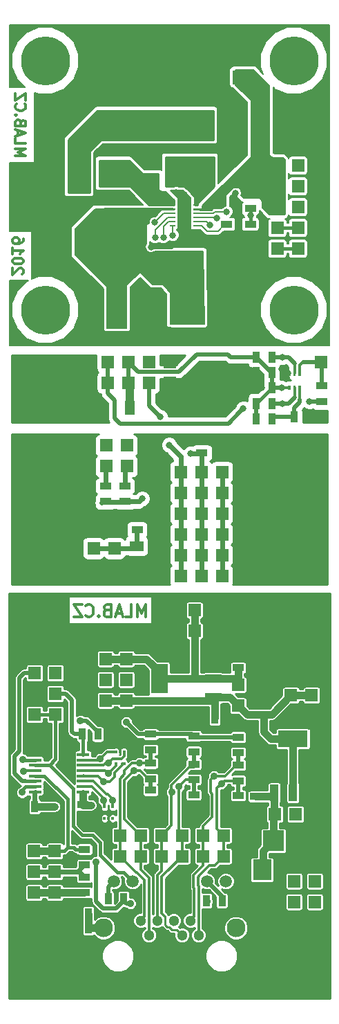
<source format=gbr>
G75*
G71*
%MOMM*%
%OFA0B0*%
%FSLAX53Y53*%
%IPPOS*%
%LPD*%
%ADD10C,0.90000*%
%ADD12C,0.40000*%
%ADD13R,3.81000X3.81000*%
%ADD14R,0.29972X0.44958*%
%ADD15C,0.30000*%
%ADD17R,1.30000X1.30000*%
%ADD18C,2.30000*%
%ADD20R,1.50000X0.45000*%
%ADD21C,0.20000*%
%ADD22C,1.30000*%
%ADD23C,0.80000*%
%ADD24C,0.25400*%
%ADD25C,0.50000*%
%ADD26R,3.65760X2.03200*%
%ADD29C,0.89000*%
%ADD30R,1.52400X1.52400*%
%ADD31R,1.30048X1.69926*%
%ADD32R,1.01600X2.03200*%
%ADD34R,2.03200X3.65760*%
%ADD35R,1.39700X0.88900*%
%ADD39C,0.60000*%
%ADD45C,1.00000*%
%ADD49R,2.30124X2.49936*%
%ADD50R,2.55016X2.49936*%
%ADD54C,0.25000*%
%ADD56R,0.88900X1.39700*%
%ADD57R,2.03200X1.01600*%
%ADD58C,1.50000*%
%ADD61R,3.00000X3.00000*%
%ADD62C,6.00000*%
%ADD64R,1.69926X1.30048*%
%ADD65R,0.70000X0.25000*%
%ADD66R,0.85000X0.82500*%
%ADD67R,2.49936X1.80086*%
X0000000Y0000000D02*
G01*
D15*
X0017085Y0047073D02*
X0017085Y0048573D01*
X0016585Y0047502D01*
X0016085Y0048573D01*
X0016085Y0047073D01*
X0014656Y0047073D02*
X0015371Y0047073D01*
X0015371Y0048573D01*
X0014228Y0047502D02*
X0013513Y0047502D01*
X0014371Y0047073D02*
X0013871Y0048573D01*
X0013371Y0047073D01*
X0012371Y0047859D02*
X0012156Y0047788D01*
X0012085Y0047716D01*
X0012013Y0047573D01*
X0012013Y0047359D01*
X0012085Y0047216D01*
X0012156Y0047145D01*
X0012299Y0047073D01*
X0012871Y0047073D01*
X0012871Y0048573D01*
X0012371Y0048573D01*
X0012228Y0048502D01*
X0012156Y0048431D01*
X0012085Y0048288D01*
X0012085Y0048145D01*
X0012156Y0048002D01*
X0012228Y0047931D01*
X0012371Y0047859D01*
X0012871Y0047859D01*
X0011371Y0047216D02*
X0011299Y0047145D01*
X0011371Y0047073D01*
X0011442Y0047145D01*
X0011371Y0047216D01*
X0011371Y0047073D01*
X0009799Y0047216D02*
X0009871Y0047145D01*
X0010085Y0047073D01*
X0010228Y0047073D01*
X0010442Y0047145D01*
X0010585Y0047288D01*
X0010656Y0047431D01*
X0010728Y0047716D01*
X0010728Y0047931D01*
X0010656Y0048216D01*
X0010585Y0048359D01*
X0010442Y0048502D01*
X0010228Y0048573D01*
X0010085Y0048573D01*
X0009871Y0048502D01*
X0009799Y0048431D01*
X0009299Y0048573D02*
X0008299Y0048573D01*
X0009299Y0047073D01*
X0008299Y0047073D01*
D18*
X0028196Y0009018D03*
X0011936Y0009018D03*
D22*
X0017526Y0008128D03*
X0019556Y0008128D03*
X0021586Y0008128D03*
X0023616Y0008128D03*
X0016506Y0009908D03*
X0018536Y0009908D03*
X0020566Y0009908D03*
X0022596Y0009908D03*
D58*
X0026926Y0014728D03*
X0024636Y0014728D03*
X0015496Y0014728D03*
X0013206Y0014728D03*
D30*
X0035306Y0017272D03*
X0037846Y0017272D03*
X0035306Y0014732D03*
X0037846Y0014732D03*
X0035306Y0012192D03*
X0037846Y0012192D03*
X0035306Y0009652D03*
X0037846Y0009652D03*
D35*
X0030607Y0025083D03*
X0030607Y0023178D03*
X0031623Y0035116D03*
X0031623Y0037021D03*
D56*
X0025591Y0034671D03*
X0023686Y0034671D03*
D35*
X0028448Y0040831D03*
X0028448Y0042736D03*
D56*
X0003493Y0023876D03*
X0001588Y0023876D03*
D30*
X0013970Y0017780D03*
X0013970Y0020320D03*
X0016510Y0017780D03*
X0016510Y0020320D03*
X0019050Y0017780D03*
X0019050Y0020320D03*
X0021590Y0017780D03*
X0021590Y0020320D03*
X0024130Y0017780D03*
X0024130Y0020320D03*
X0026670Y0017780D03*
X0026670Y0020320D03*
X0034925Y0040005D03*
X0037465Y0040005D03*
X0034925Y0037465D03*
X0037465Y0037465D03*
X0034925Y0034925D03*
X0037465Y0034925D03*
X0028448Y0038735D03*
X0028448Y0036195D03*
X0014732Y0036830D03*
X0014732Y0039370D03*
X0014732Y0041910D03*
X0020574Y0045339D03*
X0020574Y0047879D03*
X0023114Y0045339D03*
X0023114Y0047879D03*
X0025654Y0045339D03*
X0025654Y0047879D03*
X0003493Y0037656D03*
X0006033Y0037656D03*
X0005969Y0020955D03*
X0003429Y0020955D03*
X0005969Y0013335D03*
X0003429Y0013335D03*
X0005969Y0015875D03*
X0003429Y0015875D03*
X0005969Y0018415D03*
X0003429Y0018415D03*
X0005969Y0010795D03*
X0003429Y0010795D03*
D62*
X0004826Y0045466D03*
X0035306Y0004826D03*
X0004826Y0004826D03*
X0035306Y0045466D03*
D56*
X0024575Y0012319D03*
X0026480Y0012319D03*
X0014415Y0012573D03*
X0012510Y0012573D03*
D35*
X0017704Y0032703D03*
X0017704Y0030798D03*
X0017691Y0029159D03*
X0017691Y0027254D03*
X0017717Y0025845D03*
X0017717Y0023940D03*
X0023012Y0032474D03*
X0023012Y0030569D03*
X0023012Y0029045D03*
X0023012Y0027140D03*
X0023012Y0025311D03*
X0023012Y0023406D03*
X0028448Y0032347D03*
X0028448Y0030442D03*
X0028448Y0028918D03*
X0028448Y0027013D03*
X0028448Y0025184D03*
X0028448Y0023279D03*
D56*
X0009335Y0032703D03*
X0011240Y0032703D03*
D35*
X0009622Y0016734D03*
X0009622Y0018639D03*
D26*
X0035179Y0032131D03*
D32*
X0035179Y0025527D03*
X0032893Y0025527D03*
X0037465Y0025527D03*
D34*
X0018796Y0039497D03*
D57*
X0025400Y0039497D03*
X0025400Y0037211D03*
X0025400Y0041783D03*
D20*
X0003552Y0025665D03*
X0003552Y0026315D03*
X0003552Y0026965D03*
X0003552Y0027615D03*
X0003552Y0028265D03*
X0003552Y0028915D03*
X0003552Y0029565D03*
X0003552Y0030215D03*
X0009452Y0030215D03*
X0009452Y0029565D03*
X0009452Y0028915D03*
X0009452Y0028265D03*
X0009452Y0027615D03*
X0009452Y0026965D03*
X0009452Y0026315D03*
X0009452Y0025665D03*
D50*
X0037831Y0019685D03*
X0032781Y0019685D03*
D35*
X0009398Y0024067D03*
X0009398Y0022162D03*
D14*
X0013073Y0022413D03*
X0012073Y0022413D03*
X0013073Y0023815D03*
X0012573Y0022413D03*
X0012073Y0023815D03*
X0013470Y0030546D03*
X0014470Y0030546D03*
X0013470Y0029144D03*
X0013970Y0030546D03*
X0014470Y0029144D03*
D30*
X0012192Y0036830D03*
X0012192Y0039370D03*
X0012192Y0041910D03*
X0032957Y0022924D03*
X0035497Y0022924D03*
D35*
X0009589Y0015240D03*
X0009589Y0013335D03*
D30*
X0006033Y0035116D03*
X0003493Y0035116D03*
D56*
X0010097Y0009017D03*
X0008192Y0009017D03*
X0008192Y0010732D03*
X0010097Y0010732D03*
D30*
X0006045Y0040183D03*
X0003505Y0040183D03*
D49*
X0031394Y0011821D03*
X0031394Y0016119D03*
D29*
X0022860Y0021590D03*
X0022860Y0022479D03*
X0012192Y0021209D03*
X0012446Y0019939D03*
X0016510Y0021781D03*
X0018225Y0021781D03*
X0012446Y0018542D03*
X0024638Y0012256D03*
X0015240Y0012002D03*
X0010419Y0024049D03*
X0011019Y0017079D03*
X0014759Y0034163D03*
X0005959Y0023856D03*
X0009119Y0034371D03*
X0002159Y0028194D03*
X0016383Y0029210D03*
X0011557Y0029718D03*
X0015671Y0028254D03*
X0012521Y0029183D03*
X0021190Y0026289D03*
X0012517Y0027906D03*
X0011938Y0026924D03*
X0020316Y0025621D03*
X0025523Y0027563D03*
X0013068Y0024613D03*
X0026416Y0026670D03*
X0011938Y0024638D03*
X0001971Y0025598D03*
X0002032Y0029616D03*
D12*
X0023012Y0023406D02*
X0022631Y0022708D01*
X0022631Y0022708D02*
X0022860Y0022479D01*
D15*
X0012052Y0021349D02*
X0012192Y0021209D01*
X0009398Y0022162D02*
X0012052Y0021349D01*
X0012692Y0019693D02*
X0012446Y0019939D01*
X0012446Y0018542D02*
X0012692Y0019693D01*
X0023012Y0023406D02*
X0023012Y0023203D01*
X0023012Y0023203D02*
X0022433Y0021600D01*
X0017717Y0023940D02*
X0017717Y0022289D01*
X0017717Y0022289D02*
X0018225Y0021781D01*
D10*
X0031623Y0035116D02*
X0031623Y0032958D01*
X0031623Y0032958D02*
X0032450Y0032131D01*
X0032450Y0032131D02*
X0035179Y0032131D01*
X0035179Y0025527D02*
X0035179Y0032131D01*
X0014732Y0036830D02*
X0025019Y0036830D01*
X0025019Y0036830D02*
X0025400Y0037211D01*
X0012192Y0036830D02*
X0014732Y0036830D01*
X0032576Y0035116D02*
X0031623Y0035116D01*
X0034925Y0037465D02*
X0032576Y0035116D01*
X0029528Y0035116D02*
X0028448Y0036195D01*
X0031623Y0035116D02*
X0029528Y0035116D01*
X0027432Y0037211D02*
X0028448Y0036195D01*
X0025400Y0037211D02*
X0027432Y0037211D01*
X0025591Y0037021D02*
X0025400Y0037211D01*
X0025591Y0034671D02*
X0025591Y0037021D01*
X0034925Y0037465D02*
X0037465Y0037465D01*
X0025400Y0039497D02*
X0023114Y0039497D01*
X0023114Y0039497D02*
X0018796Y0039497D01*
X0023114Y0045339D02*
X0023114Y0043677D01*
X0023114Y0043677D02*
X0023114Y0039497D01*
X0018796Y0040323D02*
X0017209Y0041910D01*
X0017209Y0041910D02*
X0014732Y0041910D01*
X0018796Y0039497D02*
X0018796Y0040323D01*
X0025400Y0039497D02*
X0028434Y0039497D01*
X0028434Y0039497D02*
X0028448Y0039511D01*
X0028448Y0039511D02*
X0028448Y0038735D01*
X0028448Y0040831D02*
X0028448Y0039511D01*
X0023114Y0047879D02*
X0023114Y0045339D01*
X0012192Y0041910D02*
X0014732Y0041910D01*
D25*
X0024575Y0012319D02*
X0024638Y0012256D01*
X0014732Y0012002D02*
X0014816Y0012002D01*
X0014415Y0012319D02*
X0014732Y0012002D01*
X0014816Y0012002D02*
X0015240Y0012002D01*
X0014415Y0012573D02*
X0014415Y0012319D01*
D10*
X0009398Y0024067D02*
X0009416Y0024049D01*
X0009995Y0024049D02*
X0010419Y0024049D01*
X0009416Y0024049D02*
X0009995Y0024049D01*
D25*
X0011019Y0016655D02*
X0011019Y0017079D01*
X0011019Y0012271D02*
X0011019Y0016655D01*
X0013470Y0011375D02*
X0011915Y0011375D01*
X0014415Y0012319D02*
X0013470Y0011375D01*
X0011915Y0011375D02*
X0011019Y0012271D01*
D54*
X0009452Y0025665D02*
X0009452Y0024121D01*
X0009452Y0024121D02*
X0009398Y0024067D01*
D25*
X0028448Y0032347D02*
X0023139Y0032347D01*
X0023139Y0032347D02*
X0023012Y0032474D01*
X0017704Y0032703D02*
X0022784Y0032703D01*
X0022784Y0032703D02*
X0023012Y0032474D01*
X0017704Y0032703D02*
X0016220Y0032703D01*
X0016220Y0032703D02*
X0014759Y0034163D01*
D10*
X0009398Y0024067D02*
X0009398Y0025411D01*
X0009398Y0025411D02*
X0009427Y0025440D01*
X0009427Y0025440D02*
X0009452Y0025440D01*
X0005939Y0023876D02*
X0005959Y0023856D01*
X0003493Y0023876D02*
X0005939Y0023876D01*
D25*
X0009543Y0034371D02*
X0009119Y0034371D01*
X0009825Y0034371D02*
X0009543Y0034371D01*
X0011240Y0032957D02*
X0009825Y0034371D01*
X0011240Y0032703D02*
X0011240Y0032957D01*
D39*
X0008448Y0015875D02*
X0008763Y0015875D01*
X0005969Y0015875D02*
X0008448Y0015875D01*
X0008448Y0015875D02*
X0008954Y0015875D01*
X0008954Y0015875D02*
X0009589Y0015240D01*
X0008763Y0015875D02*
X0009622Y0016734D01*
X0003493Y0023876D02*
X0003493Y0025530D01*
X0003493Y0025530D02*
X0003552Y0025590D01*
X0003620Y0024003D02*
X0003493Y0023876D01*
X0005969Y0015875D02*
X0003429Y0015875D01*
D25*
X0012510Y0012573D02*
X0012510Y0014032D01*
X0012510Y0014032D02*
X0013206Y0014728D01*
D12*
X0006033Y0035116D02*
X0003493Y0035116D01*
X0005341Y0028969D02*
X0006033Y0029661D01*
X0006033Y0029661D02*
X0006033Y0035116D01*
X0013672Y0015834D02*
X0014390Y0015834D01*
X0005341Y0028969D02*
X0008255Y0026055D01*
X0008255Y0026055D02*
X0008255Y0021441D01*
X0011557Y0017949D02*
X0013672Y0015834D01*
X0004622Y0028940D02*
X0004652Y0028969D01*
X0008255Y0021441D02*
X0009294Y0020403D01*
X0014746Y0015478D02*
X0015496Y0014728D01*
X0014390Y0015834D02*
X0014746Y0015478D01*
X0011557Y0019453D02*
X0011557Y0017949D01*
X0009294Y0020403D02*
X0010607Y0020403D01*
X0004652Y0028969D02*
X0005341Y0028969D01*
X0003577Y0028940D02*
X0004622Y0028940D01*
X0003552Y0028915D02*
X0003577Y0028940D01*
X0010607Y0020403D02*
X0011557Y0019453D01*
D25*
X0026480Y0012319D02*
X0026480Y0012885D01*
X0026480Y0012885D02*
X0024636Y0014728D01*
D15*
X0003552Y0028265D02*
X0002230Y0028265D01*
X0002230Y0028265D02*
X0002159Y0028194D01*
X0016383Y0029210D02*
X0015450Y0029210D01*
X0015450Y0029210D02*
X0014523Y0028282D01*
X0014523Y0028282D02*
X0014523Y0027813D01*
X0014523Y0027813D02*
X0013970Y0027260D01*
X0013970Y0027260D02*
X0013970Y0020320D01*
X0017691Y0029159D02*
X0016434Y0029159D01*
X0016434Y0029159D02*
X0016383Y0029210D01*
X0011557Y0029718D02*
X0012385Y0030546D01*
X0012385Y0030546D02*
X0013470Y0030546D01*
X0009452Y0029565D02*
X0011404Y0029565D01*
X0011404Y0029565D02*
X0011557Y0029718D01*
X0012760Y0030546D02*
X0012970Y0030546D01*
X0012970Y0030546D02*
X0013470Y0030546D01*
X0017691Y0029159D02*
X0017437Y0029159D01*
X0017437Y0029159D02*
X0017368Y0029090D01*
X0013970Y0017780D02*
X0013970Y0020320D01*
X0017945Y0029159D02*
X0017691Y0029159D01*
X0016506Y0009908D02*
X0016976Y0010378D01*
X0015922Y0015828D02*
X0013970Y0017780D01*
X0016976Y0010378D02*
X0016976Y0014876D01*
X0016976Y0014876D02*
X0016024Y0015828D01*
X0016024Y0015828D02*
X0015922Y0015828D01*
D25*
X0017691Y0029159D02*
X0017691Y0030785D01*
X0017691Y0030785D02*
X0017704Y0030798D01*
D15*
X0016510Y0020320D02*
X0014470Y0022360D01*
X0014470Y0022360D02*
X0014470Y0027053D01*
X0014470Y0027053D02*
X0015226Y0027809D01*
X0015226Y0027809D02*
X0015671Y0028254D01*
X0015226Y0027809D02*
X0015226Y0027809D01*
X0017437Y0027254D02*
X0016438Y0028254D01*
X0016438Y0028254D02*
X0015671Y0028254D01*
X0017691Y0027254D02*
X0017437Y0027254D01*
X0014470Y0030546D02*
X0014470Y0030021D01*
X0013057Y0029719D02*
X0012966Y0029628D01*
X0014470Y0030021D02*
X0014168Y0029719D01*
X0014168Y0029719D02*
X0013057Y0029719D01*
X0012966Y0029628D02*
X0012521Y0029183D01*
X0009452Y0028915D02*
X0011931Y0028915D01*
X0011931Y0028915D02*
X0012199Y0029183D01*
X0012199Y0029183D02*
X0012521Y0029183D01*
D25*
X0017717Y0025845D02*
X0017717Y0027229D01*
D15*
X0017437Y0027254D02*
X0017348Y0027254D01*
X0016510Y0020320D02*
X0015854Y0020976D01*
X0016510Y0017780D02*
X0016510Y0020320D01*
X0017945Y0027254D02*
X0017691Y0027254D01*
D25*
X0017717Y0027229D02*
X0017691Y0027254D01*
D15*
X0017526Y0015104D02*
X0016510Y0016120D01*
X0016510Y0016120D02*
X0016510Y0017780D01*
X0017526Y0008128D02*
X0017526Y0015104D01*
D25*
X0017704Y0027242D02*
X0017691Y0027254D01*
D15*
X0009452Y0028265D02*
X0012158Y0028265D01*
X0012158Y0028265D02*
X0012517Y0027906D01*
X0013470Y0029144D02*
X0013470Y0028859D01*
X0013470Y0028859D02*
X0012517Y0027906D01*
X0012517Y0027906D02*
X0012517Y0027906D01*
X0021590Y0020320D02*
X0021146Y0020765D01*
X0021146Y0020765D02*
X0021146Y0026244D01*
X0021146Y0026244D02*
X0021190Y0026289D01*
X0023012Y0027140D02*
X0021996Y0027140D01*
X0021996Y0027140D02*
X0021145Y0026289D01*
X0021145Y0026289D02*
X0021190Y0026289D01*
X0023012Y0027140D02*
X0022708Y0027140D01*
D25*
X0023012Y0025311D02*
X0023012Y0027140D01*
D54*
X0019536Y0010388D02*
X0019536Y0009364D01*
X0019536Y0009364D02*
X0019780Y0009121D01*
X0019780Y0009121D02*
X0019983Y0009121D01*
X0021586Y0008128D02*
X0020936Y0008778D01*
X0020936Y0008778D02*
X0020325Y0008778D01*
X0020325Y0008778D02*
X0019983Y0009121D01*
D15*
X0019086Y0010838D02*
X0019536Y0010388D01*
X0019086Y0015276D02*
X0019086Y0010838D01*
X0021590Y0017780D02*
X0021590Y0020320D01*
X0019086Y0015276D02*
X0019439Y0015629D01*
X0019439Y0015629D02*
X0021590Y0017780D01*
X0011267Y0027615D02*
X0011267Y0027595D01*
X0011267Y0027595D02*
X0011938Y0026924D01*
X0014470Y0029144D02*
X0014220Y0029144D01*
X0014220Y0029144D02*
X0014220Y0028903D01*
X0014220Y0028903D02*
X0013312Y0027994D01*
X0013312Y0027994D02*
X0013312Y0027525D01*
X0013312Y0027525D02*
X0012711Y0026924D01*
X0012711Y0026924D02*
X0011938Y0026924D01*
X0009452Y0027615D02*
X0011267Y0027615D01*
X0019050Y0020320D02*
X0020257Y0021527D01*
X0020257Y0021527D02*
X0020257Y0025562D01*
X0020257Y0025562D02*
X0020316Y0025621D01*
X0020316Y0025621D02*
X0020316Y0025986D01*
X0020316Y0025986D02*
X0020291Y0026010D01*
X0020291Y0026010D02*
X0020291Y0026514D01*
X0020291Y0026514D02*
X0022479Y0028702D01*
X0022479Y0028702D02*
X0023012Y0028702D01*
X0023012Y0028702D02*
X0023012Y0029045D01*
X0023012Y0029045D02*
X0022758Y0029045D01*
X0019050Y0017780D02*
X0019050Y0020320D01*
X0018536Y0015504D02*
X0019050Y0016018D01*
X0018536Y0009908D02*
X0018536Y0015504D01*
X0019050Y0016018D02*
X0019050Y0017780D01*
X0009452Y0027615D02*
X0009527Y0027690D01*
D25*
X0023012Y0029045D02*
X0023012Y0030569D01*
D15*
X0025273Y0022606D02*
X0025273Y0025400D01*
X0025273Y0025400D02*
X0025078Y0025595D01*
X0025078Y0025595D02*
X0025078Y0027118D01*
X0025078Y0027118D02*
X0025523Y0027563D01*
X0025523Y0027563D02*
X0025888Y0027563D01*
X0025888Y0027563D02*
X0025912Y0027588D01*
X0025912Y0027588D02*
X0026864Y0027588D01*
X0026864Y0027588D02*
X0028194Y0028918D01*
X0028194Y0028918D02*
X0028448Y0028918D01*
X0013068Y0024613D02*
X0013068Y0024788D01*
X0013068Y0024788D02*
X0012449Y0025408D01*
X0012449Y0025408D02*
X0012273Y0025408D01*
X0013073Y0023815D02*
X0013073Y0024608D01*
X0013073Y0024608D02*
X0013068Y0024613D01*
X0009452Y0026965D02*
X0010716Y0026965D01*
X0010716Y0026965D02*
X0012273Y0025408D01*
X0024130Y0020320D02*
X0024130Y0021463D01*
X0024130Y0021463D02*
X0025273Y0022606D01*
X0024130Y0017780D02*
X0024130Y0016645D01*
X0023066Y0015581D02*
X0023066Y0015564D01*
X0024130Y0016645D02*
X0023066Y0015581D01*
X0022986Y0013972D02*
X0023066Y0013892D01*
X0023066Y0010378D02*
X0022596Y0009908D01*
X0023066Y0015564D02*
X0022986Y0015484D01*
X0022986Y0015484D02*
X0022986Y0013972D01*
X0023066Y0013892D02*
X0023066Y0010378D01*
X0024130Y0020320D02*
X0024130Y0020384D01*
X0028219Y0028918D02*
X0028448Y0028918D01*
X0024130Y0017780D02*
X0024130Y0020320D01*
X0022598Y0009906D02*
X0022596Y0009908D01*
D25*
X0028448Y0028918D02*
X0028448Y0030442D01*
D15*
X0009452Y0026315D02*
X0010502Y0026315D01*
X0010502Y0026315D02*
X0011938Y0024879D01*
X0011938Y0024879D02*
X0011938Y0024638D01*
X0026670Y0020320D02*
X0025845Y0021146D01*
X0025845Y0021146D02*
X0025845Y0026099D01*
X0025845Y0026099D02*
X0026416Y0026670D01*
X0028448Y0027013D02*
X0026759Y0027013D01*
X0026759Y0027013D02*
X0026416Y0026670D01*
X0012073Y0023815D02*
X0011943Y0024633D01*
X0011943Y0024633D02*
X0011938Y0024638D01*
X0026670Y0017780D02*
X0025558Y0016668D01*
X0023536Y0014200D02*
X0023616Y0014120D01*
X0025558Y0016668D02*
X0024931Y0016668D01*
X0024931Y0016668D02*
X0023616Y0015353D01*
X0023616Y0015353D02*
X0023616Y0015336D01*
X0023616Y0015336D02*
X0023536Y0015256D01*
X0023536Y0015256D02*
X0023536Y0014200D01*
X0023616Y0014120D02*
X0023616Y0010378D01*
X0023616Y0010378D02*
X0023616Y0008128D01*
X0026670Y0020320D02*
X0026670Y0020384D01*
X0028232Y0027013D02*
X0028448Y0027013D01*
X0026670Y0017780D02*
X0026670Y0020320D01*
D25*
X0028448Y0025184D02*
X0028448Y0027013D01*
X0008065Y0033020D02*
X0008065Y0036886D01*
X0008065Y0036886D02*
X0007295Y0037656D01*
X0007295Y0037656D02*
X0006033Y0037656D01*
X0008073Y0033020D02*
X0008065Y0033020D01*
X0009335Y0032703D02*
X0008390Y0032703D01*
X0008390Y0032703D02*
X0008073Y0033020D01*
D12*
X0009452Y0030215D02*
X0009452Y0032585D01*
X0009452Y0032585D02*
X0009335Y0032703D01*
X0001971Y0025884D02*
X0001971Y0025598D01*
X0002402Y0026315D02*
X0001971Y0025884D01*
X0003552Y0026315D02*
X0002402Y0026315D01*
D10*
X0009589Y0013335D02*
X0005969Y0013335D01*
X0005969Y0013335D02*
X0003429Y0013335D01*
D12*
X0007561Y0018845D02*
X0007557Y0018841D01*
X0007561Y0024757D02*
X0007561Y0018845D01*
X0004702Y0027615D02*
X0007561Y0024757D01*
X0003552Y0027615D02*
X0004702Y0027615D01*
X0009622Y0018639D02*
X0008523Y0018639D01*
X0008523Y0018639D02*
X0008321Y0018841D01*
X0008321Y0018841D02*
X0007557Y0018841D01*
X0005969Y0018415D02*
X0007131Y0018415D01*
X0007131Y0018415D02*
X0007557Y0018841D01*
D10*
X0005969Y0018415D02*
X0003429Y0018415D01*
D25*
X0001976Y0026965D02*
X0001016Y0027925D01*
X0001597Y0039562D02*
X0001597Y0030607D01*
X0001016Y0027925D02*
X0001016Y0030026D01*
X0001016Y0030026D02*
X0001597Y0030607D01*
X0002050Y0026965D02*
X0001976Y0026965D01*
D12*
X0003552Y0026965D02*
X0002050Y0026965D01*
X0002050Y0026965D02*
X0001016Y0027999D01*
D25*
X0003493Y0040196D02*
X0002231Y0040196D01*
X0002231Y0040196D02*
X0001597Y0039562D01*
X0002114Y0026965D02*
X0002417Y0026965D01*
D12*
X0003552Y0026965D02*
X0002417Y0026965D01*
X0002417Y0026965D02*
X0002417Y0026965D01*
D10*
X0031496Y0016292D02*
X0031496Y0018400D01*
X0031496Y0018400D02*
X0032781Y0019685D01*
X0032449Y0025083D02*
X0032893Y0025527D01*
X0030607Y0025083D02*
X0032449Y0025083D01*
X0032781Y0022748D02*
X0032957Y0022924D01*
X0032781Y0019685D02*
X0032781Y0022748D01*
X0032893Y0022987D02*
X0032957Y0022924D01*
X0032893Y0025527D02*
X0032893Y0022987D01*
X0010097Y0009017D02*
X0011935Y0009017D01*
X0011935Y0009017D02*
X0011936Y0009018D01*
X0010097Y0010732D02*
X0010097Y0009017D01*
D12*
X0003552Y0029565D02*
X0002083Y0029565D01*
X0002083Y0029565D02*
X0002032Y0029616D01*
D24*
G36*
X0039755Y0000377D02*
X0000377Y0000377D01*
X0000377Y0005196D01*
X0011739Y0005196D01*
X0012039Y0004470D01*
X0012595Y0003913D01*
X0013321Y0003611D01*
X0014108Y0003611D01*
X0014834Y0003911D01*
X0015391Y0004467D01*
X0015693Y0005193D01*
X0015693Y0005196D01*
X0024439Y0005196D01*
X0024739Y0004470D01*
X0025295Y0003913D01*
X0026021Y0003611D01*
X0026808Y0003611D01*
X0027534Y0003911D01*
X0028091Y0004467D01*
X0028393Y0005193D01*
X0028393Y0005980D01*
X0028093Y0006706D01*
X0027537Y0007263D01*
X0026811Y0007565D01*
X0026024Y0007565D01*
X0025298Y0007265D01*
X0024741Y0006709D01*
X0024439Y0005983D01*
X0024439Y0005196D01*
X0015693Y0005196D01*
X0015693Y0005980D01*
X0015393Y0006706D01*
X0014837Y0007263D01*
X0014111Y0007565D01*
X0013324Y0007565D01*
X0012598Y0007265D01*
X0012041Y0006709D01*
X0011739Y0005983D01*
X0011739Y0005196D01*
X0000377Y0005196D01*
X0000377Y0011430D01*
X0009319Y0011430D01*
X0009319Y0010033D01*
X0009320Y0010028D01*
X0009320Y0009720D01*
X0009319Y0009716D01*
X0009319Y0008319D01*
X0009341Y0008197D01*
X0009413Y0008086D01*
X0009522Y0008011D01*
X0009652Y0007985D01*
X0010541Y0007985D01*
X0010662Y0008008D01*
X0010773Y0008080D01*
X0010779Y0008087D01*
X0011098Y0007767D01*
X0011641Y0007541D01*
X0012229Y0007541D01*
X0012772Y0007765D01*
X0013187Y0008180D01*
X0013413Y0008723D01*
X0013413Y0009311D01*
X0013189Y0009854D01*
X0012774Y0010269D01*
X0012231Y0010495D01*
X0011643Y0010495D01*
X0011100Y0010271D01*
X0010874Y0010045D01*
X0010874Y0011430D01*
X0010852Y0011551D01*
X0010780Y0011662D01*
X0010671Y0011737D01*
X0010541Y0011763D01*
X0009652Y0011763D01*
X0009531Y0011741D01*
X0009420Y0011669D01*
X0009345Y0011560D01*
X0009319Y0011430D01*
X0000377Y0011430D01*
X0000377Y0030026D01*
X0000439Y0030026D01*
X0000439Y0030026D01*
X0000439Y0027925D01*
X0000439Y0027925D01*
X0000483Y0027705D01*
X0000608Y0027517D01*
X0001568Y0026557D01*
X0001568Y0026557D01*
X0001756Y0026432D01*
X0001771Y0026429D01*
X0001638Y0026296D01*
X0001534Y0026253D01*
X0001317Y0026036D01*
X0001199Y0025752D01*
X0001199Y0025445D01*
X0001316Y0025161D01*
X0001533Y0024944D01*
X0001817Y0024826D01*
X0002124Y0024826D01*
X0002408Y0024943D01*
X0002625Y0025160D01*
X0002627Y0025164D01*
X0002673Y0025133D01*
X0002802Y0025107D01*
X0002866Y0025107D01*
X0002866Y0024846D01*
X0002816Y0024813D01*
X0002741Y0024704D01*
X0002715Y0024575D01*
X0002715Y0023178D01*
X0002737Y0023056D01*
X0002809Y0022945D01*
X0002918Y0022870D01*
X0003048Y0022844D01*
X0003937Y0022844D01*
X0004058Y0022867D01*
X0004169Y0022939D01*
X0004244Y0023048D01*
X0004255Y0023099D01*
X0005768Y0023099D01*
X0005805Y0023084D01*
X0005934Y0023084D01*
X0005959Y0023079D01*
X0005984Y0023084D01*
X0006112Y0023084D01*
X0006231Y0023133D01*
X0006256Y0023138D01*
X0006277Y0023152D01*
X0006396Y0023201D01*
X0006487Y0023292D01*
X0006508Y0023306D01*
X0006522Y0023327D01*
X0006613Y0023418D01*
X0006662Y0023537D01*
X0006677Y0023558D01*
X0006682Y0023583D01*
X0006731Y0023701D01*
X0006731Y0023830D01*
X0006736Y0023856D01*
X0006731Y0023881D01*
X0006731Y0024009D01*
X0006682Y0024128D01*
X0006677Y0024153D01*
X0006663Y0024174D01*
X0006614Y0024292D01*
X0006523Y0024384D01*
X0006508Y0024405D01*
X0006488Y0024425D01*
X0006467Y0024440D01*
X0006397Y0024510D01*
X0006304Y0024548D01*
X0006236Y0024594D01*
X0006156Y0024610D01*
X0006113Y0024628D01*
X0006066Y0024628D01*
X0005939Y0024653D01*
X0004256Y0024653D01*
X0004248Y0024696D01*
X0004176Y0024807D01*
X0004120Y0024846D01*
X0004120Y0025107D01*
X0004302Y0025107D01*
X0004424Y0025129D01*
X0004535Y0025201D01*
X0004610Y0025310D01*
X0004636Y0025440D01*
X0004636Y0025890D01*
X0004616Y0025994D01*
X0004636Y0026090D01*
X0004636Y0026540D01*
X0004616Y0026644D01*
X0004636Y0026740D01*
X0004636Y0026936D01*
X0007034Y0024538D01*
X0007034Y0019310D01*
X0006970Y0019409D01*
X0006861Y0019484D01*
X0006731Y0019510D01*
X0005207Y0019510D01*
X0005086Y0019488D01*
X0004975Y0019416D01*
X0004900Y0019307D01*
X0004877Y0019192D01*
X0004522Y0019192D01*
X0004502Y0019298D01*
X0004430Y0019409D01*
X0004321Y0019484D01*
X0004191Y0019510D01*
X0002667Y0019510D01*
X0002546Y0019488D01*
X0002435Y0019416D01*
X0002360Y0019307D01*
X0002334Y0019177D01*
X0002334Y0017653D01*
X0002356Y0017532D01*
X0002428Y0017421D01*
X0002537Y0017346D01*
X0002667Y0017320D01*
X0004191Y0017320D01*
X0004312Y0017342D01*
X0004423Y0017414D01*
X0004498Y0017523D01*
X0004521Y0017638D01*
X0004876Y0017638D01*
X0004896Y0017532D01*
X0004968Y0017421D01*
X0005077Y0017346D01*
X0005207Y0017320D01*
X0006731Y0017320D01*
X0006852Y0017342D01*
X0006963Y0017414D01*
X0007038Y0017523D01*
X0007064Y0017653D01*
X0007064Y0017888D01*
X0007131Y0017888D01*
X0007333Y0017928D01*
X0007504Y0018042D01*
X0007775Y0018314D01*
X0008103Y0018314D01*
X0008150Y0018266D01*
X0008321Y0018152D01*
X0008523Y0018112D01*
X0008605Y0018112D01*
X0008612Y0018073D01*
X0008684Y0017962D01*
X0008793Y0017887D01*
X0008923Y0017861D01*
X0010320Y0017861D01*
X0010441Y0017883D01*
X0010552Y0017955D01*
X0010627Y0018064D01*
X0010653Y0018194D01*
X0010653Y0019083D01*
X0010631Y0019204D01*
X0010559Y0019315D01*
X0010450Y0019390D01*
X0010320Y0019416D01*
X0008923Y0019416D01*
X0008802Y0019394D01*
X0008691Y0019322D01*
X0008640Y0019249D01*
X0008523Y0019327D01*
X0008321Y0019368D01*
X0008088Y0019368D01*
X0008088Y0020864D01*
X0008921Y0020030D01*
X0009057Y0019939D01*
X0009092Y0019916D01*
X0009294Y0019876D01*
X0010389Y0019876D01*
X0011030Y0019234D01*
X0011030Y0017949D01*
X0011050Y0017851D01*
X0010866Y0017851D01*
X0010582Y0017734D01*
X0010364Y0017517D01*
X0010359Y0017504D01*
X0010320Y0017511D01*
X0008923Y0017511D01*
X0008802Y0017489D01*
X0008691Y0017417D01*
X0008616Y0017308D01*
X0008590Y0017178D01*
X0008590Y0016588D01*
X0008503Y0016502D01*
X0007064Y0016502D01*
X0007064Y0016637D01*
X0007042Y0016758D01*
X0006970Y0016869D01*
X0006861Y0016944D01*
X0006731Y0016970D01*
X0005207Y0016970D01*
X0005086Y0016948D01*
X0004975Y0016876D01*
X0004900Y0016767D01*
X0004874Y0016637D01*
X0004874Y0016502D01*
X0004524Y0016502D01*
X0004524Y0016637D01*
X0004502Y0016758D01*
X0004430Y0016869D01*
X0004321Y0016944D01*
X0004191Y0016970D01*
X0002667Y0016970D01*
X0002546Y0016948D01*
X0002435Y0016876D01*
X0002360Y0016767D01*
X0002334Y0016637D01*
X0002334Y0015113D01*
X0002356Y0014992D01*
X0002428Y0014881D01*
X0002537Y0014806D01*
X0002667Y0014780D01*
X0004191Y0014780D01*
X0004312Y0014802D01*
X0004423Y0014874D01*
X0004498Y0014983D01*
X0004524Y0015113D01*
X0004524Y0015248D01*
X0004874Y0015248D01*
X0004874Y0015113D01*
X0004896Y0014992D01*
X0004968Y0014881D01*
X0005077Y0014806D01*
X0005207Y0014780D01*
X0006731Y0014780D01*
X0006852Y0014802D01*
X0006963Y0014874D01*
X0007038Y0014983D01*
X0007064Y0015113D01*
X0007064Y0015248D01*
X0008557Y0015248D01*
X0008557Y0014796D01*
X0008579Y0014674D01*
X0008651Y0014563D01*
X0008760Y0014488D01*
X0008890Y0014462D01*
X0010287Y0014462D01*
X0010408Y0014485D01*
X0010442Y0014506D01*
X0010442Y0014070D01*
X0010417Y0014087D01*
X0010287Y0014113D01*
X0008890Y0014113D01*
X0008885Y0014112D01*
X0007062Y0014112D01*
X0007042Y0014218D01*
X0006970Y0014329D01*
X0006861Y0014404D01*
X0006731Y0014430D01*
X0005207Y0014430D01*
X0005086Y0014408D01*
X0004975Y0014336D01*
X0004900Y0014227D01*
X0004877Y0014112D01*
X0004522Y0014112D01*
X0004502Y0014218D01*
X0004430Y0014329D01*
X0004321Y0014404D01*
X0004191Y0014430D01*
X0002667Y0014430D01*
X0002546Y0014408D01*
X0002435Y0014336D01*
X0002360Y0014227D01*
X0002334Y0014097D01*
X0002334Y0012573D01*
X0002356Y0012452D01*
X0002428Y0012341D01*
X0002537Y0012266D01*
X0002667Y0012240D01*
X0004191Y0012240D01*
X0004312Y0012262D01*
X0004423Y0012334D01*
X0004498Y0012443D01*
X0004521Y0012558D01*
X0004876Y0012558D01*
X0004896Y0012452D01*
X0004968Y0012341D01*
X0005077Y0012266D01*
X0005207Y0012240D01*
X0006731Y0012240D01*
X0006852Y0012262D01*
X0006963Y0012334D01*
X0007038Y0012443D01*
X0007061Y0012558D01*
X0008886Y0012558D01*
X0008890Y0012557D01*
X0010287Y0012557D01*
X0010408Y0012580D01*
X0010442Y0012601D01*
X0010442Y0012271D01*
X0010442Y0012271D01*
X0010485Y0012050D01*
X0010611Y0011863D01*
X0011507Y0010966D01*
X0011694Y0010841D01*
X0011915Y0010797D01*
X0011915Y0010798D01*
X0013470Y0010798D01*
X0013470Y0010797D01*
X0013691Y0010841D01*
X0013878Y0010966D01*
X0014433Y0011521D01*
X0014465Y0011499D01*
X0014511Y0011468D01*
X0014723Y0011426D01*
X0014802Y0011347D01*
X0015086Y0011230D01*
X0015393Y0011229D01*
X0015677Y0011347D01*
X0015894Y0011564D01*
X0016012Y0011847D01*
X0016012Y0012154D01*
X0015895Y0012438D01*
X0015678Y0012656D01*
X0015394Y0012773D01*
X0015192Y0012774D01*
X0015192Y0013272D01*
X0015170Y0013393D01*
X0015098Y0013504D01*
X0014989Y0013579D01*
X0014859Y0013605D01*
X0013970Y0013605D01*
X0013849Y0013582D01*
X0013738Y0013510D01*
X0013663Y0013401D01*
X0013637Y0013272D01*
X0013637Y0012357D01*
X0013287Y0012008D01*
X0013287Y0013272D01*
X0013265Y0013393D01*
X0013193Y0013504D01*
X0013087Y0013577D01*
X0013087Y0013651D01*
X0013419Y0013651D01*
X0013815Y0013814D01*
X0014119Y0014117D01*
X0014283Y0014513D01*
X0014283Y0014941D01*
X0014132Y0015307D01*
X0014171Y0015307D01*
X0014373Y0015105D01*
X0014373Y0015105D01*
X0014453Y0015025D01*
X0014419Y0014943D01*
X0014419Y0014515D01*
X0014582Y0014119D01*
X0014885Y0013815D01*
X0015281Y0013651D01*
X0015709Y0013651D01*
X0016105Y0013814D01*
X0016409Y0014117D01*
X0016499Y0014335D01*
X0016499Y0010885D01*
X0016313Y0010885D01*
X0015953Y0010737D01*
X0015678Y0010462D01*
X0015529Y0010103D01*
X0015529Y0009715D01*
X0015677Y0009355D01*
X0015952Y0009080D01*
X0016311Y0008931D01*
X0016699Y0008931D01*
X0017049Y0009075D01*
X0017049Y0008988D01*
X0016973Y0008957D01*
X0016698Y0008682D01*
X0016549Y0008323D01*
X0016549Y0007935D01*
X0016697Y0007575D01*
X0016972Y0007300D01*
X0017331Y0007151D01*
X0017719Y0007151D01*
X0018079Y0007299D01*
X0018354Y0007574D01*
X0018503Y0007933D01*
X0018503Y0008321D01*
X0018355Y0008681D01*
X0018080Y0008956D01*
X0018003Y0008988D01*
X0018003Y0009071D01*
X0018341Y0008931D01*
X0018729Y0008931D01*
X0019089Y0009079D01*
X0019151Y0009142D01*
X0019216Y0009045D01*
X0019460Y0008801D01*
X0019607Y0008703D01*
X0019780Y0008669D01*
X0019796Y0008669D01*
X0020006Y0008458D01*
X0020152Y0008360D01*
X0020325Y0008326D01*
X0020610Y0008326D01*
X0020609Y0008323D01*
X0020609Y0007935D01*
X0020757Y0007575D01*
X0021032Y0007300D01*
X0021391Y0007151D01*
X0021779Y0007151D01*
X0022139Y0007299D01*
X0022414Y0007574D01*
X0022563Y0007933D01*
X0022563Y0008321D01*
X0022415Y0008681D01*
X0022140Y0008956D01*
X0021781Y0009105D01*
X0021393Y0009105D01*
X0021290Y0009063D01*
X0021256Y0009098D01*
X0021185Y0009145D01*
X0021394Y0009354D01*
X0021543Y0009713D01*
X0021543Y0009715D01*
X0021619Y0009715D01*
X0021767Y0009355D01*
X0022042Y0009080D01*
X0022401Y0008931D01*
X0022789Y0008931D01*
X0023139Y0009075D01*
X0023139Y0008988D01*
X0023063Y0008957D01*
X0022788Y0008682D01*
X0022639Y0008323D01*
X0022639Y0007935D01*
X0022787Y0007575D01*
X0023062Y0007300D01*
X0023421Y0007151D01*
X0023809Y0007151D01*
X0024169Y0007299D01*
X0024444Y0007574D01*
X0024593Y0007933D01*
X0024593Y0008321D01*
X0024445Y0008681D01*
X0024400Y0008725D01*
X0026719Y0008725D01*
X0026943Y0008182D01*
X0027358Y0007767D01*
X0027901Y0007541D01*
X0028489Y0007541D01*
X0029032Y0007765D01*
X0029447Y0008180D01*
X0029673Y0008723D01*
X0029673Y0009311D01*
X0029449Y0009854D01*
X0029034Y0010269D01*
X0028491Y0010495D01*
X0027903Y0010495D01*
X0027360Y0010271D01*
X0026945Y0009856D01*
X0026719Y0009313D01*
X0026719Y0008725D01*
X0024400Y0008725D01*
X0024170Y0008956D01*
X0024093Y0008988D01*
X0024093Y0011295D01*
X0024130Y0011287D01*
X0025019Y0011287D01*
X0025140Y0011310D01*
X0025251Y0011382D01*
X0025326Y0011491D01*
X0025352Y0011621D01*
X0025352Y0011963D01*
X0025410Y0012101D01*
X0025410Y0012408D01*
X0025352Y0012548D01*
X0025352Y0013018D01*
X0025330Y0013139D01*
X0025258Y0013250D01*
X0025149Y0013325D01*
X0025019Y0013351D01*
X0024130Y0013351D01*
X0024093Y0013344D01*
X0024093Y0013787D01*
X0024421Y0013651D01*
X0024849Y0013651D01*
X0024883Y0013665D01*
X0025702Y0012846D01*
X0025702Y0011621D01*
X0025724Y0011499D01*
X0025796Y0011388D01*
X0025905Y0011313D01*
X0026035Y0011287D01*
X0026924Y0011287D01*
X0027045Y0011310D01*
X0027156Y0011382D01*
X0027231Y0011491D01*
X0027257Y0011621D01*
X0027257Y0012954D01*
X0034211Y0012954D01*
X0034211Y0011430D01*
X0034233Y0011309D01*
X0034305Y0011198D01*
X0034414Y0011123D01*
X0034544Y0011097D01*
X0036068Y0011097D01*
X0036189Y0011119D01*
X0036300Y0011191D01*
X0036375Y0011300D01*
X0036401Y0011430D01*
X0036401Y0012954D01*
X0036751Y0012954D01*
X0036751Y0011430D01*
X0036773Y0011309D01*
X0036845Y0011198D01*
X0036954Y0011123D01*
X0037084Y0011097D01*
X0038608Y0011097D01*
X0038729Y0011119D01*
X0038840Y0011191D01*
X0038915Y0011300D01*
X0038941Y0011430D01*
X0038941Y0012954D01*
X0038919Y0013075D01*
X0038847Y0013186D01*
X0038738Y0013261D01*
X0038608Y0013287D01*
X0037084Y0013287D01*
X0036963Y0013265D01*
X0036852Y0013193D01*
X0036777Y0013084D01*
X0036751Y0012954D01*
X0036401Y0012954D01*
X0036379Y0013075D01*
X0036307Y0013186D01*
X0036198Y0013261D01*
X0036068Y0013287D01*
X0034544Y0013287D01*
X0034423Y0013265D01*
X0034312Y0013193D01*
X0034237Y0013084D01*
X0034211Y0012954D01*
X0027257Y0012954D01*
X0027257Y0013018D01*
X0027235Y0013139D01*
X0027163Y0013250D01*
X0027054Y0013325D01*
X0026924Y0013351D01*
X0026829Y0013351D01*
X0026400Y0013780D01*
X0026711Y0013651D01*
X0027139Y0013651D01*
X0027535Y0013814D01*
X0027839Y0014117D01*
X0028003Y0014513D01*
X0028003Y0014941D01*
X0027840Y0015337D01*
X0027537Y0015641D01*
X0027141Y0015805D01*
X0026713Y0015805D01*
X0026317Y0015642D01*
X0026013Y0015339D01*
X0025849Y0014943D01*
X0025849Y0014515D01*
X0025978Y0014202D01*
X0025699Y0014481D01*
X0025713Y0014513D01*
X0025713Y0014941D01*
X0025550Y0015337D01*
X0025247Y0015641D01*
X0024851Y0015805D01*
X0024742Y0015805D01*
X0025128Y0016191D01*
X0025558Y0016191D01*
X0025741Y0016227D01*
X0025895Y0016331D01*
X0026249Y0016685D01*
X0027432Y0016685D01*
X0027553Y0016707D01*
X0027664Y0016779D01*
X0027739Y0016888D01*
X0027765Y0017018D01*
X0027765Y0018542D01*
X0027743Y0018663D01*
X0027671Y0018774D01*
X0027562Y0018849D01*
X0027432Y0018875D01*
X0027147Y0018875D01*
X0027147Y0019225D01*
X0027432Y0019225D01*
X0027553Y0019247D01*
X0027664Y0019319D01*
X0027739Y0019428D01*
X0027765Y0019558D01*
X0027765Y0021082D01*
X0027743Y0021203D01*
X0027671Y0021314D01*
X0027562Y0021389D01*
X0027432Y0021415D01*
X0026322Y0021415D01*
X0026322Y0025898D01*
X0026569Y0025898D01*
X0026853Y0026015D01*
X0027070Y0026232D01*
X0027188Y0026516D01*
X0027188Y0026536D01*
X0027422Y0026536D01*
X0027439Y0026447D01*
X0027511Y0026336D01*
X0027620Y0026261D01*
X0027750Y0026235D01*
X0027871Y0026235D01*
X0027871Y0025962D01*
X0027750Y0025962D01*
X0027628Y0025939D01*
X0027517Y0025868D01*
X0027442Y0025758D01*
X0027416Y0025629D01*
X0027416Y0024740D01*
X0027439Y0024618D01*
X0027511Y0024507D01*
X0027620Y0024432D01*
X0027750Y0024406D01*
X0029147Y0024406D01*
X0029268Y0024429D01*
X0029379Y0024501D01*
X0029454Y0024610D01*
X0029480Y0024740D01*
X0029480Y0025527D01*
X0029575Y0025527D01*
X0029575Y0024638D01*
X0029598Y0024517D01*
X0029670Y0024406D01*
X0029779Y0024331D01*
X0029909Y0024305D01*
X0031306Y0024305D01*
X0031310Y0024306D01*
X0032116Y0024306D01*
X0032116Y0024004D01*
X0032073Y0023996D01*
X0031962Y0023924D01*
X0031887Y0023815D01*
X0031861Y0023686D01*
X0031861Y0022162D01*
X0031884Y0022040D01*
X0031956Y0021929D01*
X0032004Y0021896D01*
X0032004Y0021268D01*
X0031506Y0021268D01*
X0031385Y0021245D01*
X0031274Y0021174D01*
X0031199Y0021064D01*
X0031173Y0020935D01*
X0031173Y0019175D01*
X0030947Y0018949D01*
X0030778Y0018697D01*
X0030719Y0018400D01*
X0030719Y0017702D01*
X0030244Y0017702D01*
X0030123Y0017679D01*
X0030011Y0017608D01*
X0029937Y0017498D01*
X0029910Y0017369D01*
X0029910Y0014869D01*
X0029933Y0014748D01*
X0030005Y0014637D01*
X0030114Y0014562D01*
X0030244Y0014536D01*
X0032545Y0014536D01*
X0032666Y0014559D01*
X0032777Y0014630D01*
X0032852Y0014739D01*
X0032878Y0014869D01*
X0032878Y0015494D01*
X0034211Y0015494D01*
X0034211Y0013970D01*
X0034233Y0013849D01*
X0034305Y0013738D01*
X0034414Y0013663D01*
X0034544Y0013637D01*
X0036068Y0013637D01*
X0036189Y0013659D01*
X0036300Y0013731D01*
X0036375Y0013840D01*
X0036401Y0013970D01*
X0036401Y0015494D01*
X0036751Y0015494D01*
X0036751Y0013970D01*
X0036773Y0013849D01*
X0036845Y0013738D01*
X0036954Y0013663D01*
X0037084Y0013637D01*
X0038608Y0013637D01*
X0038729Y0013659D01*
X0038840Y0013731D01*
X0038915Y0013840D01*
X0038941Y0013970D01*
X0038941Y0015494D01*
X0038919Y0015615D01*
X0038847Y0015726D01*
X0038738Y0015801D01*
X0038608Y0015827D01*
X0037084Y0015827D01*
X0036963Y0015805D01*
X0036852Y0015733D01*
X0036777Y0015624D01*
X0036751Y0015494D01*
X0036401Y0015494D01*
X0036379Y0015615D01*
X0036307Y0015726D01*
X0036198Y0015801D01*
X0036068Y0015827D01*
X0034544Y0015827D01*
X0034423Y0015805D01*
X0034312Y0015733D01*
X0034237Y0015624D01*
X0034211Y0015494D01*
X0032878Y0015494D01*
X0032878Y0017369D01*
X0032856Y0017490D01*
X0032784Y0017601D01*
X0032675Y0017676D01*
X0032545Y0017702D01*
X0032273Y0017702D01*
X0032273Y0018078D01*
X0032297Y0018102D01*
X0034056Y0018102D01*
X0034177Y0018125D01*
X0034289Y0018196D01*
X0034363Y0018306D01*
X0034390Y0018435D01*
X0034390Y0020935D01*
X0034367Y0021056D01*
X0034295Y0021167D01*
X0034186Y0021242D01*
X0034056Y0021268D01*
X0033558Y0021268D01*
X0033558Y0021828D01*
X0033719Y0021828D01*
X0033840Y0021851D01*
X0033951Y0021923D01*
X0034026Y0022032D01*
X0034052Y0022162D01*
X0034052Y0023686D01*
X0034401Y0023686D01*
X0034401Y0022162D01*
X0034424Y0022040D01*
X0034496Y0021929D01*
X0034605Y0021854D01*
X0034735Y0021828D01*
X0036259Y0021828D01*
X0036380Y0021851D01*
X0036491Y0021923D01*
X0036566Y0022032D01*
X0036592Y0022162D01*
X0036592Y0023686D01*
X0036569Y0023807D01*
X0036497Y0023918D01*
X0036388Y0023993D01*
X0036259Y0024019D01*
X0034735Y0024019D01*
X0034613Y0023996D01*
X0034502Y0023924D01*
X0034427Y0023815D01*
X0034401Y0023686D01*
X0034052Y0023686D01*
X0034029Y0023807D01*
X0033957Y0023918D01*
X0033848Y0023993D01*
X0033719Y0024019D01*
X0033670Y0024019D01*
X0033670Y0024325D01*
X0033708Y0024381D01*
X0033734Y0024511D01*
X0033734Y0026543D01*
X0033712Y0026664D01*
X0033640Y0026775D01*
X0033531Y0026850D01*
X0033401Y0026876D01*
X0032385Y0026876D01*
X0032264Y0026854D01*
X0032153Y0026782D01*
X0032078Y0026673D01*
X0032052Y0026543D01*
X0032052Y0025860D01*
X0031310Y0025860D01*
X0031306Y0025860D01*
X0029909Y0025860D01*
X0029787Y0025838D01*
X0029676Y0025766D01*
X0029601Y0025657D01*
X0029575Y0025527D01*
X0029480Y0025527D01*
X0029480Y0025629D01*
X0029457Y0025750D01*
X0029385Y0025861D01*
X0029276Y0025936D01*
X0029147Y0025962D01*
X0029025Y0025962D01*
X0029025Y0026235D01*
X0029147Y0026235D01*
X0029268Y0026258D01*
X0029379Y0026329D01*
X0029454Y0026439D01*
X0029480Y0026568D01*
X0029480Y0027457D01*
X0029457Y0027579D01*
X0029385Y0027690D01*
X0029276Y0027765D01*
X0029147Y0027791D01*
X0027750Y0027791D01*
X0027740Y0027789D01*
X0028091Y0028140D01*
X0029147Y0028140D01*
X0029268Y0028163D01*
X0029379Y0028234D01*
X0029454Y0028344D01*
X0029480Y0028473D01*
X0029480Y0029362D01*
X0029457Y0029484D01*
X0029385Y0029595D01*
X0029276Y0029670D01*
X0029228Y0029679D01*
X0029268Y0029687D01*
X0029379Y0029758D01*
X0029454Y0029868D01*
X0029480Y0029997D01*
X0029480Y0030886D01*
X0029457Y0031008D01*
X0029385Y0031119D01*
X0029276Y0031194D01*
X0029147Y0031220D01*
X0027750Y0031220D01*
X0027628Y0031197D01*
X0027517Y0031125D01*
X0027442Y0031016D01*
X0027416Y0030886D01*
X0027416Y0029997D01*
X0027439Y0029876D01*
X0027511Y0029765D01*
X0027620Y0029690D01*
X0027668Y0029680D01*
X0027628Y0029673D01*
X0027517Y0029601D01*
X0027442Y0029492D01*
X0027416Y0029362D01*
X0027416Y0028815D01*
X0026666Y0028065D01*
X0026113Y0028065D01*
X0025961Y0028217D01*
X0025677Y0028335D01*
X0025370Y0028336D01*
X0025086Y0028218D01*
X0024869Y0028001D01*
X0024751Y0027718D01*
X0024751Y0027466D01*
X0024740Y0027456D01*
X0024637Y0027301D01*
X0024601Y0027118D01*
X0024601Y0025595D01*
X0024637Y0025413D01*
X0024740Y0025258D01*
X0024796Y0025202D01*
X0024796Y0022804D01*
X0023793Y0021800D01*
X0023689Y0021646D01*
X0023653Y0021463D01*
X0023653Y0021415D01*
X0023368Y0021415D01*
X0023247Y0021393D01*
X0023136Y0021321D01*
X0023061Y0021212D01*
X0023035Y0021082D01*
X0023035Y0019558D01*
X0023057Y0019437D01*
X0023129Y0019326D01*
X0023238Y0019251D01*
X0023368Y0019225D01*
X0023653Y0019225D01*
X0023653Y0018875D01*
X0023368Y0018875D01*
X0023247Y0018853D01*
X0023136Y0018781D01*
X0023061Y0018672D01*
X0023035Y0018542D01*
X0023035Y0017018D01*
X0023057Y0016897D01*
X0023129Y0016786D01*
X0023238Y0016711D01*
X0023368Y0016685D01*
X0023495Y0016685D01*
X0022729Y0015918D01*
X0022694Y0015867D01*
X0022649Y0015821D01*
X0022545Y0015666D01*
X0022509Y0015484D01*
X0022509Y0013972D01*
X0022545Y0013790D01*
X0022589Y0013724D01*
X0022589Y0010885D01*
X0022403Y0010885D01*
X0022043Y0010737D01*
X0021768Y0010462D01*
X0021619Y0010103D01*
X0021619Y0009715D01*
X0021543Y0009715D01*
X0021543Y0010101D01*
X0021395Y0010461D01*
X0021120Y0010736D01*
X0020761Y0010885D01*
X0020373Y0010885D01*
X0020013Y0010737D01*
X0019925Y0010648D01*
X0019873Y0010725D01*
X0019563Y0011036D01*
X0019563Y0015078D01*
X0021169Y0016685D01*
X0022352Y0016685D01*
X0022473Y0016707D01*
X0022584Y0016779D01*
X0022659Y0016888D01*
X0022685Y0017018D01*
X0022685Y0018542D01*
X0022663Y0018663D01*
X0022591Y0018774D01*
X0022482Y0018849D01*
X0022352Y0018875D01*
X0022067Y0018875D01*
X0022067Y0019225D01*
X0022352Y0019225D01*
X0022473Y0019247D01*
X0022584Y0019319D01*
X0022659Y0019428D01*
X0022685Y0019558D01*
X0022685Y0021082D01*
X0022663Y0021203D01*
X0022591Y0021314D01*
X0022482Y0021389D01*
X0022352Y0021415D01*
X0021623Y0021415D01*
X0021623Y0025632D01*
X0021627Y0025634D01*
X0021844Y0025851D01*
X0021962Y0026134D01*
X0021962Y0026431D01*
X0022043Y0026512D01*
X0022075Y0026463D01*
X0022184Y0026388D01*
X0022314Y0026362D01*
X0022435Y0026362D01*
X0022435Y0026089D01*
X0022314Y0026089D01*
X0022193Y0026066D01*
X0022081Y0025995D01*
X0022007Y0025885D01*
X0021980Y0025756D01*
X0021980Y0024867D01*
X0022003Y0024745D01*
X0022075Y0024634D01*
X0022184Y0024559D01*
X0022314Y0024533D01*
X0023711Y0024533D01*
X0023832Y0024556D01*
X0023943Y0024628D01*
X0024018Y0024737D01*
X0024044Y0024867D01*
X0024044Y0025756D01*
X0024022Y0025877D01*
X0023950Y0025988D01*
X0023841Y0026063D01*
X0023711Y0026089D01*
X0023589Y0026089D01*
X0023589Y0026362D01*
X0023711Y0026362D01*
X0023832Y0026385D01*
X0023943Y0026456D01*
X0024018Y0026566D01*
X0024044Y0026695D01*
X0024044Y0027584D01*
X0024022Y0027706D01*
X0023950Y0027817D01*
X0023841Y0027892D01*
X0023711Y0027918D01*
X0022369Y0027918D01*
X0022677Y0028225D01*
X0023012Y0028225D01*
X0023195Y0028261D01*
X0023203Y0028267D01*
X0023711Y0028267D01*
X0023832Y0028290D01*
X0023943Y0028361D01*
X0024018Y0028471D01*
X0024044Y0028600D01*
X0024044Y0029489D01*
X0024022Y0029611D01*
X0023950Y0029722D01*
X0023841Y0029797D01*
X0023792Y0029806D01*
X0023832Y0029814D01*
X0023943Y0029885D01*
X0024018Y0029995D01*
X0024044Y0030124D01*
X0024044Y0031013D01*
X0024022Y0031135D01*
X0023950Y0031246D01*
X0023841Y0031321D01*
X0023711Y0031347D01*
X0022314Y0031347D01*
X0022193Y0031324D01*
X0022081Y0031252D01*
X0022007Y0031143D01*
X0021980Y0031013D01*
X0021980Y0030124D01*
X0022003Y0030003D01*
X0022075Y0029892D01*
X0022184Y0029817D01*
X0022232Y0029807D01*
X0022193Y0029800D01*
X0022081Y0029728D01*
X0022007Y0029619D01*
X0021980Y0029489D01*
X0021980Y0028878D01*
X0019954Y0026852D01*
X0019851Y0026697D01*
X0019814Y0026514D01*
X0019814Y0026212D01*
X0019662Y0026059D01*
X0019544Y0025775D01*
X0019543Y0025468D01*
X0019661Y0025185D01*
X0019780Y0025066D01*
X0019780Y0021724D01*
X0019471Y0021415D01*
X0018288Y0021415D01*
X0018167Y0021393D01*
X0018056Y0021321D01*
X0017981Y0021212D01*
X0017955Y0021082D01*
X0017955Y0019558D01*
X0017977Y0019437D01*
X0018049Y0019326D01*
X0018158Y0019251D01*
X0018288Y0019225D01*
X0018573Y0019225D01*
X0018573Y0018875D01*
X0018288Y0018875D01*
X0018167Y0018853D01*
X0018056Y0018781D01*
X0017981Y0018672D01*
X0017955Y0018542D01*
X0017955Y0017018D01*
X0017977Y0016897D01*
X0018049Y0016786D01*
X0018158Y0016711D01*
X0018288Y0016685D01*
X0018573Y0016685D01*
X0018573Y0016215D01*
X0018199Y0015841D01*
X0018095Y0015686D01*
X0018059Y0015504D01*
X0018059Y0010768D01*
X0018003Y0010745D01*
X0018003Y0015104D01*
X0017967Y0015286D01*
X0017863Y0015441D01*
X0016987Y0016317D01*
X0016987Y0016685D01*
X0017272Y0016685D01*
X0017393Y0016707D01*
X0017504Y0016779D01*
X0017579Y0016888D01*
X0017605Y0017018D01*
X0017605Y0018542D01*
X0017583Y0018663D01*
X0017511Y0018774D01*
X0017402Y0018849D01*
X0017272Y0018875D01*
X0016987Y0018875D01*
X0016987Y0019225D01*
X0017272Y0019225D01*
X0017393Y0019247D01*
X0017504Y0019319D01*
X0017579Y0019428D01*
X0017605Y0019558D01*
X0017605Y0021082D01*
X0017583Y0021203D01*
X0017511Y0021314D01*
X0017402Y0021389D01*
X0017272Y0021415D01*
X0016089Y0021415D01*
X0014947Y0022558D01*
X0014947Y0026855D01*
X0015563Y0027471D01*
X0015563Y0027472D01*
X0015573Y0027482D01*
X0015824Y0027482D01*
X0016107Y0027599D01*
X0016263Y0027754D01*
X0016659Y0027358D01*
X0016659Y0026810D01*
X0016682Y0026689D01*
X0016754Y0026577D01*
X0016806Y0026541D01*
X0016786Y0026528D01*
X0016711Y0026419D01*
X0016685Y0026289D01*
X0016685Y0025400D01*
X0016707Y0025279D01*
X0016779Y0025168D01*
X0016888Y0025093D01*
X0017018Y0025067D01*
X0018415Y0025067D01*
X0018536Y0025089D01*
X0018647Y0025161D01*
X0018722Y0025270D01*
X0018748Y0025400D01*
X0018748Y0026289D01*
X0018726Y0026410D01*
X0018654Y0026521D01*
X0018601Y0026557D01*
X0018622Y0026571D01*
X0018697Y0026680D01*
X0018723Y0026810D01*
X0018723Y0027699D01*
X0018700Y0027820D01*
X0018629Y0027931D01*
X0018519Y0028006D01*
X0018390Y0028032D01*
X0017334Y0028032D01*
X0016983Y0028383D01*
X0016993Y0028381D01*
X0018390Y0028381D01*
X0018511Y0028404D01*
X0018622Y0028476D01*
X0018697Y0028585D01*
X0018723Y0028715D01*
X0018723Y0029604D01*
X0018700Y0029725D01*
X0018629Y0029836D01*
X0018519Y0029911D01*
X0018390Y0029937D01*
X0018268Y0029937D01*
X0018268Y0030020D01*
X0018402Y0030020D01*
X0018523Y0030042D01*
X0018635Y0030114D01*
X0018709Y0030223D01*
X0018736Y0030353D01*
X0018736Y0031242D01*
X0018713Y0031363D01*
X0018641Y0031474D01*
X0018532Y0031549D01*
X0018402Y0031575D01*
X0017005Y0031575D01*
X0016884Y0031553D01*
X0016773Y0031481D01*
X0016698Y0031372D01*
X0016672Y0031242D01*
X0016672Y0030353D01*
X0016695Y0030232D01*
X0016766Y0030121D01*
X0016876Y0030046D01*
X0017005Y0030020D01*
X0017114Y0030020D01*
X0017114Y0029937D01*
X0016993Y0029937D01*
X0016871Y0029914D01*
X0016804Y0029871D01*
X0016537Y0029982D01*
X0016230Y0029982D01*
X0015946Y0029865D01*
X0015768Y0029687D01*
X0015450Y0029687D01*
X0015268Y0029651D01*
X0015113Y0029547D01*
X0014951Y0029385D01*
X0014931Y0029490D01*
X0014859Y0029601D01*
X0014779Y0029656D01*
X0014808Y0029684D01*
X0014911Y0029839D01*
X0014947Y0030021D01*
X0014947Y0030290D01*
X0014954Y0030321D01*
X0014954Y0030771D01*
X0014931Y0030892D01*
X0014859Y0031003D01*
X0014750Y0031078D01*
X0014620Y0031104D01*
X0014321Y0031104D01*
X0014199Y0031081D01*
X0014088Y0031010D01*
X0014013Y0030901D01*
X0013987Y0030771D01*
X0013987Y0030321D01*
X0013993Y0030288D01*
X0013993Y0030219D01*
X0013970Y0030196D01*
X0013927Y0030196D01*
X0013953Y0030321D01*
X0013953Y0030771D01*
X0013930Y0030892D01*
X0013858Y0031003D01*
X0013749Y0031078D01*
X0013619Y0031104D01*
X0013320Y0031104D01*
X0013199Y0031081D01*
X0013108Y0031023D01*
X0012385Y0031023D01*
X0012202Y0030987D01*
X0012048Y0030883D01*
X0011654Y0030490D01*
X0011404Y0030490D01*
X0011120Y0030373D01*
X0010903Y0030156D01*
X0010856Y0030042D01*
X0010536Y0030042D01*
X0010536Y0030440D01*
X0010513Y0030561D01*
X0010441Y0030672D01*
X0010332Y0030747D01*
X0010202Y0030773D01*
X0009979Y0030773D01*
X0009979Y0031744D01*
X0010011Y0031765D01*
X0010086Y0031874D01*
X0010112Y0032004D01*
X0010112Y0033268D01*
X0010462Y0032918D01*
X0010462Y0032004D01*
X0010484Y0031883D01*
X0010556Y0031772D01*
X0010665Y0031697D01*
X0010795Y0031671D01*
X0011684Y0031671D01*
X0011805Y0031693D01*
X0011916Y0031765D01*
X0011991Y0031874D01*
X0012017Y0032004D01*
X0012017Y0033401D01*
X0011995Y0033522D01*
X0011923Y0033633D01*
X0011814Y0033708D01*
X0011684Y0033734D01*
X0011278Y0033734D01*
X0011002Y0034010D01*
X0013987Y0034010D01*
X0014104Y0033726D01*
X0014321Y0033509D01*
X0014605Y0033391D01*
X0014715Y0033391D01*
X0015812Y0032294D01*
X0015999Y0032169D01*
X0016220Y0032125D01*
X0016220Y0032126D01*
X0016702Y0032126D01*
X0016766Y0032026D01*
X0016876Y0031951D01*
X0017005Y0031925D01*
X0018402Y0031925D01*
X0018523Y0031947D01*
X0018635Y0032019D01*
X0018708Y0032126D01*
X0021980Y0032126D01*
X0021980Y0032029D01*
X0022003Y0031908D01*
X0022075Y0031797D01*
X0022184Y0031722D01*
X0022314Y0031696D01*
X0023711Y0031696D01*
X0023832Y0031719D01*
X0023911Y0031770D01*
X0027446Y0031770D01*
X0027511Y0031670D01*
X0027620Y0031595D01*
X0027750Y0031569D01*
X0029147Y0031569D01*
X0029268Y0031592D01*
X0029379Y0031663D01*
X0029454Y0031773D01*
X0029480Y0031902D01*
X0029480Y0032791D01*
X0029457Y0032913D01*
X0029385Y0033024D01*
X0029276Y0033099D01*
X0029147Y0033125D01*
X0027750Y0033125D01*
X0027628Y0033102D01*
X0027517Y0033030D01*
X0027444Y0032924D01*
X0024043Y0032924D01*
X0024022Y0033040D01*
X0023950Y0033151D01*
X0023841Y0033226D01*
X0023711Y0033252D01*
X0022923Y0033252D01*
X0022784Y0033280D01*
X0022784Y0033280D01*
X0018706Y0033280D01*
X0018641Y0033379D01*
X0018532Y0033454D01*
X0018402Y0033480D01*
X0017005Y0033480D01*
X0016884Y0033458D01*
X0016773Y0033386D01*
X0016700Y0033280D01*
X0016459Y0033280D01*
X0015531Y0034207D01*
X0015531Y0034316D01*
X0015414Y0034600D01*
X0015197Y0034817D01*
X0014913Y0034935D01*
X0014606Y0034935D01*
X0014322Y0034818D01*
X0014105Y0034601D01*
X0013987Y0034317D01*
X0013987Y0034010D01*
X0011002Y0034010D01*
X0010233Y0034779D01*
X0010046Y0034904D01*
X0009825Y0034948D01*
X0009825Y0034948D01*
X0009633Y0034948D01*
X0009556Y0035025D01*
X0009273Y0035143D01*
X0008966Y0035143D01*
X0008682Y0035026D01*
X0008642Y0034986D01*
X0008642Y0036886D01*
X0008624Y0036972D01*
X0008598Y0037106D01*
X0008503Y0037247D01*
X0008473Y0037294D01*
X0008472Y0037294D01*
X0007703Y0038064D01*
X0007515Y0038189D01*
X0007295Y0038233D01*
X0007294Y0038233D01*
X0007128Y0038233D01*
X0007128Y0038418D01*
X0007105Y0038539D01*
X0007033Y0038650D01*
X0006924Y0038725D01*
X0006795Y0038751D01*
X0005271Y0038751D01*
X0005149Y0038728D01*
X0005038Y0038656D01*
X0004963Y0038547D01*
X0004937Y0038418D01*
X0004937Y0036894D01*
X0004960Y0036772D01*
X0005032Y0036661D01*
X0005141Y0036586D01*
X0005271Y0036560D01*
X0006795Y0036560D01*
X0006916Y0036583D01*
X0007027Y0036655D01*
X0007102Y0036764D01*
X0007128Y0036894D01*
X0007128Y0037006D01*
X0007488Y0036646D01*
X0007488Y0033020D01*
X0007531Y0032799D01*
X0007656Y0032612D01*
X0007681Y0032596D01*
X0007982Y0032295D01*
X0007982Y0032294D01*
X0008152Y0032181D01*
X0008169Y0032169D01*
X0008390Y0032125D01*
X0008390Y0032126D01*
X0008557Y0032126D01*
X0008557Y0032004D01*
X0008579Y0031883D01*
X0008651Y0031772D01*
X0008760Y0031697D01*
X0008890Y0031671D01*
X0008925Y0031671D01*
X0008925Y0030773D01*
X0008702Y0030773D01*
X0008581Y0030751D01*
X0008470Y0030679D01*
X0008395Y0030570D01*
X0008369Y0030440D01*
X0008369Y0029990D01*
X0008389Y0029886D01*
X0008369Y0029790D01*
X0008369Y0029340D01*
X0008389Y0029236D01*
X0008369Y0029140D01*
X0008369Y0028690D01*
X0008389Y0028586D01*
X0008369Y0028490D01*
X0008369Y0028040D01*
X0008389Y0027936D01*
X0008369Y0027840D01*
X0008369Y0027390D01*
X0008389Y0027286D01*
X0008369Y0027190D01*
X0008369Y0026740D01*
X0008381Y0026674D01*
X0006086Y0028969D01*
X0006405Y0029288D01*
X0006519Y0029459D01*
X0006560Y0029661D01*
X0006560Y0034020D01*
X0006795Y0034020D01*
X0006916Y0034043D01*
X0007027Y0034115D01*
X0007102Y0034224D01*
X0007128Y0034354D01*
X0007128Y0035878D01*
X0007105Y0035999D01*
X0007033Y0036110D01*
X0006924Y0036185D01*
X0006795Y0036211D01*
X0005271Y0036211D01*
X0005149Y0036188D01*
X0005038Y0036116D01*
X0004963Y0036007D01*
X0004937Y0035878D01*
X0004937Y0035643D01*
X0004588Y0035643D01*
X0004588Y0035878D01*
X0004565Y0035999D01*
X0004493Y0036110D01*
X0004384Y0036185D01*
X0004255Y0036211D01*
X0002731Y0036211D01*
X0002609Y0036188D01*
X0002498Y0036116D01*
X0002423Y0036007D01*
X0002397Y0035878D01*
X0002397Y0034354D01*
X0002420Y0034232D01*
X0002492Y0034121D01*
X0002601Y0034046D01*
X0002731Y0034020D01*
X0004255Y0034020D01*
X0004376Y0034043D01*
X0004487Y0034115D01*
X0004562Y0034224D01*
X0004588Y0034354D01*
X0004588Y0034589D01*
X0004937Y0034589D01*
X0004937Y0034354D01*
X0004960Y0034232D01*
X0005032Y0034121D01*
X0005141Y0034046D01*
X0005271Y0034020D01*
X0005506Y0034020D01*
X0005506Y0029879D01*
X0005122Y0029496D01*
X0004652Y0029496D01*
X0004636Y0029493D01*
X0004636Y0029790D01*
X0004613Y0029911D01*
X0004541Y0030022D01*
X0004432Y0030097D01*
X0004302Y0030123D01*
X0002802Y0030123D01*
X0002681Y0030101D01*
X0002668Y0030092D01*
X0002648Y0030092D01*
X0002470Y0030270D01*
X0002186Y0030388D01*
X0002130Y0030388D01*
X0002174Y0030607D01*
X0002174Y0039323D01*
X0002410Y0039559D01*
X0002410Y0039421D01*
X0002433Y0039300D01*
X0002504Y0039188D01*
X0002613Y0039114D01*
X0002743Y0039087D01*
X0004267Y0039087D01*
X0004388Y0039110D01*
X0004500Y0039182D01*
X0004574Y0039291D01*
X0004601Y0039421D01*
X0004601Y0040945D01*
X0004950Y0040945D01*
X0004950Y0039421D01*
X0004973Y0039300D01*
X0005044Y0039188D01*
X0005153Y0039114D01*
X0005283Y0039087D01*
X0006807Y0039087D01*
X0006928Y0039110D01*
X0007040Y0039182D01*
X0007114Y0039291D01*
X0007141Y0039421D01*
X0007141Y0040132D01*
X0011097Y0040132D01*
X0011097Y0038608D01*
X0011119Y0038487D01*
X0011191Y0038376D01*
X0011300Y0038301D01*
X0011430Y0038275D01*
X0012954Y0038275D01*
X0013075Y0038297D01*
X0013186Y0038369D01*
X0013261Y0038478D01*
X0013287Y0038608D01*
X0013287Y0040132D01*
X0013637Y0040132D01*
X0013637Y0038608D01*
X0013659Y0038487D01*
X0013731Y0038376D01*
X0013840Y0038301D01*
X0013970Y0038275D01*
X0015494Y0038275D01*
X0015615Y0038297D01*
X0015726Y0038369D01*
X0015801Y0038478D01*
X0015827Y0038608D01*
X0015827Y0040132D01*
X0015805Y0040253D01*
X0015733Y0040364D01*
X0015624Y0040439D01*
X0015494Y0040465D01*
X0013970Y0040465D01*
X0013849Y0040443D01*
X0013738Y0040371D01*
X0013663Y0040262D01*
X0013637Y0040132D01*
X0013287Y0040132D01*
X0013265Y0040253D01*
X0013193Y0040364D01*
X0013084Y0040439D01*
X0012954Y0040465D01*
X0011430Y0040465D01*
X0011309Y0040443D01*
X0011198Y0040371D01*
X0011123Y0040262D01*
X0011097Y0040132D01*
X0007141Y0040132D01*
X0007141Y0040945D01*
X0007118Y0041066D01*
X0007046Y0041177D01*
X0006937Y0041252D01*
X0006807Y0041278D01*
X0005283Y0041278D01*
X0005162Y0041255D01*
X0005051Y0041184D01*
X0004976Y0041075D01*
X0004950Y0040945D01*
X0004601Y0040945D01*
X0004578Y0041066D01*
X0004506Y0041177D01*
X0004397Y0041252D01*
X0004267Y0041278D01*
X0002743Y0041278D01*
X0002622Y0041255D01*
X0002511Y0041184D01*
X0002436Y0041075D01*
X0002410Y0040945D01*
X0002410Y0040773D01*
X0002231Y0040773D01*
X0002010Y0040729D01*
X0001822Y0040604D01*
X0001822Y0040603D01*
X0001189Y0039970D01*
X0001064Y0039783D01*
X0001020Y0039562D01*
X0001020Y0039562D01*
X0001020Y0030846D01*
X0000608Y0030434D01*
X0000483Y0030247D01*
X0000439Y0030026D01*
X0000377Y0030026D01*
X0000377Y0042672D01*
X0011097Y0042672D01*
X0011097Y0041148D01*
X0011119Y0041027D01*
X0011191Y0040916D01*
X0011300Y0040841D01*
X0011430Y0040815D01*
X0012954Y0040815D01*
X0013075Y0040837D01*
X0013186Y0040909D01*
X0013261Y0041018D01*
X0013284Y0041133D01*
X0013639Y0041133D01*
X0013659Y0041027D01*
X0013731Y0040916D01*
X0013840Y0040841D01*
X0013970Y0040815D01*
X0015494Y0040815D01*
X0015615Y0040837D01*
X0015726Y0040909D01*
X0015801Y0041018D01*
X0015824Y0041133D01*
X0016887Y0041133D01*
X0017447Y0040573D01*
X0017447Y0037668D01*
X0017458Y0037607D01*
X0015825Y0037607D01*
X0015805Y0037713D01*
X0015733Y0037824D01*
X0015624Y0037899D01*
X0015494Y0037925D01*
X0013970Y0037925D01*
X0013849Y0037903D01*
X0013738Y0037831D01*
X0013663Y0037722D01*
X0013640Y0037607D01*
X0013285Y0037607D01*
X0013265Y0037713D01*
X0013193Y0037824D01*
X0013084Y0037899D01*
X0012954Y0037925D01*
X0011430Y0037925D01*
X0011309Y0037903D01*
X0011198Y0037831D01*
X0011123Y0037722D01*
X0011097Y0037592D01*
X0011097Y0036068D01*
X0011119Y0035947D01*
X0011191Y0035836D01*
X0011300Y0035761D01*
X0011430Y0035735D01*
X0012954Y0035735D01*
X0013075Y0035757D01*
X0013186Y0035829D01*
X0013261Y0035938D01*
X0013284Y0036053D01*
X0013639Y0036053D01*
X0013659Y0035947D01*
X0013731Y0035836D01*
X0013840Y0035761D01*
X0013970Y0035735D01*
X0015494Y0035735D01*
X0015615Y0035757D01*
X0015726Y0035829D01*
X0015801Y0035938D01*
X0015824Y0036053D01*
X0024814Y0036053D01*
X0024814Y0035374D01*
X0024813Y0035370D01*
X0024813Y0033973D01*
X0024835Y0033851D01*
X0024907Y0033740D01*
X0025016Y0033665D01*
X0025146Y0033639D01*
X0026035Y0033639D01*
X0026156Y0033662D01*
X0026267Y0033734D01*
X0026342Y0033843D01*
X0026368Y0033973D01*
X0026368Y0035370D01*
X0026368Y0035374D01*
X0026368Y0036370D01*
X0026416Y0036370D01*
X0026537Y0036392D01*
X0026602Y0036434D01*
X0027110Y0036434D01*
X0027353Y0036192D01*
X0027353Y0035433D01*
X0027375Y0035312D01*
X0027447Y0035201D01*
X0027556Y0035126D01*
X0027686Y0035100D01*
X0028445Y0035100D01*
X0028978Y0034566D01*
X0029230Y0034398D01*
X0029528Y0034339D01*
X0030846Y0034339D01*
X0030846Y0032958D01*
X0030905Y0032661D01*
X0031074Y0032409D01*
X0031901Y0031582D01*
X0032153Y0031413D01*
X0032450Y0031354D01*
X0033017Y0031354D01*
X0033017Y0031115D01*
X0033040Y0030994D01*
X0033111Y0030883D01*
X0033220Y0030808D01*
X0033350Y0030782D01*
X0034402Y0030782D01*
X0034402Y0026729D01*
X0034364Y0026673D01*
X0034338Y0026543D01*
X0034338Y0024511D01*
X0034360Y0024390D01*
X0034432Y0024279D01*
X0034541Y0024204D01*
X0034671Y0024178D01*
X0035687Y0024178D01*
X0035808Y0024200D01*
X0035919Y0024272D01*
X0035994Y0024381D01*
X0036020Y0024511D01*
X0036020Y0026543D01*
X0035998Y0026664D01*
X0035956Y0026729D01*
X0035956Y0030782D01*
X0037008Y0030782D01*
X0037129Y0030804D01*
X0037240Y0030876D01*
X0037315Y0030985D01*
X0037341Y0031115D01*
X0037341Y0033147D01*
X0037318Y0033268D01*
X0037247Y0033379D01*
X0037138Y0033454D01*
X0037008Y0033480D01*
X0033350Y0033480D01*
X0033229Y0033458D01*
X0033118Y0033386D01*
X0033043Y0033277D01*
X0033017Y0033147D01*
X0033017Y0032908D01*
X0032772Y0032908D01*
X0032400Y0033280D01*
X0032400Y0034339D01*
X0032576Y0034339D01*
X0032873Y0034398D01*
X0033125Y0034566D01*
X0034928Y0036370D01*
X0035687Y0036370D01*
X0035808Y0036392D01*
X0035919Y0036464D01*
X0035994Y0036573D01*
X0036017Y0036688D01*
X0036372Y0036688D01*
X0036392Y0036582D01*
X0036464Y0036471D01*
X0036573Y0036396D01*
X0036703Y0036370D01*
X0038227Y0036370D01*
X0038348Y0036392D01*
X0038459Y0036464D01*
X0038534Y0036573D01*
X0038560Y0036703D01*
X0038560Y0038227D01*
X0038538Y0038348D01*
X0038466Y0038459D01*
X0038357Y0038534D01*
X0038227Y0038560D01*
X0036703Y0038560D01*
X0036582Y0038538D01*
X0036471Y0038466D01*
X0036396Y0038357D01*
X0036373Y0038242D01*
X0036018Y0038242D01*
X0035998Y0038348D01*
X0035926Y0038459D01*
X0035817Y0038534D01*
X0035687Y0038560D01*
X0034163Y0038560D01*
X0034042Y0038538D01*
X0033931Y0038466D01*
X0033856Y0038357D01*
X0033830Y0038227D01*
X0033830Y0037468D01*
X0032255Y0035893D01*
X0030925Y0035893D01*
X0030920Y0035893D01*
X0029849Y0035893D01*
X0029543Y0036198D01*
X0029543Y0036957D01*
X0029521Y0037078D01*
X0029449Y0037189D01*
X0029340Y0037264D01*
X0029210Y0037290D01*
X0028451Y0037290D01*
X0028102Y0037640D01*
X0029210Y0037640D01*
X0029331Y0037662D01*
X0029442Y0037734D01*
X0029517Y0037843D01*
X0029543Y0037973D01*
X0029543Y0039497D01*
X0029521Y0039618D01*
X0029449Y0039729D01*
X0029340Y0039804D01*
X0029225Y0039827D01*
X0029225Y0040067D01*
X0029268Y0040075D01*
X0029379Y0040147D01*
X0029454Y0040256D01*
X0029480Y0040386D01*
X0029480Y0041275D01*
X0029457Y0041396D01*
X0029385Y0041507D01*
X0029276Y0041582D01*
X0029147Y0041608D01*
X0027750Y0041608D01*
X0027628Y0041586D01*
X0027517Y0041514D01*
X0027442Y0041405D01*
X0027416Y0041275D01*
X0027416Y0040386D01*
X0027437Y0040274D01*
X0026602Y0040274D01*
X0026546Y0040312D01*
X0026416Y0040338D01*
X0024384Y0040338D01*
X0024263Y0040316D01*
X0024198Y0040274D01*
X0023891Y0040274D01*
X0023891Y0044246D01*
X0023997Y0044266D01*
X0024108Y0044338D01*
X0024183Y0044447D01*
X0024209Y0044577D01*
X0024209Y0046101D01*
X0024187Y0046222D01*
X0024115Y0046333D01*
X0024006Y0046408D01*
X0023891Y0046431D01*
X0023891Y0046786D01*
X0023997Y0046806D01*
X0024108Y0046878D01*
X0024183Y0046987D01*
X0024209Y0047117D01*
X0024209Y0048641D01*
X0024187Y0048762D01*
X0024115Y0048873D01*
X0024006Y0048948D01*
X0023876Y0048974D01*
X0022352Y0048974D01*
X0022231Y0048952D01*
X0022120Y0048880D01*
X0022045Y0048771D01*
X0022019Y0048641D01*
X0022019Y0047117D01*
X0022041Y0046996D01*
X0022113Y0046885D01*
X0022222Y0046810D01*
X0022337Y0046787D01*
X0022337Y0046432D01*
X0022231Y0046412D01*
X0022120Y0046340D01*
X0022045Y0046231D01*
X0022019Y0046101D01*
X0022019Y0044577D01*
X0022041Y0044456D01*
X0022113Y0044345D01*
X0022222Y0044270D01*
X0022337Y0044247D01*
X0022337Y0040274D01*
X0020145Y0040274D01*
X0020145Y0041326D01*
X0020123Y0041447D01*
X0020051Y0041558D01*
X0019942Y0041633D01*
X0019812Y0041659D01*
X0018558Y0041659D01*
X0017758Y0042459D01*
X0017506Y0042628D01*
X0017209Y0042687D01*
X0015825Y0042687D01*
X0015805Y0042793D01*
X0015733Y0042904D01*
X0015624Y0042979D01*
X0015494Y0043005D01*
X0013970Y0043005D01*
X0013849Y0042983D01*
X0013738Y0042911D01*
X0013663Y0042802D01*
X0013640Y0042687D01*
X0013285Y0042687D01*
X0013265Y0042793D01*
X0013193Y0042904D01*
X0013084Y0042979D01*
X0012954Y0043005D01*
X0011430Y0043005D01*
X0011309Y0042983D01*
X0011198Y0042911D01*
X0011123Y0042802D01*
X0011097Y0042672D01*
X0000377Y0042672D01*
X0000377Y0049579D01*
X0007608Y0049579D01*
X0007608Y0046225D01*
X0017919Y0046225D01*
X0017919Y0049579D01*
X0007608Y0049579D01*
X0000377Y0049579D01*
X0000377Y0049915D01*
X0039755Y0049915D01*
X0039755Y0000377D01*
X0039755Y0000377D01*
G37*
X0039755Y0000377D02*
X0000377Y0000377D01*
X0000377Y0005196D01*
X0011739Y0005196D01*
X0012039Y0004470D01*
X0012595Y0003913D01*
X0013321Y0003611D01*
X0014108Y0003611D01*
X0014834Y0003911D01*
X0015391Y0004467D01*
X0015693Y0005193D01*
X0015693Y0005196D01*
X0024439Y0005196D01*
X0024739Y0004470D01*
X0025295Y0003913D01*
X0026021Y0003611D01*
X0026808Y0003611D01*
X0027534Y0003911D01*
X0028091Y0004467D01*
X0028393Y0005193D01*
X0028393Y0005980D01*
X0028093Y0006706D01*
X0027537Y0007263D01*
X0026811Y0007565D01*
X0026024Y0007565D01*
X0025298Y0007265D01*
X0024741Y0006709D01*
X0024439Y0005983D01*
X0024439Y0005196D01*
X0015693Y0005196D01*
X0015693Y0005980D01*
X0015393Y0006706D01*
X0014837Y0007263D01*
X0014111Y0007565D01*
X0013324Y0007565D01*
X0012598Y0007265D01*
X0012041Y0006709D01*
X0011739Y0005983D01*
X0011739Y0005196D01*
X0000377Y0005196D01*
X0000377Y0011430D01*
X0009319Y0011430D01*
X0009319Y0010033D01*
X0009320Y0010028D01*
X0009320Y0009720D01*
X0009319Y0009716D01*
X0009319Y0008319D01*
X0009341Y0008197D01*
X0009413Y0008086D01*
X0009522Y0008011D01*
X0009652Y0007985D01*
X0010541Y0007985D01*
X0010662Y0008008D01*
X0010773Y0008080D01*
X0010779Y0008087D01*
X0011098Y0007767D01*
X0011641Y0007541D01*
X0012229Y0007541D01*
X0012772Y0007765D01*
X0013187Y0008180D01*
X0013413Y0008723D01*
X0013413Y0009311D01*
X0013189Y0009854D01*
X0012774Y0010269D01*
X0012231Y0010495D01*
X0011643Y0010495D01*
X0011100Y0010271D01*
X0010874Y0010045D01*
X0010874Y0011430D01*
X0010852Y0011551D01*
X0010780Y0011662D01*
X0010671Y0011737D01*
X0010541Y0011763D01*
X0009652Y0011763D01*
X0009531Y0011741D01*
X0009420Y0011669D01*
X0009345Y0011560D01*
X0009319Y0011430D01*
X0000377Y0011430D01*
X0000377Y0030026D01*
X0000439Y0030026D01*
X0000439Y0030026D01*
X0000439Y0027925D01*
X0000439Y0027925D01*
X0000483Y0027705D01*
X0000608Y0027517D01*
X0001568Y0026557D01*
X0001568Y0026557D01*
X0001756Y0026432D01*
X0001771Y0026429D01*
X0001638Y0026296D01*
X0001534Y0026253D01*
X0001317Y0026036D01*
X0001199Y0025752D01*
X0001199Y0025445D01*
X0001316Y0025161D01*
X0001533Y0024944D01*
X0001817Y0024826D01*
X0002124Y0024826D01*
X0002408Y0024943D01*
X0002625Y0025160D01*
X0002627Y0025164D01*
X0002673Y0025133D01*
X0002802Y0025107D01*
X0002866Y0025107D01*
X0002866Y0024846D01*
X0002816Y0024813D01*
X0002741Y0024704D01*
X0002715Y0024575D01*
X0002715Y0023178D01*
X0002737Y0023056D01*
X0002809Y0022945D01*
X0002918Y0022870D01*
X0003048Y0022844D01*
X0003937Y0022844D01*
X0004058Y0022867D01*
X0004169Y0022939D01*
X0004244Y0023048D01*
X0004255Y0023099D01*
X0005768Y0023099D01*
X0005805Y0023084D01*
X0005934Y0023084D01*
X0005959Y0023079D01*
X0005984Y0023084D01*
X0006112Y0023084D01*
X0006231Y0023133D01*
X0006256Y0023138D01*
X0006277Y0023152D01*
X0006396Y0023201D01*
X0006487Y0023292D01*
X0006508Y0023306D01*
X0006522Y0023327D01*
X0006613Y0023418D01*
X0006662Y0023537D01*
X0006677Y0023558D01*
X0006682Y0023583D01*
X0006731Y0023701D01*
X0006731Y0023830D01*
X0006736Y0023856D01*
X0006731Y0023881D01*
X0006731Y0024009D01*
X0006682Y0024128D01*
X0006677Y0024153D01*
X0006663Y0024174D01*
X0006614Y0024292D01*
X0006523Y0024384D01*
X0006508Y0024405D01*
X0006488Y0024425D01*
X0006467Y0024440D01*
X0006397Y0024510D01*
X0006304Y0024548D01*
X0006236Y0024594D01*
X0006156Y0024610D01*
X0006113Y0024628D01*
X0006066Y0024628D01*
X0005939Y0024653D01*
X0004256Y0024653D01*
X0004248Y0024696D01*
X0004176Y0024807D01*
X0004120Y0024846D01*
X0004120Y0025107D01*
X0004302Y0025107D01*
X0004424Y0025129D01*
X0004535Y0025201D01*
X0004610Y0025310D01*
X0004636Y0025440D01*
X0004636Y0025890D01*
X0004616Y0025994D01*
X0004636Y0026090D01*
X0004636Y0026540D01*
X0004616Y0026644D01*
X0004636Y0026740D01*
X0004636Y0026936D01*
X0007034Y0024538D01*
X0007034Y0019310D01*
X0006970Y0019409D01*
X0006861Y0019484D01*
X0006731Y0019510D01*
X0005207Y0019510D01*
X0005086Y0019488D01*
X0004975Y0019416D01*
X0004900Y0019307D01*
X0004877Y0019192D01*
X0004522Y0019192D01*
X0004502Y0019298D01*
X0004430Y0019409D01*
X0004321Y0019484D01*
X0004191Y0019510D01*
X0002667Y0019510D01*
X0002546Y0019488D01*
X0002435Y0019416D01*
X0002360Y0019307D01*
X0002334Y0019177D01*
X0002334Y0017653D01*
X0002356Y0017532D01*
X0002428Y0017421D01*
X0002537Y0017346D01*
X0002667Y0017320D01*
X0004191Y0017320D01*
X0004312Y0017342D01*
X0004423Y0017414D01*
X0004498Y0017523D01*
X0004521Y0017638D01*
X0004876Y0017638D01*
X0004896Y0017532D01*
X0004968Y0017421D01*
X0005077Y0017346D01*
X0005207Y0017320D01*
X0006731Y0017320D01*
X0006852Y0017342D01*
X0006963Y0017414D01*
X0007038Y0017523D01*
X0007064Y0017653D01*
X0007064Y0017888D01*
X0007131Y0017888D01*
X0007333Y0017928D01*
X0007504Y0018042D01*
X0007775Y0018314D01*
X0008103Y0018314D01*
X0008150Y0018266D01*
X0008321Y0018152D01*
X0008523Y0018112D01*
X0008605Y0018112D01*
X0008612Y0018073D01*
X0008684Y0017962D01*
X0008793Y0017887D01*
X0008923Y0017861D01*
X0010320Y0017861D01*
X0010441Y0017883D01*
X0010552Y0017955D01*
X0010627Y0018064D01*
X0010653Y0018194D01*
X0010653Y0019083D01*
X0010631Y0019204D01*
X0010559Y0019315D01*
X0010450Y0019390D01*
X0010320Y0019416D01*
X0008923Y0019416D01*
X0008802Y0019394D01*
X0008691Y0019322D01*
X0008640Y0019249D01*
X0008523Y0019327D01*
X0008321Y0019368D01*
X0008088Y0019368D01*
X0008088Y0020864D01*
X0008921Y0020030D01*
X0009057Y0019939D01*
X0009092Y0019916D01*
X0009294Y0019876D01*
X0010389Y0019876D01*
X0011030Y0019234D01*
X0011030Y0017949D01*
X0011050Y0017851D01*
X0010866Y0017851D01*
X0010582Y0017734D01*
X0010364Y0017517D01*
X0010359Y0017504D01*
X0010320Y0017511D01*
X0008923Y0017511D01*
X0008802Y0017489D01*
X0008691Y0017417D01*
X0008616Y0017308D01*
X0008590Y0017178D01*
X0008590Y0016588D01*
X0008503Y0016502D01*
X0007064Y0016502D01*
X0007064Y0016637D01*
X0007042Y0016758D01*
X0006970Y0016869D01*
X0006861Y0016944D01*
X0006731Y0016970D01*
X0005207Y0016970D01*
X0005086Y0016948D01*
X0004975Y0016876D01*
X0004900Y0016767D01*
X0004874Y0016637D01*
X0004874Y0016502D01*
X0004524Y0016502D01*
X0004524Y0016637D01*
X0004502Y0016758D01*
X0004430Y0016869D01*
X0004321Y0016944D01*
X0004191Y0016970D01*
X0002667Y0016970D01*
X0002546Y0016948D01*
X0002435Y0016876D01*
X0002360Y0016767D01*
X0002334Y0016637D01*
X0002334Y0015113D01*
X0002356Y0014992D01*
X0002428Y0014881D01*
X0002537Y0014806D01*
X0002667Y0014780D01*
X0004191Y0014780D01*
X0004312Y0014802D01*
X0004423Y0014874D01*
X0004498Y0014983D01*
X0004524Y0015113D01*
X0004524Y0015248D01*
X0004874Y0015248D01*
X0004874Y0015113D01*
X0004896Y0014992D01*
X0004968Y0014881D01*
X0005077Y0014806D01*
X0005207Y0014780D01*
X0006731Y0014780D01*
X0006852Y0014802D01*
X0006963Y0014874D01*
X0007038Y0014983D01*
X0007064Y0015113D01*
X0007064Y0015248D01*
X0008557Y0015248D01*
X0008557Y0014796D01*
X0008579Y0014674D01*
X0008651Y0014563D01*
X0008760Y0014488D01*
X0008890Y0014462D01*
X0010287Y0014462D01*
X0010408Y0014485D01*
X0010442Y0014506D01*
X0010442Y0014070D01*
X0010417Y0014087D01*
X0010287Y0014113D01*
X0008890Y0014113D01*
X0008885Y0014112D01*
X0007062Y0014112D01*
X0007042Y0014218D01*
X0006970Y0014329D01*
X0006861Y0014404D01*
X0006731Y0014430D01*
X0005207Y0014430D01*
X0005086Y0014408D01*
X0004975Y0014336D01*
X0004900Y0014227D01*
X0004877Y0014112D01*
X0004522Y0014112D01*
X0004502Y0014218D01*
X0004430Y0014329D01*
X0004321Y0014404D01*
X0004191Y0014430D01*
X0002667Y0014430D01*
X0002546Y0014408D01*
X0002435Y0014336D01*
X0002360Y0014227D01*
X0002334Y0014097D01*
X0002334Y0012573D01*
X0002356Y0012452D01*
X0002428Y0012341D01*
X0002537Y0012266D01*
X0002667Y0012240D01*
X0004191Y0012240D01*
X0004312Y0012262D01*
X0004423Y0012334D01*
X0004498Y0012443D01*
X0004521Y0012558D01*
X0004876Y0012558D01*
X0004896Y0012452D01*
X0004968Y0012341D01*
X0005077Y0012266D01*
X0005207Y0012240D01*
X0006731Y0012240D01*
X0006852Y0012262D01*
X0006963Y0012334D01*
X0007038Y0012443D01*
X0007061Y0012558D01*
X0008886Y0012558D01*
X0008890Y0012557D01*
X0010287Y0012557D01*
X0010408Y0012580D01*
X0010442Y0012601D01*
X0010442Y0012271D01*
X0010442Y0012271D01*
X0010485Y0012050D01*
X0010611Y0011863D01*
X0011507Y0010966D01*
X0011694Y0010841D01*
X0011915Y0010797D01*
X0011915Y0010798D01*
X0013470Y0010798D01*
X0013470Y0010797D01*
X0013691Y0010841D01*
X0013878Y0010966D01*
X0014433Y0011521D01*
X0014465Y0011499D01*
X0014511Y0011468D01*
X0014723Y0011426D01*
X0014802Y0011347D01*
X0015086Y0011230D01*
X0015393Y0011229D01*
X0015677Y0011347D01*
X0015894Y0011564D01*
X0016012Y0011847D01*
X0016012Y0012154D01*
X0015895Y0012438D01*
X0015678Y0012656D01*
X0015394Y0012773D01*
X0015192Y0012774D01*
X0015192Y0013272D01*
X0015170Y0013393D01*
X0015098Y0013504D01*
X0014989Y0013579D01*
X0014859Y0013605D01*
X0013970Y0013605D01*
X0013849Y0013582D01*
X0013738Y0013510D01*
X0013663Y0013401D01*
X0013637Y0013272D01*
X0013637Y0012357D01*
X0013287Y0012008D01*
X0013287Y0013272D01*
X0013265Y0013393D01*
X0013193Y0013504D01*
X0013087Y0013577D01*
X0013087Y0013651D01*
X0013419Y0013651D01*
X0013815Y0013814D01*
X0014119Y0014117D01*
X0014283Y0014513D01*
X0014283Y0014941D01*
X0014132Y0015307D01*
X0014171Y0015307D01*
X0014373Y0015105D01*
X0014373Y0015105D01*
X0014453Y0015025D01*
X0014419Y0014943D01*
X0014419Y0014515D01*
X0014582Y0014119D01*
X0014885Y0013815D01*
X0015281Y0013651D01*
X0015709Y0013651D01*
X0016105Y0013814D01*
X0016409Y0014117D01*
X0016499Y0014335D01*
X0016499Y0010885D01*
X0016313Y0010885D01*
X0015953Y0010737D01*
X0015678Y0010462D01*
X0015529Y0010103D01*
X0015529Y0009715D01*
X0015677Y0009355D01*
X0015952Y0009080D01*
X0016311Y0008931D01*
X0016699Y0008931D01*
X0017049Y0009075D01*
X0017049Y0008988D01*
X0016973Y0008957D01*
X0016698Y0008682D01*
X0016549Y0008323D01*
X0016549Y0007935D01*
X0016697Y0007575D01*
X0016972Y0007300D01*
X0017331Y0007151D01*
X0017719Y0007151D01*
X0018079Y0007299D01*
X0018354Y0007574D01*
X0018503Y0007933D01*
X0018503Y0008321D01*
X0018355Y0008681D01*
X0018080Y0008956D01*
X0018003Y0008988D01*
X0018003Y0009071D01*
X0018341Y0008931D01*
X0018729Y0008931D01*
X0019089Y0009079D01*
X0019151Y0009142D01*
X0019216Y0009045D01*
X0019460Y0008801D01*
X0019607Y0008703D01*
X0019780Y0008669D01*
X0019796Y0008669D01*
X0020006Y0008458D01*
X0020152Y0008360D01*
X0020325Y0008326D01*
X0020610Y0008326D01*
X0020609Y0008323D01*
X0020609Y0007935D01*
X0020757Y0007575D01*
X0021032Y0007300D01*
X0021391Y0007151D01*
X0021779Y0007151D01*
X0022139Y0007299D01*
X0022414Y0007574D01*
X0022563Y0007933D01*
X0022563Y0008321D01*
X0022415Y0008681D01*
X0022140Y0008956D01*
X0021781Y0009105D01*
X0021393Y0009105D01*
X0021290Y0009063D01*
X0021256Y0009098D01*
X0021185Y0009145D01*
X0021394Y0009354D01*
X0021543Y0009713D01*
X0021543Y0009715D01*
X0021619Y0009715D01*
X0021767Y0009355D01*
X0022042Y0009080D01*
X0022401Y0008931D01*
X0022789Y0008931D01*
X0023139Y0009075D01*
X0023139Y0008988D01*
X0023063Y0008957D01*
X0022788Y0008682D01*
X0022639Y0008323D01*
X0022639Y0007935D01*
X0022787Y0007575D01*
X0023062Y0007300D01*
X0023421Y0007151D01*
X0023809Y0007151D01*
X0024169Y0007299D01*
X0024444Y0007574D01*
X0024593Y0007933D01*
X0024593Y0008321D01*
X0024445Y0008681D01*
X0024400Y0008725D01*
X0026719Y0008725D01*
X0026943Y0008182D01*
X0027358Y0007767D01*
X0027901Y0007541D01*
X0028489Y0007541D01*
X0029032Y0007765D01*
X0029447Y0008180D01*
X0029673Y0008723D01*
X0029673Y0009311D01*
X0029449Y0009854D01*
X0029034Y0010269D01*
X0028491Y0010495D01*
X0027903Y0010495D01*
X0027360Y0010271D01*
X0026945Y0009856D01*
X0026719Y0009313D01*
X0026719Y0008725D01*
X0024400Y0008725D01*
X0024170Y0008956D01*
X0024093Y0008988D01*
X0024093Y0011295D01*
X0024130Y0011287D01*
X0025019Y0011287D01*
X0025140Y0011310D01*
X0025251Y0011382D01*
X0025326Y0011491D01*
X0025352Y0011621D01*
X0025352Y0011963D01*
X0025410Y0012101D01*
X0025410Y0012408D01*
X0025352Y0012548D01*
X0025352Y0013018D01*
X0025330Y0013139D01*
X0025258Y0013250D01*
X0025149Y0013325D01*
X0025019Y0013351D01*
X0024130Y0013351D01*
X0024093Y0013344D01*
X0024093Y0013787D01*
X0024421Y0013651D01*
X0024849Y0013651D01*
X0024883Y0013665D01*
X0025702Y0012846D01*
X0025702Y0011621D01*
X0025724Y0011499D01*
X0025796Y0011388D01*
X0025905Y0011313D01*
X0026035Y0011287D01*
X0026924Y0011287D01*
X0027045Y0011310D01*
X0027156Y0011382D01*
X0027231Y0011491D01*
X0027257Y0011621D01*
X0027257Y0012954D01*
X0034211Y0012954D01*
X0034211Y0011430D01*
X0034233Y0011309D01*
X0034305Y0011198D01*
X0034414Y0011123D01*
X0034544Y0011097D01*
X0036068Y0011097D01*
X0036189Y0011119D01*
X0036300Y0011191D01*
X0036375Y0011300D01*
X0036401Y0011430D01*
X0036401Y0012954D01*
X0036751Y0012954D01*
X0036751Y0011430D01*
X0036773Y0011309D01*
X0036845Y0011198D01*
X0036954Y0011123D01*
X0037084Y0011097D01*
X0038608Y0011097D01*
X0038729Y0011119D01*
X0038840Y0011191D01*
X0038915Y0011300D01*
X0038941Y0011430D01*
X0038941Y0012954D01*
X0038919Y0013075D01*
X0038847Y0013186D01*
X0038738Y0013261D01*
X0038608Y0013287D01*
X0037084Y0013287D01*
X0036963Y0013265D01*
X0036852Y0013193D01*
X0036777Y0013084D01*
X0036751Y0012954D01*
X0036401Y0012954D01*
X0036379Y0013075D01*
X0036307Y0013186D01*
X0036198Y0013261D01*
X0036068Y0013287D01*
X0034544Y0013287D01*
X0034423Y0013265D01*
X0034312Y0013193D01*
X0034237Y0013084D01*
X0034211Y0012954D01*
X0027257Y0012954D01*
X0027257Y0013018D01*
X0027235Y0013139D01*
X0027163Y0013250D01*
X0027054Y0013325D01*
X0026924Y0013351D01*
X0026829Y0013351D01*
X0026400Y0013780D01*
X0026711Y0013651D01*
X0027139Y0013651D01*
X0027535Y0013814D01*
X0027839Y0014117D01*
X0028003Y0014513D01*
X0028003Y0014941D01*
X0027840Y0015337D01*
X0027537Y0015641D01*
X0027141Y0015805D01*
X0026713Y0015805D01*
X0026317Y0015642D01*
X0026013Y0015339D01*
X0025849Y0014943D01*
X0025849Y0014515D01*
X0025978Y0014202D01*
X0025699Y0014481D01*
X0025713Y0014513D01*
X0025713Y0014941D01*
X0025550Y0015337D01*
X0025247Y0015641D01*
X0024851Y0015805D01*
X0024742Y0015805D01*
X0025128Y0016191D01*
X0025558Y0016191D01*
X0025741Y0016227D01*
X0025895Y0016331D01*
X0026249Y0016685D01*
X0027432Y0016685D01*
X0027553Y0016707D01*
X0027664Y0016779D01*
X0027739Y0016888D01*
X0027765Y0017018D01*
X0027765Y0018542D01*
X0027743Y0018663D01*
X0027671Y0018774D01*
X0027562Y0018849D01*
X0027432Y0018875D01*
X0027147Y0018875D01*
X0027147Y0019225D01*
X0027432Y0019225D01*
X0027553Y0019247D01*
X0027664Y0019319D01*
X0027739Y0019428D01*
X0027765Y0019558D01*
X0027765Y0021082D01*
X0027743Y0021203D01*
X0027671Y0021314D01*
X0027562Y0021389D01*
X0027432Y0021415D01*
X0026322Y0021415D01*
X0026322Y0025898D01*
X0026569Y0025898D01*
X0026853Y0026015D01*
X0027070Y0026232D01*
X0027188Y0026516D01*
X0027188Y0026536D01*
X0027422Y0026536D01*
X0027439Y0026447D01*
X0027511Y0026336D01*
X0027620Y0026261D01*
X0027750Y0026235D01*
X0027871Y0026235D01*
X0027871Y0025962D01*
X0027750Y0025962D01*
X0027628Y0025939D01*
X0027517Y0025868D01*
X0027442Y0025758D01*
X0027416Y0025629D01*
X0027416Y0024740D01*
X0027439Y0024618D01*
X0027511Y0024507D01*
X0027620Y0024432D01*
X0027750Y0024406D01*
X0029147Y0024406D01*
X0029268Y0024429D01*
X0029379Y0024501D01*
X0029454Y0024610D01*
X0029480Y0024740D01*
X0029480Y0025527D01*
X0029575Y0025527D01*
X0029575Y0024638D01*
X0029598Y0024517D01*
X0029670Y0024406D01*
X0029779Y0024331D01*
X0029909Y0024305D01*
X0031306Y0024305D01*
X0031310Y0024306D01*
X0032116Y0024306D01*
X0032116Y0024004D01*
X0032073Y0023996D01*
X0031962Y0023924D01*
X0031887Y0023815D01*
X0031861Y0023686D01*
X0031861Y0022162D01*
X0031884Y0022040D01*
X0031956Y0021929D01*
X0032004Y0021896D01*
X0032004Y0021268D01*
X0031506Y0021268D01*
X0031385Y0021245D01*
X0031274Y0021174D01*
X0031199Y0021064D01*
X0031173Y0020935D01*
X0031173Y0019175D01*
X0030947Y0018949D01*
X0030778Y0018697D01*
X0030719Y0018400D01*
X0030719Y0017702D01*
X0030244Y0017702D01*
X0030123Y0017679D01*
X0030011Y0017608D01*
X0029937Y0017498D01*
X0029910Y0017369D01*
X0029910Y0014869D01*
X0029933Y0014748D01*
X0030005Y0014637D01*
X0030114Y0014562D01*
X0030244Y0014536D01*
X0032545Y0014536D01*
X0032666Y0014559D01*
X0032777Y0014630D01*
X0032852Y0014739D01*
X0032878Y0014869D01*
X0032878Y0015494D01*
X0034211Y0015494D01*
X0034211Y0013970D01*
X0034233Y0013849D01*
X0034305Y0013738D01*
X0034414Y0013663D01*
X0034544Y0013637D01*
X0036068Y0013637D01*
X0036189Y0013659D01*
X0036300Y0013731D01*
X0036375Y0013840D01*
X0036401Y0013970D01*
X0036401Y0015494D01*
X0036751Y0015494D01*
X0036751Y0013970D01*
X0036773Y0013849D01*
X0036845Y0013738D01*
X0036954Y0013663D01*
X0037084Y0013637D01*
X0038608Y0013637D01*
X0038729Y0013659D01*
X0038840Y0013731D01*
X0038915Y0013840D01*
X0038941Y0013970D01*
X0038941Y0015494D01*
X0038919Y0015615D01*
X0038847Y0015726D01*
X0038738Y0015801D01*
X0038608Y0015827D01*
X0037084Y0015827D01*
X0036963Y0015805D01*
X0036852Y0015733D01*
X0036777Y0015624D01*
X0036751Y0015494D01*
X0036401Y0015494D01*
X0036379Y0015615D01*
X0036307Y0015726D01*
X0036198Y0015801D01*
X0036068Y0015827D01*
X0034544Y0015827D01*
X0034423Y0015805D01*
X0034312Y0015733D01*
X0034237Y0015624D01*
X0034211Y0015494D01*
X0032878Y0015494D01*
X0032878Y0017369D01*
X0032856Y0017490D01*
X0032784Y0017601D01*
X0032675Y0017676D01*
X0032545Y0017702D01*
X0032273Y0017702D01*
X0032273Y0018078D01*
X0032297Y0018102D01*
X0034056Y0018102D01*
X0034177Y0018125D01*
X0034289Y0018196D01*
X0034363Y0018306D01*
X0034390Y0018435D01*
X0034390Y0020935D01*
X0034367Y0021056D01*
X0034295Y0021167D01*
X0034186Y0021242D01*
X0034056Y0021268D01*
X0033558Y0021268D01*
X0033558Y0021828D01*
X0033719Y0021828D01*
X0033840Y0021851D01*
X0033951Y0021923D01*
X0034026Y0022032D01*
X0034052Y0022162D01*
X0034052Y0023686D01*
X0034401Y0023686D01*
X0034401Y0022162D01*
X0034424Y0022040D01*
X0034496Y0021929D01*
X0034605Y0021854D01*
X0034735Y0021828D01*
X0036259Y0021828D01*
X0036380Y0021851D01*
X0036491Y0021923D01*
X0036566Y0022032D01*
X0036592Y0022162D01*
X0036592Y0023686D01*
X0036569Y0023807D01*
X0036497Y0023918D01*
X0036388Y0023993D01*
X0036259Y0024019D01*
X0034735Y0024019D01*
X0034613Y0023996D01*
X0034502Y0023924D01*
X0034427Y0023815D01*
X0034401Y0023686D01*
X0034052Y0023686D01*
X0034029Y0023807D01*
X0033957Y0023918D01*
X0033848Y0023993D01*
X0033719Y0024019D01*
X0033670Y0024019D01*
X0033670Y0024325D01*
X0033708Y0024381D01*
X0033734Y0024511D01*
X0033734Y0026543D01*
X0033712Y0026664D01*
X0033640Y0026775D01*
X0033531Y0026850D01*
X0033401Y0026876D01*
X0032385Y0026876D01*
X0032264Y0026854D01*
X0032153Y0026782D01*
X0032078Y0026673D01*
X0032052Y0026543D01*
X0032052Y0025860D01*
X0031310Y0025860D01*
X0031306Y0025860D01*
X0029909Y0025860D01*
X0029787Y0025838D01*
X0029676Y0025766D01*
X0029601Y0025657D01*
X0029575Y0025527D01*
X0029480Y0025527D01*
X0029480Y0025629D01*
X0029457Y0025750D01*
X0029385Y0025861D01*
X0029276Y0025936D01*
X0029147Y0025962D01*
X0029025Y0025962D01*
X0029025Y0026235D01*
X0029147Y0026235D01*
X0029268Y0026258D01*
X0029379Y0026329D01*
X0029454Y0026439D01*
X0029480Y0026568D01*
X0029480Y0027457D01*
X0029457Y0027579D01*
X0029385Y0027690D01*
X0029276Y0027765D01*
X0029147Y0027791D01*
X0027750Y0027791D01*
X0027740Y0027789D01*
X0028091Y0028140D01*
X0029147Y0028140D01*
X0029268Y0028163D01*
X0029379Y0028234D01*
X0029454Y0028344D01*
X0029480Y0028473D01*
X0029480Y0029362D01*
X0029457Y0029484D01*
X0029385Y0029595D01*
X0029276Y0029670D01*
X0029228Y0029679D01*
X0029268Y0029687D01*
X0029379Y0029758D01*
X0029454Y0029868D01*
X0029480Y0029997D01*
X0029480Y0030886D01*
X0029457Y0031008D01*
X0029385Y0031119D01*
X0029276Y0031194D01*
X0029147Y0031220D01*
X0027750Y0031220D01*
X0027628Y0031197D01*
X0027517Y0031125D01*
X0027442Y0031016D01*
X0027416Y0030886D01*
X0027416Y0029997D01*
X0027439Y0029876D01*
X0027511Y0029765D01*
X0027620Y0029690D01*
X0027668Y0029680D01*
X0027628Y0029673D01*
X0027517Y0029601D01*
X0027442Y0029492D01*
X0027416Y0029362D01*
X0027416Y0028815D01*
X0026666Y0028065D01*
X0026113Y0028065D01*
X0025961Y0028217D01*
X0025677Y0028335D01*
X0025370Y0028336D01*
X0025086Y0028218D01*
X0024869Y0028001D01*
X0024751Y0027718D01*
X0024751Y0027466D01*
X0024740Y0027456D01*
X0024637Y0027301D01*
X0024601Y0027118D01*
X0024601Y0025595D01*
X0024637Y0025413D01*
X0024740Y0025258D01*
X0024796Y0025202D01*
X0024796Y0022804D01*
X0023793Y0021800D01*
X0023689Y0021646D01*
X0023653Y0021463D01*
X0023653Y0021415D01*
X0023368Y0021415D01*
X0023247Y0021393D01*
X0023136Y0021321D01*
X0023061Y0021212D01*
X0023035Y0021082D01*
X0023035Y0019558D01*
X0023057Y0019437D01*
X0023129Y0019326D01*
X0023238Y0019251D01*
X0023368Y0019225D01*
X0023653Y0019225D01*
X0023653Y0018875D01*
X0023368Y0018875D01*
X0023247Y0018853D01*
X0023136Y0018781D01*
X0023061Y0018672D01*
X0023035Y0018542D01*
X0023035Y0017018D01*
X0023057Y0016897D01*
X0023129Y0016786D01*
X0023238Y0016711D01*
X0023368Y0016685D01*
X0023495Y0016685D01*
X0022729Y0015918D01*
X0022694Y0015867D01*
X0022649Y0015821D01*
X0022545Y0015666D01*
X0022509Y0015484D01*
X0022509Y0013972D01*
X0022545Y0013790D01*
X0022589Y0013724D01*
X0022589Y0010885D01*
X0022403Y0010885D01*
X0022043Y0010737D01*
X0021768Y0010462D01*
X0021619Y0010103D01*
X0021619Y0009715D01*
X0021543Y0009715D01*
X0021543Y0010101D01*
X0021395Y0010461D01*
X0021120Y0010736D01*
X0020761Y0010885D01*
X0020373Y0010885D01*
X0020013Y0010737D01*
X0019925Y0010648D01*
X0019873Y0010725D01*
X0019563Y0011036D01*
X0019563Y0015078D01*
X0021169Y0016685D01*
X0022352Y0016685D01*
X0022473Y0016707D01*
X0022584Y0016779D01*
X0022659Y0016888D01*
X0022685Y0017018D01*
X0022685Y0018542D01*
X0022663Y0018663D01*
X0022591Y0018774D01*
X0022482Y0018849D01*
X0022352Y0018875D01*
X0022067Y0018875D01*
X0022067Y0019225D01*
X0022352Y0019225D01*
X0022473Y0019247D01*
X0022584Y0019319D01*
X0022659Y0019428D01*
X0022685Y0019558D01*
X0022685Y0021082D01*
X0022663Y0021203D01*
X0022591Y0021314D01*
X0022482Y0021389D01*
X0022352Y0021415D01*
X0021623Y0021415D01*
X0021623Y0025632D01*
X0021627Y0025634D01*
X0021844Y0025851D01*
X0021962Y0026134D01*
X0021962Y0026431D01*
X0022043Y0026512D01*
X0022075Y0026463D01*
X0022184Y0026388D01*
X0022314Y0026362D01*
X0022435Y0026362D01*
X0022435Y0026089D01*
X0022314Y0026089D01*
X0022193Y0026066D01*
X0022081Y0025995D01*
X0022007Y0025885D01*
X0021980Y0025756D01*
X0021980Y0024867D01*
X0022003Y0024745D01*
X0022075Y0024634D01*
X0022184Y0024559D01*
X0022314Y0024533D01*
X0023711Y0024533D01*
X0023832Y0024556D01*
X0023943Y0024628D01*
X0024018Y0024737D01*
X0024044Y0024867D01*
X0024044Y0025756D01*
X0024022Y0025877D01*
X0023950Y0025988D01*
X0023841Y0026063D01*
X0023711Y0026089D01*
X0023589Y0026089D01*
X0023589Y0026362D01*
X0023711Y0026362D01*
X0023832Y0026385D01*
X0023943Y0026456D01*
X0024018Y0026566D01*
X0024044Y0026695D01*
X0024044Y0027584D01*
X0024022Y0027706D01*
X0023950Y0027817D01*
X0023841Y0027892D01*
X0023711Y0027918D01*
X0022369Y0027918D01*
X0022677Y0028225D01*
X0023012Y0028225D01*
X0023195Y0028261D01*
X0023203Y0028267D01*
X0023711Y0028267D01*
X0023832Y0028290D01*
X0023943Y0028361D01*
X0024018Y0028471D01*
X0024044Y0028600D01*
X0024044Y0029489D01*
X0024022Y0029611D01*
X0023950Y0029722D01*
X0023841Y0029797D01*
X0023792Y0029806D01*
X0023832Y0029814D01*
X0023943Y0029885D01*
X0024018Y0029995D01*
X0024044Y0030124D01*
X0024044Y0031013D01*
X0024022Y0031135D01*
X0023950Y0031246D01*
X0023841Y0031321D01*
X0023711Y0031347D01*
X0022314Y0031347D01*
X0022193Y0031324D01*
X0022081Y0031252D01*
X0022007Y0031143D01*
X0021980Y0031013D01*
X0021980Y0030124D01*
X0022003Y0030003D01*
X0022075Y0029892D01*
X0022184Y0029817D01*
X0022232Y0029807D01*
X0022193Y0029800D01*
X0022081Y0029728D01*
X0022007Y0029619D01*
X0021980Y0029489D01*
X0021980Y0028878D01*
X0019954Y0026852D01*
X0019851Y0026697D01*
X0019814Y0026514D01*
X0019814Y0026212D01*
X0019662Y0026059D01*
X0019544Y0025775D01*
X0019543Y0025468D01*
X0019661Y0025185D01*
X0019780Y0025066D01*
X0019780Y0021724D01*
X0019471Y0021415D01*
X0018288Y0021415D01*
X0018167Y0021393D01*
X0018056Y0021321D01*
X0017981Y0021212D01*
X0017955Y0021082D01*
X0017955Y0019558D01*
X0017977Y0019437D01*
X0018049Y0019326D01*
X0018158Y0019251D01*
X0018288Y0019225D01*
X0018573Y0019225D01*
X0018573Y0018875D01*
X0018288Y0018875D01*
X0018167Y0018853D01*
X0018056Y0018781D01*
X0017981Y0018672D01*
X0017955Y0018542D01*
X0017955Y0017018D01*
X0017977Y0016897D01*
X0018049Y0016786D01*
X0018158Y0016711D01*
X0018288Y0016685D01*
X0018573Y0016685D01*
X0018573Y0016215D01*
X0018199Y0015841D01*
X0018095Y0015686D01*
X0018059Y0015504D01*
X0018059Y0010768D01*
X0018003Y0010745D01*
X0018003Y0015104D01*
X0017967Y0015286D01*
X0017863Y0015441D01*
X0016987Y0016317D01*
X0016987Y0016685D01*
X0017272Y0016685D01*
X0017393Y0016707D01*
X0017504Y0016779D01*
X0017579Y0016888D01*
X0017605Y0017018D01*
X0017605Y0018542D01*
X0017583Y0018663D01*
X0017511Y0018774D01*
X0017402Y0018849D01*
X0017272Y0018875D01*
X0016987Y0018875D01*
X0016987Y0019225D01*
X0017272Y0019225D01*
X0017393Y0019247D01*
X0017504Y0019319D01*
X0017579Y0019428D01*
X0017605Y0019558D01*
X0017605Y0021082D01*
X0017583Y0021203D01*
X0017511Y0021314D01*
X0017402Y0021389D01*
X0017272Y0021415D01*
X0016089Y0021415D01*
X0014947Y0022558D01*
X0014947Y0026855D01*
X0015563Y0027471D01*
X0015563Y0027472D01*
X0015573Y0027482D01*
X0015824Y0027482D01*
X0016107Y0027599D01*
X0016263Y0027754D01*
X0016659Y0027358D01*
X0016659Y0026810D01*
X0016682Y0026689D01*
X0016754Y0026577D01*
X0016806Y0026541D01*
X0016786Y0026528D01*
X0016711Y0026419D01*
X0016685Y0026289D01*
X0016685Y0025400D01*
X0016707Y0025279D01*
X0016779Y0025168D01*
X0016888Y0025093D01*
X0017018Y0025067D01*
X0018415Y0025067D01*
X0018536Y0025089D01*
X0018647Y0025161D01*
X0018722Y0025270D01*
X0018748Y0025400D01*
X0018748Y0026289D01*
X0018726Y0026410D01*
X0018654Y0026521D01*
X0018601Y0026557D01*
X0018622Y0026571D01*
X0018697Y0026680D01*
X0018723Y0026810D01*
X0018723Y0027699D01*
X0018700Y0027820D01*
X0018629Y0027931D01*
X0018519Y0028006D01*
X0018390Y0028032D01*
X0017334Y0028032D01*
X0016983Y0028383D01*
X0016993Y0028381D01*
X0018390Y0028381D01*
X0018511Y0028404D01*
X0018622Y0028476D01*
X0018697Y0028585D01*
X0018723Y0028715D01*
X0018723Y0029604D01*
X0018700Y0029725D01*
X0018629Y0029836D01*
X0018519Y0029911D01*
X0018390Y0029937D01*
X0018268Y0029937D01*
X0018268Y0030020D01*
X0018402Y0030020D01*
X0018523Y0030042D01*
X0018635Y0030114D01*
X0018709Y0030223D01*
X0018736Y0030353D01*
X0018736Y0031242D01*
X0018713Y0031363D01*
X0018641Y0031474D01*
X0018532Y0031549D01*
X0018402Y0031575D01*
X0017005Y0031575D01*
X0016884Y0031553D01*
X0016773Y0031481D01*
X0016698Y0031372D01*
X0016672Y0031242D01*
X0016672Y0030353D01*
X0016695Y0030232D01*
X0016766Y0030121D01*
X0016876Y0030046D01*
X0017005Y0030020D01*
X0017114Y0030020D01*
X0017114Y0029937D01*
X0016993Y0029937D01*
X0016871Y0029914D01*
X0016804Y0029871D01*
X0016537Y0029982D01*
X0016230Y0029982D01*
X0015946Y0029865D01*
X0015768Y0029687D01*
X0015450Y0029687D01*
X0015268Y0029651D01*
X0015113Y0029547D01*
X0014951Y0029385D01*
X0014931Y0029490D01*
X0014859Y0029601D01*
X0014779Y0029656D01*
X0014808Y0029684D01*
X0014911Y0029839D01*
X0014947Y0030021D01*
X0014947Y0030290D01*
X0014954Y0030321D01*
X0014954Y0030771D01*
X0014931Y0030892D01*
X0014859Y0031003D01*
X0014750Y0031078D01*
X0014620Y0031104D01*
X0014321Y0031104D01*
X0014199Y0031081D01*
X0014088Y0031010D01*
X0014013Y0030901D01*
X0013987Y0030771D01*
X0013987Y0030321D01*
X0013993Y0030288D01*
X0013993Y0030219D01*
X0013970Y0030196D01*
X0013927Y0030196D01*
X0013953Y0030321D01*
X0013953Y0030771D01*
X0013930Y0030892D01*
X0013858Y0031003D01*
X0013749Y0031078D01*
X0013619Y0031104D01*
X0013320Y0031104D01*
X0013199Y0031081D01*
X0013108Y0031023D01*
X0012385Y0031023D01*
X0012202Y0030987D01*
X0012048Y0030883D01*
X0011654Y0030490D01*
X0011404Y0030490D01*
X0011120Y0030373D01*
X0010903Y0030156D01*
X0010856Y0030042D01*
X0010536Y0030042D01*
X0010536Y0030440D01*
X0010513Y0030561D01*
X0010441Y0030672D01*
X0010332Y0030747D01*
X0010202Y0030773D01*
X0009979Y0030773D01*
X0009979Y0031744D01*
X0010011Y0031765D01*
X0010086Y0031874D01*
X0010112Y0032004D01*
X0010112Y0033268D01*
X0010462Y0032918D01*
X0010462Y0032004D01*
X0010484Y0031883D01*
X0010556Y0031772D01*
X0010665Y0031697D01*
X0010795Y0031671D01*
X0011684Y0031671D01*
X0011805Y0031693D01*
X0011916Y0031765D01*
X0011991Y0031874D01*
X0012017Y0032004D01*
X0012017Y0033401D01*
X0011995Y0033522D01*
X0011923Y0033633D01*
X0011814Y0033708D01*
X0011684Y0033734D01*
X0011278Y0033734D01*
X0011002Y0034010D01*
X0013987Y0034010D01*
X0014104Y0033726D01*
X0014321Y0033509D01*
X0014605Y0033391D01*
X0014715Y0033391D01*
X0015812Y0032294D01*
X0015999Y0032169D01*
X0016220Y0032125D01*
X0016220Y0032126D01*
X0016702Y0032126D01*
X0016766Y0032026D01*
X0016876Y0031951D01*
X0017005Y0031925D01*
X0018402Y0031925D01*
X0018523Y0031947D01*
X0018635Y0032019D01*
X0018708Y0032126D01*
X0021980Y0032126D01*
X0021980Y0032029D01*
X0022003Y0031908D01*
X0022075Y0031797D01*
X0022184Y0031722D01*
X0022314Y0031696D01*
X0023711Y0031696D01*
X0023832Y0031719D01*
X0023911Y0031770D01*
X0027446Y0031770D01*
X0027511Y0031670D01*
X0027620Y0031595D01*
X0027750Y0031569D01*
X0029147Y0031569D01*
X0029268Y0031592D01*
X0029379Y0031663D01*
X0029454Y0031773D01*
X0029480Y0031902D01*
X0029480Y0032791D01*
X0029457Y0032913D01*
X0029385Y0033024D01*
X0029276Y0033099D01*
X0029147Y0033125D01*
X0027750Y0033125D01*
X0027628Y0033102D01*
X0027517Y0033030D01*
X0027444Y0032924D01*
X0024043Y0032924D01*
X0024022Y0033040D01*
X0023950Y0033151D01*
X0023841Y0033226D01*
X0023711Y0033252D01*
X0022923Y0033252D01*
X0022784Y0033280D01*
X0022784Y0033280D01*
X0018706Y0033280D01*
X0018641Y0033379D01*
X0018532Y0033454D01*
X0018402Y0033480D01*
X0017005Y0033480D01*
X0016884Y0033458D01*
X0016773Y0033386D01*
X0016700Y0033280D01*
X0016459Y0033280D01*
X0015531Y0034207D01*
X0015531Y0034316D01*
X0015414Y0034600D01*
X0015197Y0034817D01*
X0014913Y0034935D01*
X0014606Y0034935D01*
X0014322Y0034818D01*
X0014105Y0034601D01*
X0013987Y0034317D01*
X0013987Y0034010D01*
X0011002Y0034010D01*
X0010233Y0034779D01*
X0010046Y0034904D01*
X0009825Y0034948D01*
X0009825Y0034948D01*
X0009633Y0034948D01*
X0009556Y0035025D01*
X0009273Y0035143D01*
X0008966Y0035143D01*
X0008682Y0035026D01*
X0008642Y0034986D01*
X0008642Y0036886D01*
X0008624Y0036972D01*
X0008598Y0037106D01*
X0008503Y0037247D01*
X0008473Y0037294D01*
X0008472Y0037294D01*
X0007703Y0038064D01*
X0007515Y0038189D01*
X0007295Y0038233D01*
X0007294Y0038233D01*
X0007128Y0038233D01*
X0007128Y0038418D01*
X0007105Y0038539D01*
X0007033Y0038650D01*
X0006924Y0038725D01*
X0006795Y0038751D01*
X0005271Y0038751D01*
X0005149Y0038728D01*
X0005038Y0038656D01*
X0004963Y0038547D01*
X0004937Y0038418D01*
X0004937Y0036894D01*
X0004960Y0036772D01*
X0005032Y0036661D01*
X0005141Y0036586D01*
X0005271Y0036560D01*
X0006795Y0036560D01*
X0006916Y0036583D01*
X0007027Y0036655D01*
X0007102Y0036764D01*
X0007128Y0036894D01*
X0007128Y0037006D01*
X0007488Y0036646D01*
X0007488Y0033020D01*
X0007531Y0032799D01*
X0007656Y0032612D01*
X0007681Y0032596D01*
X0007982Y0032295D01*
X0007982Y0032294D01*
X0008152Y0032181D01*
X0008169Y0032169D01*
X0008390Y0032125D01*
X0008390Y0032126D01*
X0008557Y0032126D01*
X0008557Y0032004D01*
X0008579Y0031883D01*
X0008651Y0031772D01*
X0008760Y0031697D01*
X0008890Y0031671D01*
X0008925Y0031671D01*
X0008925Y0030773D01*
X0008702Y0030773D01*
X0008581Y0030751D01*
X0008470Y0030679D01*
X0008395Y0030570D01*
X0008369Y0030440D01*
X0008369Y0029990D01*
X0008389Y0029886D01*
X0008369Y0029790D01*
X0008369Y0029340D01*
X0008389Y0029236D01*
X0008369Y0029140D01*
X0008369Y0028690D01*
X0008389Y0028586D01*
X0008369Y0028490D01*
X0008369Y0028040D01*
X0008389Y0027936D01*
X0008369Y0027840D01*
X0008369Y0027390D01*
X0008389Y0027286D01*
X0008369Y0027190D01*
X0008369Y0026740D01*
X0008381Y0026674D01*
X0006086Y0028969D01*
X0006405Y0029288D01*
X0006519Y0029459D01*
X0006560Y0029661D01*
X0006560Y0034020D01*
X0006795Y0034020D01*
X0006916Y0034043D01*
X0007027Y0034115D01*
X0007102Y0034224D01*
X0007128Y0034354D01*
X0007128Y0035878D01*
X0007105Y0035999D01*
X0007033Y0036110D01*
X0006924Y0036185D01*
X0006795Y0036211D01*
X0005271Y0036211D01*
X0005149Y0036188D01*
X0005038Y0036116D01*
X0004963Y0036007D01*
X0004937Y0035878D01*
X0004937Y0035643D01*
X0004588Y0035643D01*
X0004588Y0035878D01*
X0004565Y0035999D01*
X0004493Y0036110D01*
X0004384Y0036185D01*
X0004255Y0036211D01*
X0002731Y0036211D01*
X0002609Y0036188D01*
X0002498Y0036116D01*
X0002423Y0036007D01*
X0002397Y0035878D01*
X0002397Y0034354D01*
X0002420Y0034232D01*
X0002492Y0034121D01*
X0002601Y0034046D01*
X0002731Y0034020D01*
X0004255Y0034020D01*
X0004376Y0034043D01*
X0004487Y0034115D01*
X0004562Y0034224D01*
X0004588Y0034354D01*
X0004588Y0034589D01*
X0004937Y0034589D01*
X0004937Y0034354D01*
X0004960Y0034232D01*
X0005032Y0034121D01*
X0005141Y0034046D01*
X0005271Y0034020D01*
X0005506Y0034020D01*
X0005506Y0029879D01*
X0005122Y0029496D01*
X0004652Y0029496D01*
X0004636Y0029493D01*
X0004636Y0029790D01*
X0004613Y0029911D01*
X0004541Y0030022D01*
X0004432Y0030097D01*
X0004302Y0030123D01*
X0002802Y0030123D01*
X0002681Y0030101D01*
X0002668Y0030092D01*
X0002648Y0030092D01*
X0002470Y0030270D01*
X0002186Y0030388D01*
X0002130Y0030388D01*
X0002174Y0030607D01*
X0002174Y0039323D01*
X0002410Y0039559D01*
X0002410Y0039421D01*
X0002433Y0039300D01*
X0002504Y0039188D01*
X0002613Y0039114D01*
X0002743Y0039087D01*
X0004267Y0039087D01*
X0004388Y0039110D01*
X0004500Y0039182D01*
X0004574Y0039291D01*
X0004601Y0039421D01*
X0004601Y0040945D01*
X0004950Y0040945D01*
X0004950Y0039421D01*
X0004973Y0039300D01*
X0005044Y0039188D01*
X0005153Y0039114D01*
X0005283Y0039087D01*
X0006807Y0039087D01*
X0006928Y0039110D01*
X0007040Y0039182D01*
X0007114Y0039291D01*
X0007141Y0039421D01*
X0007141Y0040132D01*
X0011097Y0040132D01*
X0011097Y0038608D01*
X0011119Y0038487D01*
X0011191Y0038376D01*
X0011300Y0038301D01*
X0011430Y0038275D01*
X0012954Y0038275D01*
X0013075Y0038297D01*
X0013186Y0038369D01*
X0013261Y0038478D01*
X0013287Y0038608D01*
X0013287Y0040132D01*
X0013637Y0040132D01*
X0013637Y0038608D01*
X0013659Y0038487D01*
X0013731Y0038376D01*
X0013840Y0038301D01*
X0013970Y0038275D01*
X0015494Y0038275D01*
X0015615Y0038297D01*
X0015726Y0038369D01*
X0015801Y0038478D01*
X0015827Y0038608D01*
X0015827Y0040132D01*
X0015805Y0040253D01*
X0015733Y0040364D01*
X0015624Y0040439D01*
X0015494Y0040465D01*
X0013970Y0040465D01*
X0013849Y0040443D01*
X0013738Y0040371D01*
X0013663Y0040262D01*
X0013637Y0040132D01*
X0013287Y0040132D01*
X0013265Y0040253D01*
X0013193Y0040364D01*
X0013084Y0040439D01*
X0012954Y0040465D01*
X0011430Y0040465D01*
X0011309Y0040443D01*
X0011198Y0040371D01*
X0011123Y0040262D01*
X0011097Y0040132D01*
X0007141Y0040132D01*
X0007141Y0040945D01*
X0007118Y0041066D01*
X0007046Y0041177D01*
X0006937Y0041252D01*
X0006807Y0041278D01*
X0005283Y0041278D01*
X0005162Y0041255D01*
X0005051Y0041184D01*
X0004976Y0041075D01*
X0004950Y0040945D01*
X0004601Y0040945D01*
X0004578Y0041066D01*
X0004506Y0041177D01*
X0004397Y0041252D01*
X0004267Y0041278D01*
X0002743Y0041278D01*
X0002622Y0041255D01*
X0002511Y0041184D01*
X0002436Y0041075D01*
X0002410Y0040945D01*
X0002410Y0040773D01*
X0002231Y0040773D01*
X0002010Y0040729D01*
X0001822Y0040604D01*
X0001822Y0040603D01*
X0001189Y0039970D01*
X0001064Y0039783D01*
X0001020Y0039562D01*
X0001020Y0039562D01*
X0001020Y0030846D01*
X0000608Y0030434D01*
X0000483Y0030247D01*
X0000439Y0030026D01*
X0000377Y0030026D01*
X0000377Y0042672D01*
X0011097Y0042672D01*
X0011097Y0041148D01*
X0011119Y0041027D01*
X0011191Y0040916D01*
X0011300Y0040841D01*
X0011430Y0040815D01*
X0012954Y0040815D01*
X0013075Y0040837D01*
X0013186Y0040909D01*
X0013261Y0041018D01*
X0013284Y0041133D01*
X0013639Y0041133D01*
X0013659Y0041027D01*
X0013731Y0040916D01*
X0013840Y0040841D01*
X0013970Y0040815D01*
X0015494Y0040815D01*
X0015615Y0040837D01*
X0015726Y0040909D01*
X0015801Y0041018D01*
X0015824Y0041133D01*
X0016887Y0041133D01*
X0017447Y0040573D01*
X0017447Y0037668D01*
X0017458Y0037607D01*
X0015825Y0037607D01*
X0015805Y0037713D01*
X0015733Y0037824D01*
X0015624Y0037899D01*
X0015494Y0037925D01*
X0013970Y0037925D01*
X0013849Y0037903D01*
X0013738Y0037831D01*
X0013663Y0037722D01*
X0013640Y0037607D01*
X0013285Y0037607D01*
X0013265Y0037713D01*
X0013193Y0037824D01*
X0013084Y0037899D01*
X0012954Y0037925D01*
X0011430Y0037925D01*
X0011309Y0037903D01*
X0011198Y0037831D01*
X0011123Y0037722D01*
X0011097Y0037592D01*
X0011097Y0036068D01*
X0011119Y0035947D01*
X0011191Y0035836D01*
X0011300Y0035761D01*
X0011430Y0035735D01*
X0012954Y0035735D01*
X0013075Y0035757D01*
X0013186Y0035829D01*
X0013261Y0035938D01*
X0013284Y0036053D01*
X0013639Y0036053D01*
X0013659Y0035947D01*
X0013731Y0035836D01*
X0013840Y0035761D01*
X0013970Y0035735D01*
X0015494Y0035735D01*
X0015615Y0035757D01*
X0015726Y0035829D01*
X0015801Y0035938D01*
X0015824Y0036053D01*
X0024814Y0036053D01*
X0024814Y0035374D01*
X0024813Y0035370D01*
X0024813Y0033973D01*
X0024835Y0033851D01*
X0024907Y0033740D01*
X0025016Y0033665D01*
X0025146Y0033639D01*
X0026035Y0033639D01*
X0026156Y0033662D01*
X0026267Y0033734D01*
X0026342Y0033843D01*
X0026368Y0033973D01*
X0026368Y0035370D01*
X0026368Y0035374D01*
X0026368Y0036370D01*
X0026416Y0036370D01*
X0026537Y0036392D01*
X0026602Y0036434D01*
X0027110Y0036434D01*
X0027353Y0036192D01*
X0027353Y0035433D01*
X0027375Y0035312D01*
X0027447Y0035201D01*
X0027556Y0035126D01*
X0027686Y0035100D01*
X0028445Y0035100D01*
X0028978Y0034566D01*
X0029230Y0034398D01*
X0029528Y0034339D01*
X0030846Y0034339D01*
X0030846Y0032958D01*
X0030905Y0032661D01*
X0031074Y0032409D01*
X0031901Y0031582D01*
X0032153Y0031413D01*
X0032450Y0031354D01*
X0033017Y0031354D01*
X0033017Y0031115D01*
X0033040Y0030994D01*
X0033111Y0030883D01*
X0033220Y0030808D01*
X0033350Y0030782D01*
X0034402Y0030782D01*
X0034402Y0026729D01*
X0034364Y0026673D01*
X0034338Y0026543D01*
X0034338Y0024511D01*
X0034360Y0024390D01*
X0034432Y0024279D01*
X0034541Y0024204D01*
X0034671Y0024178D01*
X0035687Y0024178D01*
X0035808Y0024200D01*
X0035919Y0024272D01*
X0035994Y0024381D01*
X0036020Y0024511D01*
X0036020Y0026543D01*
X0035998Y0026664D01*
X0035956Y0026729D01*
X0035956Y0030782D01*
X0037008Y0030782D01*
X0037129Y0030804D01*
X0037240Y0030876D01*
X0037315Y0030985D01*
X0037341Y0031115D01*
X0037341Y0033147D01*
X0037318Y0033268D01*
X0037247Y0033379D01*
X0037138Y0033454D01*
X0037008Y0033480D01*
X0033350Y0033480D01*
X0033229Y0033458D01*
X0033118Y0033386D01*
X0033043Y0033277D01*
X0033017Y0033147D01*
X0033017Y0032908D01*
X0032772Y0032908D01*
X0032400Y0033280D01*
X0032400Y0034339D01*
X0032576Y0034339D01*
X0032873Y0034398D01*
X0033125Y0034566D01*
X0034928Y0036370D01*
X0035687Y0036370D01*
X0035808Y0036392D01*
X0035919Y0036464D01*
X0035994Y0036573D01*
X0036017Y0036688D01*
X0036372Y0036688D01*
X0036392Y0036582D01*
X0036464Y0036471D01*
X0036573Y0036396D01*
X0036703Y0036370D01*
X0038227Y0036370D01*
X0038348Y0036392D01*
X0038459Y0036464D01*
X0038534Y0036573D01*
X0038560Y0036703D01*
X0038560Y0038227D01*
X0038538Y0038348D01*
X0038466Y0038459D01*
X0038357Y0038534D01*
X0038227Y0038560D01*
X0036703Y0038560D01*
X0036582Y0038538D01*
X0036471Y0038466D01*
X0036396Y0038357D01*
X0036373Y0038242D01*
X0036018Y0038242D01*
X0035998Y0038348D01*
X0035926Y0038459D01*
X0035817Y0038534D01*
X0035687Y0038560D01*
X0034163Y0038560D01*
X0034042Y0038538D01*
X0033931Y0038466D01*
X0033856Y0038357D01*
X0033830Y0038227D01*
X0033830Y0037468D01*
X0032255Y0035893D01*
X0030925Y0035893D01*
X0030920Y0035893D01*
X0029849Y0035893D01*
X0029543Y0036198D01*
X0029543Y0036957D01*
X0029521Y0037078D01*
X0029449Y0037189D01*
X0029340Y0037264D01*
X0029210Y0037290D01*
X0028451Y0037290D01*
X0028102Y0037640D01*
X0029210Y0037640D01*
X0029331Y0037662D01*
X0029442Y0037734D01*
X0029517Y0037843D01*
X0029543Y0037973D01*
X0029543Y0039497D01*
X0029521Y0039618D01*
X0029449Y0039729D01*
X0029340Y0039804D01*
X0029225Y0039827D01*
X0029225Y0040067D01*
X0029268Y0040075D01*
X0029379Y0040147D01*
X0029454Y0040256D01*
X0029480Y0040386D01*
X0029480Y0041275D01*
X0029457Y0041396D01*
X0029385Y0041507D01*
X0029276Y0041582D01*
X0029147Y0041608D01*
X0027750Y0041608D01*
X0027628Y0041586D01*
X0027517Y0041514D01*
X0027442Y0041405D01*
X0027416Y0041275D01*
X0027416Y0040386D01*
X0027437Y0040274D01*
X0026602Y0040274D01*
X0026546Y0040312D01*
X0026416Y0040338D01*
X0024384Y0040338D01*
X0024263Y0040316D01*
X0024198Y0040274D01*
X0023891Y0040274D01*
X0023891Y0044246D01*
X0023997Y0044266D01*
X0024108Y0044338D01*
X0024183Y0044447D01*
X0024209Y0044577D01*
X0024209Y0046101D01*
X0024187Y0046222D01*
X0024115Y0046333D01*
X0024006Y0046408D01*
X0023891Y0046431D01*
X0023891Y0046786D01*
X0023997Y0046806D01*
X0024108Y0046878D01*
X0024183Y0046987D01*
X0024209Y0047117D01*
X0024209Y0048641D01*
X0024187Y0048762D01*
X0024115Y0048873D01*
X0024006Y0048948D01*
X0023876Y0048974D01*
X0022352Y0048974D01*
X0022231Y0048952D01*
X0022120Y0048880D01*
X0022045Y0048771D01*
X0022019Y0048641D01*
X0022019Y0047117D01*
X0022041Y0046996D01*
X0022113Y0046885D01*
X0022222Y0046810D01*
X0022337Y0046787D01*
X0022337Y0046432D01*
X0022231Y0046412D01*
X0022120Y0046340D01*
X0022045Y0046231D01*
X0022019Y0046101D01*
X0022019Y0044577D01*
X0022041Y0044456D01*
X0022113Y0044345D01*
X0022222Y0044270D01*
X0022337Y0044247D01*
X0022337Y0040274D01*
X0020145Y0040274D01*
X0020145Y0041326D01*
X0020123Y0041447D01*
X0020051Y0041558D01*
X0019942Y0041633D01*
X0019812Y0041659D01*
X0018558Y0041659D01*
X0017758Y0042459D01*
X0017506Y0042628D01*
X0017209Y0042687D01*
X0015825Y0042687D01*
X0015805Y0042793D01*
X0015733Y0042904D01*
X0015624Y0042979D01*
X0015494Y0043005D01*
X0013970Y0043005D01*
X0013849Y0042983D01*
X0013738Y0042911D01*
X0013663Y0042802D01*
X0013640Y0042687D01*
X0013285Y0042687D01*
X0013265Y0042793D01*
X0013193Y0042904D01*
X0013084Y0042979D01*
X0012954Y0043005D01*
X0011430Y0043005D01*
X0011309Y0042983D01*
X0011198Y0042911D01*
X0011123Y0042802D01*
X0011097Y0042672D01*
X0000377Y0042672D01*
X0000377Y0049579D01*
X0007608Y0049579D01*
X0007608Y0046225D01*
X0017919Y0046225D01*
X0017919Y0049579D01*
X0007608Y0049579D01*
X0000377Y0049579D01*
X0000377Y0049915D01*
X0039755Y0049915D01*
X0039755Y0000377D01*
G36*
X0011220Y0024923D02*
X0011166Y0024792D01*
X0011166Y0024485D01*
X0011283Y0024201D01*
X0011500Y0023984D01*
X0011567Y0023956D01*
X0011589Y0023817D01*
X0011589Y0023590D01*
X0011612Y0023469D01*
X0011684Y0023358D01*
X0011793Y0023283D01*
X0011923Y0023257D01*
X0012222Y0023257D01*
X0012344Y0023280D01*
X0012455Y0023351D01*
X0012530Y0023461D01*
X0012556Y0023590D01*
X0012556Y0024033D01*
X0012590Y0023999D01*
X0012590Y0023590D01*
X0012613Y0023469D01*
X0012685Y0023358D01*
X0012794Y0023283D01*
X0012924Y0023257D01*
X0013223Y0023257D01*
X0013344Y0023280D01*
X0013456Y0023351D01*
X0013493Y0023406D01*
X0013493Y0022822D01*
X0013462Y0022870D01*
X0013353Y0022945D01*
X0013223Y0022971D01*
X0012924Y0022971D01*
X0012802Y0022948D01*
X0012691Y0022877D01*
X0012616Y0022767D01*
X0012590Y0022638D01*
X0012590Y0022188D01*
X0012613Y0022067D01*
X0012685Y0021956D01*
X0012794Y0021881D01*
X0012924Y0021855D01*
X0013223Y0021855D01*
X0013344Y0021878D01*
X0013456Y0021949D01*
X0013493Y0022004D01*
X0013493Y0021415D01*
X0013208Y0021415D01*
X0013087Y0021393D01*
X0012976Y0021321D01*
X0012901Y0021212D01*
X0012875Y0021082D01*
X0012875Y0019558D01*
X0012897Y0019437D01*
X0012969Y0019326D01*
X0013078Y0019251D01*
X0013208Y0019225D01*
X0013493Y0019225D01*
X0013493Y0018875D01*
X0013208Y0018875D01*
X0013087Y0018853D01*
X0012976Y0018781D01*
X0012901Y0018672D01*
X0012875Y0018542D01*
X0012875Y0017377D01*
X0012084Y0018167D01*
X0012084Y0019453D01*
X0012044Y0019654D01*
X0012006Y0019711D01*
X0011930Y0019825D01*
X0010980Y0020775D01*
X0010809Y0020889D01*
X0010607Y0020930D01*
X0009512Y0020930D01*
X0008782Y0021660D01*
X0008782Y0022638D01*
X0011589Y0022638D01*
X0011589Y0022188D01*
X0011612Y0022067D01*
X0011684Y0021956D01*
X0011793Y0021881D01*
X0011923Y0021855D01*
X0012222Y0021855D01*
X0012344Y0021878D01*
X0012455Y0021949D01*
X0012530Y0022058D01*
X0012556Y0022188D01*
X0012556Y0022638D01*
X0012533Y0022759D01*
X0012461Y0022870D01*
X0012352Y0022945D01*
X0012222Y0022971D01*
X0011923Y0022971D01*
X0011802Y0022948D01*
X0011690Y0022877D01*
X0011616Y0022767D01*
X0011589Y0022638D01*
X0008782Y0022638D01*
X0008782Y0023289D01*
X0009331Y0023289D01*
X0009416Y0023272D01*
X0010419Y0023272D01*
X0010444Y0023277D01*
X0010572Y0023277D01*
X0010691Y0023326D01*
X0010716Y0023331D01*
X0010738Y0023345D01*
X0010856Y0023394D01*
X0010947Y0023485D01*
X0010969Y0023499D01*
X0010983Y0023521D01*
X0011073Y0023611D01*
X0011123Y0023730D01*
X0011137Y0023751D01*
X0011142Y0023776D01*
X0011191Y0023894D01*
X0011191Y0024023D01*
X0011196Y0024049D01*
X0011191Y0024074D01*
X0011191Y0024202D01*
X0011142Y0024321D01*
X0011137Y0024346D01*
X0011123Y0024367D01*
X0011074Y0024485D01*
X0010983Y0024577D01*
X0010969Y0024598D01*
X0010947Y0024612D01*
X0010857Y0024703D01*
X0010738Y0024752D01*
X0010716Y0024767D01*
X0010691Y0024772D01*
X0010573Y0024821D01*
X0010444Y0024821D01*
X0010419Y0024826D01*
X0010189Y0024826D01*
X0010175Y0024829D01*
X0010175Y0025107D01*
X0010202Y0025107D01*
X0010324Y0025129D01*
X0010435Y0025201D01*
X0010510Y0025310D01*
X0010536Y0025440D01*
X0010536Y0025607D01*
X0011220Y0024923D01*
X0011220Y0024923D01*
G37*
X0011220Y0024923D02*
X0011166Y0024792D01*
X0011166Y0024485D01*
X0011283Y0024201D01*
X0011500Y0023984D01*
X0011567Y0023956D01*
X0011589Y0023817D01*
X0011589Y0023590D01*
X0011612Y0023469D01*
X0011684Y0023358D01*
X0011793Y0023283D01*
X0011923Y0023257D01*
X0012222Y0023257D01*
X0012344Y0023280D01*
X0012455Y0023351D01*
X0012530Y0023461D01*
X0012556Y0023590D01*
X0012556Y0024033D01*
X0012590Y0023999D01*
X0012590Y0023590D01*
X0012613Y0023469D01*
X0012685Y0023358D01*
X0012794Y0023283D01*
X0012924Y0023257D01*
X0013223Y0023257D01*
X0013344Y0023280D01*
X0013456Y0023351D01*
X0013493Y0023406D01*
X0013493Y0022822D01*
X0013462Y0022870D01*
X0013353Y0022945D01*
X0013223Y0022971D01*
X0012924Y0022971D01*
X0012802Y0022948D01*
X0012691Y0022877D01*
X0012616Y0022767D01*
X0012590Y0022638D01*
X0012590Y0022188D01*
X0012613Y0022067D01*
X0012685Y0021956D01*
X0012794Y0021881D01*
X0012924Y0021855D01*
X0013223Y0021855D01*
X0013344Y0021878D01*
X0013456Y0021949D01*
X0013493Y0022004D01*
X0013493Y0021415D01*
X0013208Y0021415D01*
X0013087Y0021393D01*
X0012976Y0021321D01*
X0012901Y0021212D01*
X0012875Y0021082D01*
X0012875Y0019558D01*
X0012897Y0019437D01*
X0012969Y0019326D01*
X0013078Y0019251D01*
X0013208Y0019225D01*
X0013493Y0019225D01*
X0013493Y0018875D01*
X0013208Y0018875D01*
X0013087Y0018853D01*
X0012976Y0018781D01*
X0012901Y0018672D01*
X0012875Y0018542D01*
X0012875Y0017377D01*
X0012084Y0018167D01*
X0012084Y0019453D01*
X0012044Y0019654D01*
X0012006Y0019711D01*
X0011930Y0019825D01*
X0010980Y0020775D01*
X0010809Y0020889D01*
X0010607Y0020930D01*
X0009512Y0020930D01*
X0008782Y0021660D01*
X0008782Y0022638D01*
X0011589Y0022638D01*
X0011589Y0022188D01*
X0011612Y0022067D01*
X0011684Y0021956D01*
X0011793Y0021881D01*
X0011923Y0021855D01*
X0012222Y0021855D01*
X0012344Y0021878D01*
X0012455Y0021949D01*
X0012530Y0022058D01*
X0012556Y0022188D01*
X0012556Y0022638D01*
X0012533Y0022759D01*
X0012461Y0022870D01*
X0012352Y0022945D01*
X0012222Y0022971D01*
X0011923Y0022971D01*
X0011802Y0022948D01*
X0011690Y0022877D01*
X0011616Y0022767D01*
X0011589Y0022638D01*
X0008782Y0022638D01*
X0008782Y0023289D01*
X0009331Y0023289D01*
X0009416Y0023272D01*
X0010419Y0023272D01*
X0010444Y0023277D01*
X0010572Y0023277D01*
X0010691Y0023326D01*
X0010716Y0023331D01*
X0010738Y0023345D01*
X0010856Y0023394D01*
X0010947Y0023485D01*
X0010969Y0023499D01*
X0010983Y0023521D01*
X0011073Y0023611D01*
X0011123Y0023730D01*
X0011137Y0023751D01*
X0011142Y0023776D01*
X0011191Y0023894D01*
X0011191Y0024023D01*
X0011196Y0024049D01*
X0011191Y0024074D01*
X0011191Y0024202D01*
X0011142Y0024321D01*
X0011137Y0024346D01*
X0011123Y0024367D01*
X0011074Y0024485D01*
X0010983Y0024577D01*
X0010969Y0024598D01*
X0010947Y0024612D01*
X0010857Y0024703D01*
X0010738Y0024752D01*
X0010716Y0024767D01*
X0010691Y0024772D01*
X0010573Y0024821D01*
X0010444Y0024821D01*
X0010419Y0024826D01*
X0010189Y0024826D01*
X0010175Y0024829D01*
X0010175Y0025107D01*
X0010202Y0025107D01*
X0010324Y0025129D01*
X0010435Y0025201D01*
X0010510Y0025310D01*
X0010536Y0025440D01*
X0010536Y0025607D01*
X0011220Y0024923D01*
X0000000Y0050292D02*
G01*
D25*
D35*
X0016065Y0057722D03*
X0016065Y0059627D03*
X0024003Y0067120D03*
X0024003Y0069025D03*
D64*
X0016002Y0052225D03*
X0016002Y0055725D03*
D30*
X0013271Y0052896D03*
X0010731Y0052896D03*
X0013271Y0055436D03*
X0010731Y0055436D03*
X0013271Y0057976D03*
X0010731Y0057976D03*
X0018859Y0062230D03*
X0018859Y0064770D03*
X0021399Y0062230D03*
X0021399Y0064770D03*
X0023939Y0062230D03*
X0023939Y0064770D03*
X0026479Y0062230D03*
X0026479Y0064770D03*
X0029019Y0062230D03*
X0029019Y0064770D03*
X0018859Y0057150D03*
X0018859Y0059690D03*
X0021399Y0057150D03*
X0021399Y0059690D03*
X0023939Y0057150D03*
X0023939Y0059690D03*
X0026479Y0057150D03*
X0026479Y0059690D03*
X0029019Y0057150D03*
X0029019Y0059690D03*
X0018859Y0052070D03*
X0018859Y0054610D03*
X0021399Y0052070D03*
X0021399Y0054610D03*
X0023939Y0052070D03*
X0023939Y0054610D03*
X0026479Y0052070D03*
X0026479Y0054610D03*
X0029019Y0052070D03*
X0029019Y0054610D03*
X0012255Y0068009D03*
X0012255Y0065469D03*
X0014795Y0068009D03*
X0014795Y0065469D03*
D35*
X0012192Y0061151D03*
X0012192Y0063056D03*
X0014541Y0061151D03*
X0014541Y0063056D03*
D62*
X0004826Y0055118D03*
X0004826Y0065278D03*
X0035306Y0065278D03*
X0035306Y0055118D03*
D23*
X0022606Y0066993D03*
X0016700Y0061532D03*
X0016700Y0061532D03*
X0020002Y0068072D03*
D39*
X0022606Y0066993D02*
X0023876Y0066993D01*
X0023876Y0066993D02*
X0024003Y0067120D01*
X0023812Y0066929D02*
X0024003Y0067120D01*
X0014541Y0061151D02*
X0016319Y0061151D01*
X0016319Y0061151D02*
X0016700Y0061532D01*
X0023939Y0064770D02*
X0023939Y0067056D01*
X0023939Y0067056D02*
X0024003Y0067120D01*
X0023939Y0057150D02*
X0023939Y0064770D01*
D25*
X0023939Y0057150D02*
X0023939Y0058039D01*
X0023939Y0058039D02*
X0023939Y0059690D01*
D39*
X0023939Y0054610D02*
X0023939Y0058039D01*
X0023939Y0052070D02*
X0023939Y0054610D01*
X0011747Y0061087D02*
X0014160Y0061087D01*
X0011684Y0061024D02*
X0011747Y0061087D01*
X0016002Y0055725D02*
X0016002Y0057658D01*
X0016002Y0057658D02*
X0016065Y0057722D01*
X0013271Y0055436D02*
X0015712Y0055436D01*
X0015712Y0055436D02*
X0016002Y0055725D01*
X0010731Y0055436D02*
X0013271Y0055436D01*
D25*
X0023939Y0062230D02*
X0023939Y0064770D01*
X0023939Y0059690D02*
X0023939Y0062230D01*
X0023939Y0054610D02*
X0023939Y0057150D01*
D39*
X0021399Y0064770D02*
X0021399Y0066675D01*
X0021399Y0066675D02*
X0020002Y0068072D01*
X0021399Y0059690D02*
X0021399Y0062230D01*
X0021399Y0057150D02*
X0021399Y0059690D01*
X0021399Y0054610D02*
X0021399Y0057150D01*
X0021399Y0052070D02*
X0021399Y0054610D01*
D25*
X0021399Y0053721D02*
X0021399Y0054610D01*
D39*
X0021399Y0052070D02*
X0021399Y0053721D01*
X0021399Y0064770D02*
X0021399Y0062230D01*
X0026479Y0052070D02*
X0026479Y0064770D01*
D25*
X0026479Y0062230D02*
X0026479Y0064770D01*
X0026479Y0059690D02*
X0026479Y0062230D01*
X0026479Y0057150D02*
X0026479Y0059690D01*
X0026479Y0054610D02*
X0026479Y0057150D01*
X0026479Y0052070D02*
X0026479Y0054610D01*
D39*
X0012192Y0063056D02*
X0012192Y0065405D01*
X0012192Y0065405D02*
X0012255Y0065469D01*
X0014541Y0063056D02*
X0014541Y0065215D01*
X0014541Y0065215D02*
X0014795Y0065469D01*
D24*
G36*
X0011366Y0069394D02*
X0011258Y0069374D01*
X0011042Y0069235D01*
X0010897Y0069022D01*
X0010846Y0068771D01*
X0010846Y0067247D01*
X0010890Y0067011D01*
X0011029Y0066795D01*
X0011111Y0066739D01*
X0011042Y0066695D01*
X0010897Y0066482D01*
X0010846Y0066231D01*
X0010846Y0064707D01*
X0010890Y0064471D01*
X0011029Y0064255D01*
X0011242Y0064110D01*
X0011257Y0064107D01*
X0011257Y0064102D01*
X0011042Y0063964D01*
X0010897Y0063752D01*
X0010846Y0063500D01*
X0010846Y0062611D01*
X0010890Y0062376D01*
X0011029Y0062160D01*
X0011111Y0062104D01*
X0011042Y0062059D01*
X0010897Y0061847D01*
X0010846Y0061595D01*
X0010846Y0061420D01*
X0010820Y0061381D01*
X0010749Y0061024D01*
X0010820Y0060666D01*
X0010867Y0060596D01*
X0010890Y0060471D01*
X0011029Y0060255D01*
X0011242Y0060110D01*
X0011493Y0060059D01*
X0012890Y0060059D01*
X0013126Y0060103D01*
X0013202Y0060152D01*
X0013529Y0060152D01*
X0013591Y0060110D01*
X0013843Y0060059D01*
X0015240Y0060059D01*
X0015475Y0060103D01*
X0015650Y0060216D01*
X0016319Y0060216D01*
X0016677Y0060287D01*
X0016981Y0060489D01*
X0017045Y0060554D01*
X0017286Y0060654D01*
X0017577Y0060944D01*
X0017735Y0061325D01*
X0017736Y0061736D01*
X0017578Y0062117D01*
X0017288Y0062408D01*
X0016907Y0062566D01*
X0016496Y0062567D01*
X0016115Y0062409D01*
X0015824Y0062119D01*
X0015810Y0062086D01*
X0015647Y0062086D01*
X0015622Y0062102D01*
X0015691Y0062147D01*
X0015836Y0062359D01*
X0015887Y0062611D01*
X0015887Y0063500D01*
X0015843Y0063735D01*
X0015704Y0063951D01*
X0015547Y0064059D01*
X0015557Y0064059D01*
X0015793Y0064103D01*
X0016009Y0064242D01*
X0016154Y0064455D01*
X0016205Y0064707D01*
X0016205Y0066231D01*
X0016161Y0066466D01*
X0016022Y0066682D01*
X0015940Y0066738D01*
X0016009Y0066782D01*
X0016154Y0066995D01*
X0016205Y0067247D01*
X0016205Y0068771D01*
X0016161Y0069006D01*
X0016022Y0069222D01*
X0015809Y0069367D01*
X0015676Y0069394D01*
X0039422Y0069394D01*
X0039422Y0051002D01*
X0027801Y0051002D01*
X0027838Y0051056D01*
X0027889Y0051308D01*
X0027889Y0052832D01*
X0027845Y0053067D01*
X0027706Y0053283D01*
X0027624Y0053339D01*
X0027693Y0053384D01*
X0027838Y0053596D01*
X0027889Y0053848D01*
X0027889Y0055372D01*
X0027845Y0055607D01*
X0027706Y0055823D01*
X0027624Y0055879D01*
X0027693Y0055924D01*
X0027838Y0056136D01*
X0027889Y0056388D01*
X0027889Y0057912D01*
X0027845Y0058147D01*
X0027706Y0058363D01*
X0027624Y0058419D01*
X0027693Y0058464D01*
X0027838Y0058676D01*
X0027889Y0058928D01*
X0027889Y0060452D01*
X0027845Y0060687D01*
X0027706Y0060903D01*
X0027624Y0060959D01*
X0027693Y0061004D01*
X0027838Y0061216D01*
X0027889Y0061468D01*
X0027889Y0062992D01*
X0027845Y0063227D01*
X0027706Y0063443D01*
X0027624Y0063499D01*
X0027693Y0063544D01*
X0027838Y0063756D01*
X0027889Y0064008D01*
X0027889Y0065532D01*
X0027845Y0065767D01*
X0027706Y0065983D01*
X0027493Y0066128D01*
X0027241Y0066179D01*
X0025717Y0066179D01*
X0025482Y0066135D01*
X0025266Y0065996D01*
X0025210Y0065914D01*
X0025166Y0065983D01*
X0024988Y0066105D01*
X0025153Y0066211D01*
X0025298Y0066423D01*
X0025349Y0066675D01*
X0025349Y0067564D01*
X0025305Y0067799D01*
X0025166Y0068015D01*
X0024953Y0068160D01*
X0024701Y0068211D01*
X0023304Y0068211D01*
X0023069Y0068167D01*
X0022853Y0068028D01*
X0022844Y0068014D01*
X0022813Y0068027D01*
X0022401Y0068028D01*
X0022020Y0067870D01*
X0021773Y0067624D01*
X0020980Y0068417D01*
X0020880Y0068658D01*
X0020590Y0068949D01*
X0020209Y0069107D01*
X0019798Y0069107D01*
X0019417Y0068950D01*
X0019126Y0068659D01*
X0018968Y0068279D01*
X0018967Y0067867D01*
X0019125Y0067486D01*
X0019415Y0067195D01*
X0019658Y0067094D01*
X0020464Y0066288D01*
X0020464Y0066147D01*
X0020402Y0066135D01*
X0020186Y0065996D01*
X0020041Y0065784D01*
X0019990Y0065532D01*
X0019990Y0064008D01*
X0020034Y0063773D01*
X0020173Y0063557D01*
X0020255Y0063501D01*
X0020186Y0063456D01*
X0020041Y0063244D01*
X0019990Y0062992D01*
X0019990Y0061468D01*
X0020034Y0061233D01*
X0020173Y0061017D01*
X0020255Y0060961D01*
X0020186Y0060916D01*
X0020041Y0060704D01*
X0019990Y0060452D01*
X0019990Y0058928D01*
X0020034Y0058693D01*
X0020173Y0058477D01*
X0020255Y0058421D01*
X0020186Y0058376D01*
X0020041Y0058164D01*
X0019990Y0057912D01*
X0019990Y0056388D01*
X0020034Y0056153D01*
X0020173Y0055937D01*
X0020255Y0055881D01*
X0020186Y0055836D01*
X0020041Y0055624D01*
X0019990Y0055372D01*
X0019990Y0053848D01*
X0020034Y0053613D01*
X0020173Y0053397D01*
X0020255Y0053341D01*
X0020186Y0053296D01*
X0020041Y0053084D01*
X0019990Y0052832D01*
X0019990Y0051308D01*
X0020034Y0051073D01*
X0020080Y0051002D01*
X0009969Y0051002D01*
X0009969Y0054026D01*
X0011493Y0054026D01*
X0011729Y0054070D01*
X0011945Y0054209D01*
X0012001Y0054291D01*
X0012045Y0054222D01*
X0012258Y0054077D01*
X0012509Y0054026D01*
X0014033Y0054026D01*
X0014269Y0054070D01*
X0014485Y0054209D01*
X0014630Y0054422D01*
X0014646Y0054501D01*
X0014868Y0054501D01*
X0014900Y0054478D01*
X0015152Y0054427D01*
X0016852Y0054427D01*
X0017087Y0054472D01*
X0017303Y0054611D01*
X0017448Y0054823D01*
X0017499Y0055075D01*
X0017499Y0056375D01*
X0017455Y0056611D01*
X0017316Y0056827D01*
X0017254Y0056869D01*
X0017360Y0057025D01*
X0017411Y0057277D01*
X0017411Y0058166D01*
X0017367Y0058401D01*
X0017228Y0058617D01*
X0017016Y0058762D01*
X0016764Y0058813D01*
X0015367Y0058813D01*
X0015132Y0058769D01*
X0014916Y0058630D01*
X0014771Y0058418D01*
X0014720Y0058166D01*
X0014720Y0057277D01*
X0014764Y0057042D01*
X0014837Y0056927D01*
X0014701Y0056839D01*
X0014556Y0056627D01*
X0014545Y0056575D01*
X0014498Y0056649D01*
X0014285Y0056794D01*
X0014033Y0056845D01*
X0012509Y0056845D01*
X0012274Y0056801D01*
X0012058Y0056662D01*
X0012002Y0056580D01*
X0011958Y0056649D01*
X0011745Y0056794D01*
X0011493Y0056845D01*
X0009969Y0056845D01*
X0009734Y0056801D01*
X0009518Y0056662D01*
X0009373Y0056449D01*
X0009322Y0056198D01*
X0009322Y0054674D01*
X0009366Y0054438D01*
X0009505Y0054222D01*
X0009718Y0054077D01*
X0009969Y0054026D01*
X0009969Y0051002D01*
X0000710Y0051002D01*
X0000710Y0069394D01*
X0011366Y0069394D01*
X0011366Y0069394D01*
G37*
X0011366Y0069394D02*
X0011258Y0069374D01*
X0011042Y0069235D01*
X0010897Y0069022D01*
X0010846Y0068771D01*
X0010846Y0067247D01*
X0010890Y0067011D01*
X0011029Y0066795D01*
X0011111Y0066739D01*
X0011042Y0066695D01*
X0010897Y0066482D01*
X0010846Y0066231D01*
X0010846Y0064707D01*
X0010890Y0064471D01*
X0011029Y0064255D01*
X0011242Y0064110D01*
X0011257Y0064107D01*
X0011257Y0064102D01*
X0011042Y0063964D01*
X0010897Y0063752D01*
X0010846Y0063500D01*
X0010846Y0062611D01*
X0010890Y0062376D01*
X0011029Y0062160D01*
X0011111Y0062104D01*
X0011042Y0062059D01*
X0010897Y0061847D01*
X0010846Y0061595D01*
X0010846Y0061420D01*
X0010820Y0061381D01*
X0010749Y0061024D01*
X0010820Y0060666D01*
X0010867Y0060596D01*
X0010890Y0060471D01*
X0011029Y0060255D01*
X0011242Y0060110D01*
X0011493Y0060059D01*
X0012890Y0060059D01*
X0013126Y0060103D01*
X0013202Y0060152D01*
X0013529Y0060152D01*
X0013591Y0060110D01*
X0013843Y0060059D01*
X0015240Y0060059D01*
X0015475Y0060103D01*
X0015650Y0060216D01*
X0016319Y0060216D01*
X0016677Y0060287D01*
X0016981Y0060489D01*
X0017045Y0060554D01*
X0017286Y0060654D01*
X0017577Y0060944D01*
X0017735Y0061325D01*
X0017736Y0061736D01*
X0017578Y0062117D01*
X0017288Y0062408D01*
X0016907Y0062566D01*
X0016496Y0062567D01*
X0016115Y0062409D01*
X0015824Y0062119D01*
X0015810Y0062086D01*
X0015647Y0062086D01*
X0015622Y0062102D01*
X0015691Y0062147D01*
X0015836Y0062359D01*
X0015887Y0062611D01*
X0015887Y0063500D01*
X0015843Y0063735D01*
X0015704Y0063951D01*
X0015547Y0064059D01*
X0015557Y0064059D01*
X0015793Y0064103D01*
X0016009Y0064242D01*
X0016154Y0064455D01*
X0016205Y0064707D01*
X0016205Y0066231D01*
X0016161Y0066466D01*
X0016022Y0066682D01*
X0015940Y0066738D01*
X0016009Y0066782D01*
X0016154Y0066995D01*
X0016205Y0067247D01*
X0016205Y0068771D01*
X0016161Y0069006D01*
X0016022Y0069222D01*
X0015809Y0069367D01*
X0015676Y0069394D01*
X0039422Y0069394D01*
X0039422Y0051002D01*
X0027801Y0051002D01*
X0027838Y0051056D01*
X0027889Y0051308D01*
X0027889Y0052832D01*
X0027845Y0053067D01*
X0027706Y0053283D01*
X0027624Y0053339D01*
X0027693Y0053384D01*
X0027838Y0053596D01*
X0027889Y0053848D01*
X0027889Y0055372D01*
X0027845Y0055607D01*
X0027706Y0055823D01*
X0027624Y0055879D01*
X0027693Y0055924D01*
X0027838Y0056136D01*
X0027889Y0056388D01*
X0027889Y0057912D01*
X0027845Y0058147D01*
X0027706Y0058363D01*
X0027624Y0058419D01*
X0027693Y0058464D01*
X0027838Y0058676D01*
X0027889Y0058928D01*
X0027889Y0060452D01*
X0027845Y0060687D01*
X0027706Y0060903D01*
X0027624Y0060959D01*
X0027693Y0061004D01*
X0027838Y0061216D01*
X0027889Y0061468D01*
X0027889Y0062992D01*
X0027845Y0063227D01*
X0027706Y0063443D01*
X0027624Y0063499D01*
X0027693Y0063544D01*
X0027838Y0063756D01*
X0027889Y0064008D01*
X0027889Y0065532D01*
X0027845Y0065767D01*
X0027706Y0065983D01*
X0027493Y0066128D01*
X0027241Y0066179D01*
X0025717Y0066179D01*
X0025482Y0066135D01*
X0025266Y0065996D01*
X0025210Y0065914D01*
X0025166Y0065983D01*
X0024988Y0066105D01*
X0025153Y0066211D01*
X0025298Y0066423D01*
X0025349Y0066675D01*
X0025349Y0067564D01*
X0025305Y0067799D01*
X0025166Y0068015D01*
X0024953Y0068160D01*
X0024701Y0068211D01*
X0023304Y0068211D01*
X0023069Y0068167D01*
X0022853Y0068028D01*
X0022844Y0068014D01*
X0022813Y0068027D01*
X0022401Y0068028D01*
X0022020Y0067870D01*
X0021773Y0067624D01*
X0020980Y0068417D01*
X0020880Y0068658D01*
X0020590Y0068949D01*
X0020209Y0069107D01*
X0019798Y0069107D01*
X0019417Y0068950D01*
X0019126Y0068659D01*
X0018968Y0068279D01*
X0018967Y0067867D01*
X0019125Y0067486D01*
X0019415Y0067195D01*
X0019658Y0067094D01*
X0020464Y0066288D01*
X0020464Y0066147D01*
X0020402Y0066135D01*
X0020186Y0065996D01*
X0020041Y0065784D01*
X0019990Y0065532D01*
X0019990Y0064008D01*
X0020034Y0063773D01*
X0020173Y0063557D01*
X0020255Y0063501D01*
X0020186Y0063456D01*
X0020041Y0063244D01*
X0019990Y0062992D01*
X0019990Y0061468D01*
X0020034Y0061233D01*
X0020173Y0061017D01*
X0020255Y0060961D01*
X0020186Y0060916D01*
X0020041Y0060704D01*
X0019990Y0060452D01*
X0019990Y0058928D01*
X0020034Y0058693D01*
X0020173Y0058477D01*
X0020255Y0058421D01*
X0020186Y0058376D01*
X0020041Y0058164D01*
X0019990Y0057912D01*
X0019990Y0056388D01*
X0020034Y0056153D01*
X0020173Y0055937D01*
X0020255Y0055881D01*
X0020186Y0055836D01*
X0020041Y0055624D01*
X0019990Y0055372D01*
X0019990Y0053848D01*
X0020034Y0053613D01*
X0020173Y0053397D01*
X0020255Y0053341D01*
X0020186Y0053296D01*
X0020041Y0053084D01*
X0019990Y0052832D01*
X0019990Y0051308D01*
X0020034Y0051073D01*
X0020080Y0051002D01*
X0009969Y0051002D01*
X0009969Y0054026D01*
X0011493Y0054026D01*
X0011729Y0054070D01*
X0011945Y0054209D01*
X0012001Y0054291D01*
X0012045Y0054222D01*
X0012258Y0054077D01*
X0012509Y0054026D01*
X0014033Y0054026D01*
X0014269Y0054070D01*
X0014485Y0054209D01*
X0014630Y0054422D01*
X0014646Y0054501D01*
X0014868Y0054501D01*
X0014900Y0054478D01*
X0015152Y0054427D01*
X0016852Y0054427D01*
X0017087Y0054472D01*
X0017303Y0054611D01*
X0017448Y0054823D01*
X0017499Y0055075D01*
X0017499Y0056375D01*
X0017455Y0056611D01*
X0017316Y0056827D01*
X0017254Y0056869D01*
X0017360Y0057025D01*
X0017411Y0057277D01*
X0017411Y0058166D01*
X0017367Y0058401D01*
X0017228Y0058617D01*
X0017016Y0058762D01*
X0016764Y0058813D01*
X0015367Y0058813D01*
X0015132Y0058769D01*
X0014916Y0058630D01*
X0014771Y0058418D01*
X0014720Y0058166D01*
X0014720Y0057277D01*
X0014764Y0057042D01*
X0014837Y0056927D01*
X0014701Y0056839D01*
X0014556Y0056627D01*
X0014545Y0056575D01*
X0014498Y0056649D01*
X0014285Y0056794D01*
X0014033Y0056845D01*
X0012509Y0056845D01*
X0012274Y0056801D01*
X0012058Y0056662D01*
X0012002Y0056580D01*
X0011958Y0056649D01*
X0011745Y0056794D01*
X0011493Y0056845D01*
X0009969Y0056845D01*
X0009734Y0056801D01*
X0009518Y0056662D01*
X0009373Y0056449D01*
X0009322Y0056198D01*
X0009322Y0054674D01*
X0009366Y0054438D01*
X0009505Y0054222D01*
X0009718Y0054077D01*
X0009969Y0054026D01*
X0009969Y0051002D01*
X0000710Y0051002D01*
X0000710Y0069394D01*
X0011366Y0069394D01*
X0000000Y0070104D02*
G01*
D25*
D56*
X0032576Y0076962D03*
X0030671Y0076962D03*
X0032576Y0075057D03*
X0030671Y0075057D03*
D62*
X0025146Y0074930D03*
X0004826Y0074930D03*
D56*
X0030671Y0073152D03*
X0032576Y0073152D03*
X0030671Y0078804D03*
X0032576Y0078804D03*
X0030671Y0071247D03*
X0032576Y0071247D03*
X0035306Y0071501D03*
X0037211Y0071501D03*
D35*
X0038672Y0073406D03*
X0038672Y0075311D03*
D30*
X0009906Y0075692D03*
X0009906Y0078232D03*
X0012446Y0075692D03*
X0012446Y0078232D03*
X0014986Y0075692D03*
X0014986Y0078232D03*
X0017526Y0075692D03*
X0017526Y0078232D03*
X0020066Y0075692D03*
X0020066Y0078232D03*
D31*
X0011648Y0072644D03*
X0015149Y0072644D03*
D30*
X0038608Y0078232D03*
D25*
G36*
X0034870Y0076546D02*
X0034570Y0076546D01*
X0034570Y0077096D01*
X0034870Y0077096D01*
X0034870Y0076546D01*
X0034870Y0076546D01*
G37*
G36*
X0035520Y0076546D02*
X0035220Y0076546D01*
X0035220Y0077096D01*
X0035520Y0077096D01*
X0035520Y0076546D01*
X0035520Y0076546D01*
G37*
G36*
X0036170Y0076546D02*
X0035870Y0076546D01*
X0035870Y0077096D01*
X0036170Y0077096D01*
X0036170Y0076546D01*
X0036170Y0076546D01*
G37*
G36*
X0036170Y0074796D02*
X0035870Y0074796D01*
X0035870Y0075346D01*
X0036170Y0075346D01*
X0036170Y0074796D01*
X0036170Y0074796D01*
G37*
G36*
X0035520Y0074796D02*
X0035220Y0074796D01*
X0035220Y0075346D01*
X0035520Y0075346D01*
X0035520Y0074796D01*
X0035520Y0074796D01*
G37*
G36*
X0034870Y0074796D02*
X0034570Y0074796D01*
X0034570Y0075346D01*
X0034870Y0075346D01*
X0034870Y0074796D01*
X0034870Y0074796D01*
G37*
D23*
X0033768Y0075057D03*
X0037211Y0073406D03*
X0027838Y0077521D03*
X0033782Y0077343D03*
X0031369Y0075057D03*
X0019876Y0072771D03*
X0020955Y0072771D03*
X0020955Y0073914D03*
X0019812Y0073914D03*
X0039053Y0071184D03*
X0038418Y0071946D03*
X0029083Y0072517D03*
X0033846Y0078804D03*
X0018866Y0071530D03*
X0033846Y0073152D03*
D25*
X0032576Y0075057D02*
X0033768Y0075057D01*
X0038672Y0073406D02*
X0037211Y0073406D01*
X0033768Y0075057D02*
X0033782Y0075071D01*
D15*
X0034720Y0075071D02*
X0033782Y0075071D01*
D45*
X0015149Y0072644D02*
X0015149Y0075529D01*
X0015149Y0075529D02*
X0014986Y0075692D01*
D25*
X0014986Y0075692D02*
X0014986Y0078232D01*
X0030671Y0078804D02*
X0027563Y0078804D01*
X0027186Y0079180D02*
X0023348Y0079180D01*
X0027563Y0078804D02*
X0027186Y0079180D01*
X0023348Y0079180D02*
X0021188Y0077020D01*
X0021188Y0077020D02*
X0016198Y0077020D01*
X0016198Y0077020D02*
X0014986Y0078232D01*
X0032576Y0076962D02*
X0032512Y0076962D01*
X0032512Y0076962D02*
X0030671Y0078804D01*
D12*
X0030671Y0073152D02*
X0032576Y0075057D01*
D25*
X0030671Y0071247D02*
X0030671Y0073152D01*
X0032576Y0075057D02*
X0032576Y0076962D01*
D15*
X0032653Y0075135D02*
X0032576Y0075057D01*
D25*
X0034720Y0076821D02*
X0034304Y0076821D01*
X0034304Y0076821D02*
X0033782Y0077343D01*
X0030671Y0075057D02*
X0031369Y0075057D01*
X0030671Y0076962D02*
X0029210Y0076962D01*
X0029210Y0076962D02*
X0028575Y0077597D01*
X0020955Y0073914D02*
X0020955Y0072771D01*
X0020066Y0075692D02*
X0020066Y0074168D01*
X0020066Y0074168D02*
X0019812Y0073914D01*
X0037211Y0071501D02*
X0037973Y0071501D01*
X0037973Y0071501D02*
X0038418Y0071946D01*
X0034720Y0076821D02*
X0034720Y0076850D01*
X0020066Y0075692D02*
X0020066Y0073787D01*
X0034720Y0076850D02*
X0034100Y0077470D01*
X0028639Y0072073D02*
X0029083Y0072517D01*
X0012446Y0075692D02*
X0012446Y0074430D01*
X0013335Y0071311D02*
X0013966Y0070680D01*
X0012446Y0074430D02*
X0013335Y0073541D01*
X0013335Y0073541D02*
X0013335Y0071311D01*
X0013966Y0070680D02*
X0027246Y0070680D01*
X0027246Y0070680D02*
X0028639Y0072073D01*
X0012446Y0075692D02*
X0012446Y0078232D01*
X0034608Y0078804D02*
X0033846Y0078804D01*
X0033846Y0078804D02*
X0032576Y0078804D01*
X0035370Y0078042D02*
X0034608Y0078804D01*
D15*
X0035370Y0076821D02*
X0035370Y0078042D01*
D25*
X0017526Y0075692D02*
X0017526Y0072870D01*
X0017526Y0072870D02*
X0018866Y0071530D01*
X0034608Y0073152D02*
X0033846Y0073152D01*
D15*
X0035370Y0075071D02*
X0035370Y0074696D01*
X0035370Y0074696D02*
X0035370Y0073914D01*
D25*
X0035370Y0073914D02*
X0034608Y0073152D01*
X0033846Y0073152D02*
X0032576Y0073152D01*
X0035306Y0071501D02*
X0032830Y0071501D01*
X0032830Y0071501D02*
X0032576Y0071247D01*
X0032893Y0071565D02*
X0032576Y0071247D01*
X0035306Y0072581D02*
X0035306Y0071501D01*
X0036020Y0073612D02*
X0036020Y0073294D01*
X0036020Y0073294D02*
X0035306Y0072581D01*
D15*
X0036020Y0075071D02*
X0036020Y0073612D01*
D25*
X0038672Y0075311D02*
X0038672Y0078169D01*
X0038672Y0078169D02*
X0038608Y0078232D01*
X0036386Y0078232D02*
X0038608Y0078232D01*
D15*
X0036020Y0077866D02*
X0036386Y0078232D01*
X0036020Y0077422D02*
X0036020Y0077866D01*
X0036020Y0076821D02*
X0036020Y0077422D01*
D24*
G36*
X0011037Y0078994D02*
X0011037Y0077470D01*
X0011081Y0077235D01*
X0011220Y0077019D01*
X0011302Y0076963D01*
X0011233Y0076918D01*
X0011088Y0076706D01*
X0011037Y0076454D01*
X0011037Y0074930D01*
X0011081Y0074695D01*
X0011220Y0074479D01*
X0011432Y0074334D01*
X0011586Y0074302D01*
X0011602Y0074224D01*
X0011628Y0074091D01*
X0011743Y0073920D01*
X0011820Y0073804D01*
X0012450Y0073174D01*
X0012450Y0071311D01*
X0012450Y0071311D01*
X0012479Y0071162D01*
X0012517Y0070972D01*
X0012563Y0070904D01*
X0012623Y0070814D01*
X0000710Y0070814D01*
X0000710Y0079046D01*
X0011047Y0079046D01*
X0011037Y0078994D01*
X0011037Y0078994D01*
G37*
X0011037Y0078994D02*
X0011037Y0077470D01*
X0011081Y0077235D01*
X0011220Y0077019D01*
X0011302Y0076963D01*
X0011233Y0076918D01*
X0011088Y0076706D01*
X0011037Y0076454D01*
X0011037Y0074930D01*
X0011081Y0074695D01*
X0011220Y0074479D01*
X0011432Y0074334D01*
X0011586Y0074302D01*
X0011602Y0074224D01*
X0011628Y0074091D01*
X0011743Y0073920D01*
X0011820Y0073804D01*
X0012450Y0073174D01*
X0012450Y0071311D01*
X0012450Y0071311D01*
X0012479Y0071162D01*
X0012517Y0070972D01*
X0012563Y0070904D01*
X0012623Y0070814D01*
X0000710Y0070814D01*
X0000710Y0079046D01*
X0011047Y0079046D01*
X0011037Y0078994D01*
G36*
X0036624Y0072529D02*
X0037004Y0072371D01*
X0037416Y0072371D01*
X0037601Y0072447D01*
X0037721Y0072365D01*
X0037973Y0072314D01*
X0039370Y0072314D01*
X0039422Y0072324D01*
X0039422Y0070814D01*
X0036398Y0070814D01*
X0036398Y0072200D01*
X0036363Y0072386D01*
X0036565Y0072588D01*
X0036624Y0072529D01*
X0036624Y0072529D01*
G37*
X0036624Y0072529D02*
X0037004Y0072371D01*
X0037416Y0072371D01*
X0037601Y0072447D01*
X0037721Y0072365D01*
X0037973Y0072314D01*
X0039370Y0072314D01*
X0039422Y0072324D01*
X0039422Y0070814D01*
X0036398Y0070814D01*
X0036398Y0072200D01*
X0036363Y0072386D01*
X0036565Y0072588D01*
X0036624Y0072529D01*
G36*
X0026937Y0078178D02*
X0026937Y0078178D01*
X0027224Y0077986D01*
X0027271Y0077977D01*
X0027563Y0077918D01*
X0027563Y0077919D01*
X0029614Y0077919D01*
X0029623Y0077870D01*
X0029762Y0077654D01*
X0029974Y0077509D01*
X0030226Y0077458D01*
X0030765Y0077458D01*
X0031484Y0076739D01*
X0031484Y0076264D01*
X0031528Y0076028D01*
X0031538Y0076012D01*
X0031535Y0076007D01*
X0031484Y0075756D01*
X0031484Y0075146D01*
X0030836Y0074498D01*
X0030226Y0074498D01*
X0029991Y0074454D01*
X0029775Y0074315D01*
X0029630Y0074102D01*
X0029579Y0073851D01*
X0029579Y0073432D01*
X0029290Y0073552D01*
X0028878Y0073552D01*
X0028497Y0073395D01*
X0028206Y0073104D01*
X0028055Y0072741D01*
X0028013Y0072698D01*
X0028013Y0072698D01*
X0026879Y0071565D01*
X0019901Y0071565D01*
X0019902Y0071735D01*
X0019744Y0072116D01*
X0019453Y0072407D01*
X0019090Y0072558D01*
X0018411Y0073237D01*
X0018411Y0074306D01*
X0018523Y0074327D01*
X0018739Y0074466D01*
X0018884Y0074678D01*
X0018935Y0074930D01*
X0018935Y0076135D01*
X0021188Y0076135D01*
X0021188Y0076135D01*
X0021470Y0076191D01*
X0021527Y0076202D01*
X0021814Y0076394D01*
X0021814Y0076394D01*
X0023715Y0078295D01*
X0026819Y0078295D01*
X0026937Y0078178D01*
X0026937Y0078178D01*
G37*
X0026937Y0078178D02*
X0026937Y0078178D01*
X0027224Y0077986D01*
X0027271Y0077977D01*
X0027563Y0077918D01*
X0027563Y0077919D01*
X0029614Y0077919D01*
X0029623Y0077870D01*
X0029762Y0077654D01*
X0029974Y0077509D01*
X0030226Y0077458D01*
X0030765Y0077458D01*
X0031484Y0076739D01*
X0031484Y0076264D01*
X0031528Y0076028D01*
X0031538Y0076012D01*
X0031535Y0076007D01*
X0031484Y0075756D01*
X0031484Y0075146D01*
X0030836Y0074498D01*
X0030226Y0074498D01*
X0029991Y0074454D01*
X0029775Y0074315D01*
X0029630Y0074102D01*
X0029579Y0073851D01*
X0029579Y0073432D01*
X0029290Y0073552D01*
X0028878Y0073552D01*
X0028497Y0073395D01*
X0028206Y0073104D01*
X0028055Y0072741D01*
X0028013Y0072698D01*
X0028013Y0072698D01*
X0026879Y0071565D01*
X0019901Y0071565D01*
X0019902Y0071735D01*
X0019744Y0072116D01*
X0019453Y0072407D01*
X0019090Y0072558D01*
X0018411Y0073237D01*
X0018411Y0074306D01*
X0018523Y0074327D01*
X0018739Y0074466D01*
X0018884Y0074678D01*
X0018935Y0074930D01*
X0018935Y0076135D01*
X0021188Y0076135D01*
X0021188Y0076135D01*
X0021470Y0076191D01*
X0021527Y0076202D01*
X0021814Y0076394D01*
X0021814Y0076394D01*
X0023715Y0078295D01*
X0026819Y0078295D01*
X0026937Y0078178D01*
G36*
X0034585Y0077575D02*
X0034585Y0077157D01*
X0034572Y0077096D01*
X0034572Y0076546D01*
X0034616Y0076311D01*
X0034755Y0076095D01*
X0034918Y0075984D01*
X0034870Y0075993D01*
X0034570Y0075993D01*
X0034334Y0075949D01*
X0034328Y0075945D01*
X0033975Y0076092D01*
X0033633Y0076092D01*
X0033667Y0076264D01*
X0033667Y0077661D01*
X0033647Y0077769D01*
X0034050Y0077768D01*
X0034292Y0077868D01*
X0034585Y0077575D01*
X0034585Y0077575D01*
G37*
X0034585Y0077575D02*
X0034585Y0077157D01*
X0034572Y0077096D01*
X0034572Y0076546D01*
X0034616Y0076311D01*
X0034755Y0076095D01*
X0034918Y0075984D01*
X0034870Y0075993D01*
X0034570Y0075993D01*
X0034334Y0075949D01*
X0034328Y0075945D01*
X0033975Y0076092D01*
X0033633Y0076092D01*
X0033667Y0076264D01*
X0033667Y0077661D01*
X0033647Y0077769D01*
X0034050Y0077768D01*
X0034292Y0077868D01*
X0034585Y0077575D01*
G36*
X0020821Y0077905D02*
X0018935Y0077905D01*
X0018935Y0078994D01*
X0018926Y0079046D01*
X0021962Y0079046D01*
X0020821Y0077905D01*
X0020821Y0077905D01*
G37*
X0020821Y0077905D02*
X0018935Y0077905D01*
X0018935Y0078994D01*
X0018926Y0079046D01*
X0021962Y0079046D01*
X0020821Y0077905D01*
X0000000Y0079756D02*
G01*
D25*
D15*
X0001985Y0088957D02*
X0002047Y0089019D01*
X0002109Y0089143D01*
X0002109Y0089453D01*
X0002047Y0089576D01*
X0001985Y0089638D01*
X0001861Y0089700D01*
X0001737Y0089700D01*
X0001552Y0089638D01*
X0000809Y0088896D01*
X0000809Y0089700D01*
X0002109Y0090505D02*
X0002109Y0090629D01*
X0002047Y0090753D01*
X0001985Y0090815D01*
X0001861Y0090876D01*
X0001614Y0090938D01*
X0001304Y0090938D01*
X0001057Y0090876D01*
X0000933Y0090815D01*
X0000871Y0090753D01*
X0000809Y0090629D01*
X0000809Y0090505D01*
X0000871Y0090381D01*
X0000933Y0090319D01*
X0001057Y0090257D01*
X0001304Y0090196D01*
X0001614Y0090196D01*
X0001861Y0090257D01*
X0001985Y0090319D01*
X0002047Y0090381D01*
X0002109Y0090505D01*
X0000809Y0092176D02*
X0000809Y0091434D01*
X0000809Y0091805D02*
X0002109Y0091805D01*
X0001923Y0091681D01*
X0001799Y0091557D01*
X0001737Y0091434D01*
X0002109Y0093291D02*
X0002109Y0093043D01*
X0002047Y0092919D01*
X0001985Y0092857D01*
X0001799Y0092734D01*
X0001552Y0092672D01*
X0001057Y0092672D01*
X0000933Y0092734D01*
X0000871Y0092796D01*
X0000809Y0092919D01*
X0000809Y0093167D01*
X0000871Y0093291D01*
X0000933Y0093353D01*
X0001057Y0093415D01*
X0001366Y0093415D01*
X0001490Y0093353D01*
X0001552Y0093291D01*
X0001614Y0093167D01*
X0001614Y0092919D01*
X0001552Y0092796D01*
X0001490Y0092734D01*
X0001366Y0092672D01*
X0001126Y0103443D02*
X0002426Y0103443D01*
X0001498Y0103876D01*
X0002426Y0104309D01*
X0001126Y0104309D01*
X0001126Y0105548D02*
X0001126Y0104928D01*
X0002426Y0104928D01*
X0001498Y0105919D02*
X0001498Y0106538D01*
X0001126Y0105795D02*
X0002426Y0106228D01*
X0001126Y0106662D01*
X0001807Y0107528D02*
X0001745Y0107714D01*
X0001684Y0107776D01*
X0001560Y0107838D01*
X0001374Y0107838D01*
X0001250Y0107776D01*
X0001188Y0107714D01*
X0001126Y0107590D01*
X0001126Y0107095D01*
X0002426Y0107095D01*
X0002426Y0107528D01*
X0002364Y0107652D01*
X0002303Y0107714D01*
X0002179Y0107776D01*
X0002055Y0107776D01*
X0001931Y0107714D01*
X0001869Y0107652D01*
X0001807Y0107528D01*
X0001807Y0107095D01*
X0001250Y0108395D02*
X0001188Y0108457D01*
X0001126Y0108395D01*
X0001188Y0108333D01*
X0001250Y0108395D01*
X0001126Y0108395D01*
X0001250Y0109757D02*
X0001188Y0109695D01*
X0001126Y0109509D01*
X0001126Y0109386D01*
X0001188Y0109200D01*
X0001312Y0109076D01*
X0001436Y0109014D01*
X0001684Y0108952D01*
X0001869Y0108952D01*
X0002117Y0109014D01*
X0002241Y0109076D01*
X0002364Y0109200D01*
X0002426Y0109386D01*
X0002426Y0109509D01*
X0002364Y0109695D01*
X0002303Y0109757D01*
X0002426Y0110190D02*
X0002426Y0111057D01*
X0001126Y0110190D01*
X0001126Y0111057D01*
D67*
X0025052Y0113030D03*
X0029050Y0113030D03*
D13*
X0027305Y0084662D03*
X0027305Y0089662D03*
D61*
X0013081Y0101267D03*
X0013081Y0107267D03*
X0023876Y0101394D03*
X0023876Y0107394D03*
D62*
X0004826Y0084582D03*
X0004826Y0115062D03*
X0035306Y0115062D03*
X0035306Y0084582D03*
D65*
X0023294Y0097389D03*
X0023294Y0096889D03*
X0023294Y0096389D03*
X0023294Y0095889D03*
X0023294Y0095389D03*
X0023294Y0094889D03*
X0020394Y0094889D03*
X0020394Y0095389D03*
X0020394Y0095889D03*
X0020394Y0096389D03*
X0020394Y0096889D03*
X0020394Y0097389D03*
D66*
X0021419Y0094902D03*
X0021419Y0095727D03*
X0021419Y0096552D03*
X0021419Y0097377D03*
X0022269Y0094902D03*
X0022269Y0095727D03*
X0022269Y0096552D03*
X0022269Y0097377D03*
D56*
X0025971Y0097917D03*
X0027876Y0097917D03*
D35*
X0029972Y0098870D03*
X0029972Y0096965D03*
X0029972Y0095060D03*
X0029972Y0093155D03*
X0027051Y0095060D03*
X0027051Y0093155D03*
D56*
X0017970Y0100330D03*
X0019875Y0100330D03*
D30*
X0035814Y0094615D03*
X0033274Y0094615D03*
X0035814Y0092075D03*
X0033274Y0092075D03*
D13*
X0022352Y0084662D03*
X0022352Y0089662D03*
D30*
X0035814Y0097155D03*
X0033274Y0102235D03*
X0035814Y0102235D03*
X0038354Y0102235D03*
X0033274Y0097155D03*
X0033274Y0099695D03*
X0035814Y0099695D03*
X0033782Y0108712D03*
X0033782Y0106172D03*
X0031242Y0108712D03*
X0031242Y0106172D03*
X0028702Y0108712D03*
X0028702Y0106172D03*
X0016256Y0085725D03*
X0016256Y0083185D03*
X0013716Y0085725D03*
X0013716Y0083185D03*
X0011176Y0085725D03*
X0011176Y0083185D03*
D17*
X0009207Y0092901D03*
D22*
X0009207Y0100401D03*
D17*
X0017716Y0107696D03*
D22*
X0017716Y0115196D03*
D23*
X0023050Y0114364D03*
X0022987Y0112903D03*
X0022923Y0111506D03*
X0017589Y0113221D03*
X0015811Y0114173D03*
X0015811Y0115888D03*
X0016827Y0116967D03*
X0018478Y0116904D03*
X0019431Y0115697D03*
X0019304Y0114046D03*
X0017769Y0092294D03*
X0025654Y0109982D03*
X0026416Y0102870D03*
X0029083Y0104775D03*
X0029083Y0103632D03*
X0028194Y0102743D03*
X0027305Y0101854D03*
X0026416Y0100965D03*
X0017145Y0104521D03*
X0017145Y0102235D03*
X0011684Y0104013D03*
X0012446Y0097790D03*
X0012573Y0098806D03*
X0014605Y0098806D03*
X0015494Y0097790D03*
X0028156Y0098844D03*
X0009525Y0085725D03*
X0009525Y0083185D03*
X0018034Y0083185D03*
X0018034Y0085725D03*
X0021844Y0098679D03*
X0020828Y0098933D03*
X0018224Y0095314D03*
X0027046Y0096602D03*
X0025006Y0094934D03*
X0025832Y0095802D03*
X0019304Y0093472D03*
X0018288Y0093472D03*
X0029972Y0096139D03*
X0020447Y0093726D03*
D12*
X0022987Y0112903D02*
X0022987Y0114300D01*
X0022987Y0114300D02*
X0023050Y0114364D01*
X0019431Y0115697D02*
X0019431Y0114999D01*
X0019431Y0114999D02*
X0022923Y0111506D01*
X0015811Y0115888D02*
X0015811Y0114173D01*
X0018478Y0116904D02*
X0016891Y0116904D01*
X0016891Y0116904D02*
X0016827Y0116967D01*
X0019304Y0114046D02*
X0019304Y0115570D01*
X0019304Y0115570D02*
X0019431Y0115697D01*
X0021463Y0093470D02*
X0020287Y0092294D01*
X0020287Y0092294D02*
X0017769Y0092294D01*
X0021419Y0094902D02*
X0021419Y0093514D01*
X0021419Y0093514D02*
X0021463Y0093470D01*
X0026416Y0100965D02*
X0026416Y0102870D01*
X0028194Y0102743D02*
X0029083Y0103632D01*
X0026416Y0100965D02*
X0027305Y0101854D01*
X0017145Y0102235D02*
X0017145Y0104521D01*
X0028702Y0106172D02*
X0027540Y0106172D01*
X0027540Y0106172D02*
X0025381Y0104013D01*
X0025381Y0104013D02*
X0011684Y0104013D01*
X0012573Y0098806D02*
X0010922Y0098806D01*
X0012573Y0098806D02*
X0012573Y0097917D01*
X0012573Y0097917D02*
X0012446Y0097790D01*
X0015494Y0097790D02*
X0015494Y0097917D01*
X0015494Y0097917D02*
X0014605Y0098806D01*
X0027876Y0097917D02*
X0027876Y0098564D01*
X0027876Y0098564D02*
X0028156Y0098844D01*
X0011176Y0083185D02*
X0009525Y0083185D01*
X0025052Y0113030D02*
X0024384Y0113030D01*
X0016256Y0085725D02*
X0018034Y0085725D01*
X0021419Y0097377D02*
X0021419Y0098342D01*
X0021419Y0098342D02*
X0020828Y0098933D01*
D15*
X0020147Y0089662D02*
X0022352Y0089662D01*
X0020394Y0096889D02*
X0012142Y0096889D01*
X0012142Y0096889D02*
X0009271Y0094018D01*
X0013627Y0089662D02*
X0020147Y0089662D01*
X0009271Y0093218D02*
X0010071Y0093218D01*
X0010071Y0093218D02*
X0013627Y0089662D01*
X0009271Y0094018D02*
X0009271Y0093218D01*
D21*
X0020394Y0096389D02*
X0019300Y0096389D01*
X0019300Y0096389D02*
X0018224Y0095314D01*
X0023294Y0096389D02*
X0025383Y0096389D01*
X0025383Y0096389D02*
X0025596Y0096602D01*
X0025596Y0096602D02*
X0027046Y0096602D01*
X0023294Y0095389D02*
X0024551Y0095389D01*
X0024551Y0095389D02*
X0025006Y0094934D01*
X0023294Y0095889D02*
X0025744Y0095889D01*
X0025744Y0095889D02*
X0025832Y0095802D01*
D12*
X0035814Y0094615D02*
X0033274Y0094615D01*
D21*
X0020394Y0095389D02*
X0019879Y0095389D01*
X0019879Y0095389D02*
X0019304Y0094814D01*
X0019304Y0094814D02*
X0019304Y0094038D01*
X0019304Y0094038D02*
X0019304Y0093472D01*
D12*
X0035814Y0092075D02*
X0033274Y0092075D01*
D21*
X0020394Y0095889D02*
X0019813Y0095889D01*
X0019813Y0095889D02*
X0018288Y0094364D01*
X0018288Y0094364D02*
X0018288Y0093472D01*
X0019558Y0098425D02*
X0019558Y0098489D01*
X0019558Y0098489D02*
X0017970Y0100076D01*
X0017970Y0100076D02*
X0017970Y0100330D01*
X0019875Y0098425D02*
X0019558Y0098425D01*
X0020394Y0097389D02*
X0020394Y0097907D01*
X0020394Y0097907D02*
X0019875Y0098425D01*
X0023294Y0097389D02*
X0023294Y0100812D01*
X0023294Y0100812D02*
X0023876Y0101394D01*
X0020394Y0094889D02*
X0020394Y0093779D01*
X0020394Y0093779D02*
X0020447Y0093726D01*
D12*
X0029972Y0096139D02*
X0029972Y0095060D01*
X0029972Y0096139D02*
X0029972Y0096965D01*
D21*
X0023294Y0094889D02*
X0023983Y0094889D01*
X0023983Y0094889D02*
X0024638Y0094234D01*
X0024638Y0094234D02*
X0025971Y0094234D01*
X0025971Y0094234D02*
X0026797Y0095060D01*
X0026797Y0095060D02*
X0027051Y0095060D01*
D24*
G36*
X0015060Y0102870D02*
X0016674Y0101256D01*
X0016716Y0101228D01*
X0016764Y0101219D01*
X0018669Y0101219D01*
X0018669Y0099187D01*
X0018679Y0099138D01*
X0018707Y0099096D01*
X0018750Y0099069D01*
X0018796Y0099060D01*
X0019505Y0099060D01*
X0020574Y0097991D01*
X0020574Y0097865D01*
X0020559Y0097789D01*
X0020559Y0097455D01*
X0020449Y0097455D01*
X0020394Y0097466D01*
X0017522Y0097466D01*
X0015330Y0099658D01*
X0015288Y0099686D01*
X0015240Y0099695D01*
X0011430Y0099695D01*
X0011430Y0102870D01*
X0015060Y0102870D01*
X0015060Y0102870D01*
G37*
X0015060Y0102870D02*
X0016674Y0101256D01*
X0016716Y0101228D01*
X0016764Y0101219D01*
X0018669Y0101219D01*
X0018669Y0099187D01*
X0018679Y0099138D01*
X0018707Y0099096D01*
X0018750Y0099069D01*
X0018796Y0099060D01*
X0019505Y0099060D01*
X0020574Y0097991D01*
X0020574Y0097865D01*
X0020559Y0097789D01*
X0020559Y0097455D01*
X0020449Y0097455D01*
X0020394Y0097466D01*
X0017522Y0097466D01*
X0015330Y0099658D01*
X0015288Y0099686D01*
X0015240Y0099695D01*
X0011430Y0099695D01*
X0011430Y0102870D01*
X0015060Y0102870D01*
G36*
X0025527Y0103251D02*
X0025527Y0099748D01*
X0023532Y0097753D01*
X0023504Y0097711D01*
X0023495Y0097663D01*
X0023495Y0097455D01*
X0023129Y0097455D01*
X0023129Y0097789D01*
X0023114Y0097871D01*
X0023114Y0098425D01*
X0023104Y0098474D01*
X0023077Y0098515D01*
X0022616Y0098975D01*
X0022546Y0099147D01*
X0022313Y0099380D01*
X0022140Y0099452D01*
X0021934Y0099658D01*
X0021892Y0099686D01*
X0021844Y0099695D01*
X0021149Y0099695D01*
X0020993Y0099760D01*
X0020664Y0099760D01*
X0020507Y0099695D01*
X0019558Y0099695D01*
X0019558Y0103251D01*
X0025527Y0103251D01*
X0025527Y0103251D01*
G37*
X0025527Y0103251D02*
X0025527Y0099748D01*
X0023532Y0097753D01*
X0023504Y0097711D01*
X0023495Y0097663D01*
X0023495Y0097455D01*
X0023129Y0097455D01*
X0023129Y0097789D01*
X0023114Y0097871D01*
X0023114Y0098425D01*
X0023104Y0098474D01*
X0023077Y0098515D01*
X0022616Y0098975D01*
X0022546Y0099147D01*
X0022313Y0099380D01*
X0022140Y0099452D01*
X0021934Y0099658D01*
X0021892Y0099686D01*
X0021844Y0099695D01*
X0021149Y0099695D01*
X0020993Y0099760D01*
X0020664Y0099760D01*
X0020507Y0099695D01*
X0019558Y0099695D01*
X0019558Y0103251D01*
X0025527Y0103251D01*
G36*
X0011229Y0108966D02*
X0025400Y0108966D01*
X0025400Y0105410D01*
X0011684Y0105410D01*
X0011635Y0105400D01*
X0011594Y0105373D01*
X0010324Y0104103D01*
X0010296Y0104061D01*
X0010287Y0104013D01*
X0010287Y0098933D01*
X0007620Y0098933D01*
X0007620Y0105357D01*
X0011229Y0108966D01*
X0011229Y0108966D01*
G37*
X0011229Y0108966D02*
X0025400Y0108966D01*
X0025400Y0105410D01*
X0011684Y0105410D01*
X0011635Y0105400D01*
X0011594Y0105373D01*
X0010324Y0104103D01*
X0010296Y0104061D01*
X0010287Y0104013D01*
X0010287Y0098933D01*
X0007620Y0098933D01*
X0007620Y0105357D01*
X0011229Y0108966D01*
D21*
G36*
X0023876Y0096928D02*
X0023915Y0096936D01*
X0023947Y0096957D01*
X0024074Y0097084D01*
X0024096Y0097117D01*
X0024103Y0097155D01*
X0024103Y0097368D01*
X0030043Y0103307D01*
X0030065Y0103340D01*
X0030072Y0103378D01*
X0030072Y0110109D01*
X0030064Y0110148D01*
X0030043Y0110180D01*
X0028167Y0112055D01*
X0028167Y0113946D01*
X0030312Y0113946D01*
X0032285Y0111973D01*
X0032285Y0103632D01*
X0032293Y0103593D01*
X0032314Y0103561D01*
X0032695Y0103180D01*
X0032728Y0103158D01*
X0032766Y0103151D01*
X0033995Y0103151D01*
X0034190Y0102956D01*
X0034190Y0096307D01*
X0034122Y0096239D01*
X0032299Y0096239D01*
X0031469Y0097069D01*
X0031469Y0097790D01*
X0031461Y0097829D01*
X0031440Y0097861D01*
X0031059Y0098242D01*
X0031026Y0098264D01*
X0030988Y0098271D01*
X0029124Y0098271D01*
X0028808Y0098587D01*
X0028856Y0098704D01*
X0028857Y0098982D01*
X0028802Y0099114D01*
X0028802Y0099187D01*
X0028794Y0099226D01*
X0028773Y0099258D01*
X0028519Y0099512D01*
X0028486Y0099534D01*
X0028448Y0099541D01*
X0028302Y0099541D01*
X0028296Y0099543D01*
X0028018Y0099544D01*
X0028011Y0099541D01*
X0027940Y0099541D01*
X0027901Y0099533D01*
X0027869Y0099512D01*
X0027819Y0099462D01*
X0027760Y0099437D01*
X0027563Y0099241D01*
X0027538Y0099181D01*
X0026980Y0098623D01*
X0026958Y0098590D01*
X0026951Y0098552D01*
X0026951Y0097302D01*
X0026907Y0097302D01*
X0026650Y0097195D01*
X0026456Y0097002D01*
X0025596Y0097002D01*
X0025596Y0097002D01*
X0025442Y0096971D01*
X0025313Y0096885D01*
X0025217Y0096789D01*
X0023773Y0096789D01*
X0023763Y0096796D01*
X0023644Y0096820D01*
X0023087Y0096820D01*
X0023087Y0096928D01*
X0023876Y0096928D01*
X0023876Y0096928D01*
G37*
X0023876Y0096928D02*
X0023915Y0096936D01*
X0023947Y0096957D01*
X0024074Y0097084D01*
X0024096Y0097117D01*
X0024103Y0097155D01*
X0024103Y0097368D01*
X0030043Y0103307D01*
X0030065Y0103340D01*
X0030072Y0103378D01*
X0030072Y0110109D01*
X0030064Y0110148D01*
X0030043Y0110180D01*
X0028167Y0112055D01*
X0028167Y0113946D01*
X0030312Y0113946D01*
X0032285Y0111973D01*
X0032285Y0103632D01*
X0032293Y0103593D01*
X0032314Y0103561D01*
X0032695Y0103180D01*
X0032728Y0103158D01*
X0032766Y0103151D01*
X0033995Y0103151D01*
X0034190Y0102956D01*
X0034190Y0096307D01*
X0034122Y0096239D01*
X0032299Y0096239D01*
X0031469Y0097069D01*
X0031469Y0097790D01*
X0031461Y0097829D01*
X0031440Y0097861D01*
X0031059Y0098242D01*
X0031026Y0098264D01*
X0030988Y0098271D01*
X0029124Y0098271D01*
X0028808Y0098587D01*
X0028856Y0098704D01*
X0028857Y0098982D01*
X0028802Y0099114D01*
X0028802Y0099187D01*
X0028794Y0099226D01*
X0028773Y0099258D01*
X0028519Y0099512D01*
X0028486Y0099534D01*
X0028448Y0099541D01*
X0028302Y0099541D01*
X0028296Y0099543D01*
X0028018Y0099544D01*
X0028011Y0099541D01*
X0027940Y0099541D01*
X0027901Y0099533D01*
X0027869Y0099512D01*
X0027819Y0099462D01*
X0027760Y0099437D01*
X0027563Y0099241D01*
X0027538Y0099181D01*
X0026980Y0098623D01*
X0026958Y0098590D01*
X0026951Y0098552D01*
X0026951Y0097302D01*
X0026907Y0097302D01*
X0026650Y0097195D01*
X0026456Y0097002D01*
X0025596Y0097002D01*
X0025596Y0097002D01*
X0025442Y0096971D01*
X0025313Y0096885D01*
X0025217Y0096789D01*
X0023773Y0096789D01*
X0023763Y0096796D01*
X0023644Y0096820D01*
X0023087Y0096820D01*
X0023087Y0096928D01*
X0023876Y0096928D01*
G36*
X0002749Y0088160D02*
X0002507Y0088060D01*
X0001352Y0086907D01*
X0000727Y0085401D01*
X0000725Y0083770D01*
X0001348Y0082263D01*
X0002501Y0081108D01*
X0004007Y0080483D01*
X0005638Y0080481D01*
X0007145Y0081104D01*
X0008300Y0082257D01*
X0008925Y0083763D01*
X0008927Y0085394D01*
X0008304Y0086901D01*
X0007493Y0087714D01*
X0007493Y0098406D01*
X0010414Y0098406D01*
X0010559Y0098433D01*
X0010693Y0098519D01*
X0010782Y0098650D01*
X0010814Y0098806D01*
X0010814Y0103847D01*
X0011850Y0104883D01*
X0025527Y0104883D01*
X0025672Y0104910D01*
X0025806Y0104996D01*
X0025895Y0105127D01*
X0025927Y0105283D01*
X0025927Y0109093D01*
X0025900Y0109238D01*
X0025814Y0109372D01*
X0025683Y0109461D01*
X0025527Y0109493D01*
X0011176Y0109493D01*
X0011025Y0109464D01*
X0010893Y0109376D01*
X0007210Y0105693D01*
X0007125Y0105566D01*
X0007093Y0105410D01*
X0007093Y0098806D01*
X0007120Y0098661D01*
X0007206Y0098527D01*
X0007337Y0098438D01*
X0007493Y0098406D01*
X0007493Y0087714D01*
X0007151Y0088056D01*
X0005645Y0088681D01*
X0004014Y0088683D01*
X0003157Y0088329D01*
X0003157Y0094212D01*
X0000450Y0094212D01*
X0000450Y0102583D01*
X0003474Y0102583D01*
X0003474Y0111184D01*
X0004007Y0110963D01*
X0005638Y0110961D01*
X0007145Y0111584D01*
X0008300Y0112737D01*
X0008925Y0114243D01*
X0008927Y0115874D01*
X0008304Y0117381D01*
X0007151Y0118536D01*
X0005645Y0119161D01*
X0004014Y0119163D01*
X0002507Y0118540D01*
X0001352Y0117387D01*
X0000727Y0115881D01*
X0000725Y0114250D01*
X0001348Y0112743D01*
X0002296Y0111793D01*
X0000450Y0111793D01*
X0000450Y0119438D01*
X0039682Y0119438D01*
X0039682Y0080206D01*
X0036118Y0080206D01*
X0036118Y0080481D01*
X0037625Y0081104D01*
X0038780Y0082257D01*
X0039405Y0083763D01*
X0039407Y0085394D01*
X0038784Y0086901D01*
X0037631Y0088056D01*
X0036125Y0088681D01*
X0034494Y0088683D01*
X0032987Y0088060D01*
X0032512Y0087586D01*
X0032512Y0090905D01*
X0034036Y0090905D01*
X0034184Y0090933D01*
X0034320Y0091021D01*
X0034412Y0091154D01*
X0034444Y0091313D01*
X0034444Y0091475D01*
X0034644Y0091475D01*
X0034644Y0091313D01*
X0034672Y0091165D01*
X0034760Y0091029D01*
X0034893Y0090937D01*
X0035052Y0090905D01*
X0036576Y0090905D01*
X0036724Y0090933D01*
X0036860Y0091021D01*
X0036952Y0091154D01*
X0036984Y0091313D01*
X0036984Y0092837D01*
X0036956Y0092985D01*
X0036868Y0093121D01*
X0036735Y0093213D01*
X0036576Y0093245D01*
X0035052Y0093245D01*
X0034904Y0093217D01*
X0034768Y0093129D01*
X0034676Y0092996D01*
X0034644Y0092837D01*
X0034644Y0092675D01*
X0034444Y0092675D01*
X0034444Y0092837D01*
X0034416Y0092985D01*
X0034328Y0093121D01*
X0034195Y0093213D01*
X0034036Y0093245D01*
X0032512Y0093245D01*
X0032364Y0093217D01*
X0032228Y0093129D01*
X0032136Y0092996D01*
X0032104Y0092837D01*
X0032104Y0091313D01*
X0032132Y0091165D01*
X0032220Y0091029D01*
X0032353Y0090937D01*
X0032512Y0090905D01*
X0032512Y0087586D01*
X0031832Y0086907D01*
X0031207Y0085401D01*
X0031205Y0083770D01*
X0031828Y0082263D01*
X0032981Y0081108D01*
X0034487Y0080483D01*
X0036118Y0080481D01*
X0036118Y0080206D01*
X0012319Y0080206D01*
X0012319Y0081896D01*
X0014859Y0081896D01*
X0015004Y0081923D01*
X0015138Y0082009D01*
X0015227Y0082140D01*
X0015259Y0082296D01*
X0015259Y0087337D01*
X0016446Y0088525D01*
X0017624Y0087347D01*
X0017751Y0087262D01*
X0017907Y0087230D01*
X0018995Y0087230D01*
X0019666Y0086464D01*
X0019666Y0082804D01*
X0019693Y0082659D01*
X0019779Y0082525D01*
X0019910Y0082436D01*
X0020066Y0082404D01*
X0020255Y0082404D01*
X0020288Y0082381D01*
X0020447Y0082349D01*
X0024257Y0082349D01*
X0024405Y0082377D01*
X0024475Y0082422D01*
X0024535Y0082433D01*
X0024667Y0082521D01*
X0024755Y0082654D01*
X0024784Y0082810D01*
X0024665Y0091267D01*
X0024665Y0091567D01*
X0024660Y0091591D01*
X0024657Y0091827D01*
X0024630Y0091966D01*
X0024544Y0092100D01*
X0024413Y0092189D01*
X0024257Y0092221D01*
X0017672Y0092221D01*
X0017672Y0092957D01*
X0017834Y0092794D01*
X0018128Y0092672D01*
X0018446Y0092672D01*
X0018741Y0092793D01*
X0018796Y0092849D01*
X0018850Y0092794D01*
X0019144Y0092672D01*
X0019462Y0092672D01*
X0019757Y0092793D01*
X0019982Y0093018D01*
X0019994Y0093048D01*
X0020287Y0092926D01*
X0020605Y0092926D01*
X0020900Y0093047D01*
X0021125Y0093272D01*
X0021247Y0093566D01*
X0021247Y0093884D01*
X0021126Y0094179D01*
X0020909Y0094395D01*
X0021028Y0094472D01*
X0021120Y0094605D01*
X0021152Y0094764D01*
X0021152Y0095014D01*
X0021127Y0095144D01*
X0021152Y0095264D01*
X0021152Y0095514D01*
X0021127Y0095644D01*
X0021152Y0095764D01*
X0021152Y0096014D01*
X0021127Y0096144D01*
X0021152Y0096264D01*
X0021152Y0096514D01*
X0021127Y0096644D01*
X0021152Y0096764D01*
X0021152Y0097014D01*
X0021127Y0097144D01*
X0021152Y0097264D01*
X0021152Y0097514D01*
X0021124Y0097662D01*
X0021101Y0097698D01*
X0021101Y0098044D01*
X0021072Y0098195D01*
X0020984Y0098327D01*
X0020143Y0099168D01*
X0021678Y0099168D01*
X0022587Y0098259D01*
X0022587Y0097700D01*
X0022568Y0097673D01*
X0022536Y0097514D01*
X0022536Y0097264D01*
X0022561Y0097134D01*
X0022536Y0097014D01*
X0022536Y0096764D01*
X0022561Y0096634D01*
X0022536Y0096514D01*
X0022536Y0096264D01*
X0022561Y0096134D01*
X0022536Y0096014D01*
X0022536Y0095764D01*
X0022561Y0095634D01*
X0022536Y0095514D01*
X0022536Y0095264D01*
X0022561Y0095134D01*
X0022536Y0095014D01*
X0022536Y0094764D01*
X0022564Y0094616D01*
X0022652Y0094480D01*
X0022785Y0094388D01*
X0022944Y0094356D01*
X0023644Y0094356D01*
X0023783Y0094382D01*
X0024284Y0093880D01*
X0024447Y0093772D01*
X0024638Y0093734D01*
X0025971Y0093734D01*
X0026098Y0093759D01*
X0026163Y0093772D01*
X0026325Y0093880D01*
X0026652Y0094207D01*
X0027749Y0094207D01*
X0027898Y0094235D01*
X0028034Y0094323D01*
X0028125Y0094456D01*
X0028157Y0094615D01*
X0028157Y0095504D01*
X0028129Y0095652D01*
X0028042Y0095788D01*
X0027908Y0095880D01*
X0027749Y0095912D01*
X0027471Y0095912D01*
X0027498Y0095923D01*
X0027724Y0096148D01*
X0027846Y0096442D01*
X0027846Y0096760D01*
X0027724Y0097054D01*
X0027500Y0097280D01*
X0027451Y0097300D01*
X0027451Y0098386D01*
X0028106Y0099041D01*
X0028282Y0099041D01*
X0028302Y0099021D01*
X0028302Y0098552D01*
X0028331Y0098401D01*
X0028419Y0098269D01*
X0028800Y0097888D01*
X0028927Y0097803D01*
X0029083Y0097771D01*
X0029097Y0097771D01*
X0028989Y0097701D01*
X0028898Y0097568D01*
X0028866Y0097409D01*
X0028866Y0096520D01*
X0028894Y0096372D01*
X0028981Y0096236D01*
X0029115Y0096144D01*
X0029172Y0096133D01*
X0029172Y0095981D01*
X0029206Y0095899D01*
X0029125Y0095884D01*
X0028989Y0095796D01*
X0028898Y0095663D01*
X0028866Y0095504D01*
X0028866Y0094615D01*
X0028894Y0094467D01*
X0028981Y0094331D01*
X0029115Y0094239D01*
X0029273Y0094207D01*
X0030670Y0094207D01*
X0030819Y0094235D01*
X0030955Y0094323D01*
X0031046Y0094456D01*
X0031078Y0094615D01*
X0031078Y0095504D01*
X0031050Y0095652D01*
X0030963Y0095788D01*
X0030829Y0095880D01*
X0030738Y0095898D01*
X0030772Y0095979D01*
X0030772Y0096131D01*
X0030819Y0096140D01*
X0030955Y0096228D01*
X0031046Y0096361D01*
X0031078Y0096520D01*
X0031078Y0096757D01*
X0031086Y0096745D01*
X0031975Y0095856D01*
X0032102Y0095771D01*
X0032258Y0095739D01*
X0032336Y0095739D01*
X0032228Y0095669D01*
X0032136Y0095536D01*
X0032104Y0095377D01*
X0032104Y0093853D01*
X0032132Y0093705D01*
X0032220Y0093569D01*
X0032353Y0093477D01*
X0032512Y0093445D01*
X0034036Y0093445D01*
X0034184Y0093473D01*
X0034320Y0093561D01*
X0034412Y0093694D01*
X0034444Y0093853D01*
X0034444Y0094015D01*
X0034644Y0094015D01*
X0034644Y0093853D01*
X0034672Y0093705D01*
X0034760Y0093569D01*
X0034893Y0093477D01*
X0035052Y0093445D01*
X0036576Y0093445D01*
X0036724Y0093473D01*
X0036860Y0093561D01*
X0036952Y0093694D01*
X0036984Y0093853D01*
X0036984Y0095377D01*
X0036956Y0095525D01*
X0036868Y0095661D01*
X0036735Y0095753D01*
X0036576Y0095785D01*
X0035052Y0095785D01*
X0034904Y0095757D01*
X0034768Y0095669D01*
X0034676Y0095536D01*
X0034644Y0095377D01*
X0034644Y0095215D01*
X0034444Y0095215D01*
X0034444Y0095377D01*
X0034416Y0095525D01*
X0034328Y0095661D01*
X0034203Y0095747D01*
X0034314Y0095768D01*
X0034446Y0095856D01*
X0034573Y0095983D01*
X0034658Y0096110D01*
X0034682Y0096229D01*
X0034760Y0096109D01*
X0034893Y0096017D01*
X0035052Y0095985D01*
X0036576Y0095985D01*
X0036724Y0096013D01*
X0036860Y0096101D01*
X0036952Y0096234D01*
X0036984Y0096393D01*
X0036984Y0097917D01*
X0036956Y0098065D01*
X0036868Y0098201D01*
X0036735Y0098293D01*
X0036576Y0098325D01*
X0035052Y0098325D01*
X0034904Y0098297D01*
X0034768Y0098209D01*
X0034690Y0098096D01*
X0034690Y0098757D01*
X0034760Y0098649D01*
X0034893Y0098557D01*
X0035052Y0098525D01*
X0036576Y0098525D01*
X0036724Y0098553D01*
X0036860Y0098641D01*
X0036952Y0098774D01*
X0036984Y0098933D01*
X0036984Y0100457D01*
X0036956Y0100605D01*
X0036868Y0100741D01*
X0036735Y0100833D01*
X0036576Y0100865D01*
X0035052Y0100865D01*
X0034904Y0100837D01*
X0034768Y0100749D01*
X0034690Y0100636D01*
X0034690Y0101297D01*
X0034760Y0101189D01*
X0034893Y0101097D01*
X0035052Y0101065D01*
X0036576Y0101065D01*
X0036724Y0101093D01*
X0036860Y0101181D01*
X0036952Y0101314D01*
X0036984Y0101473D01*
X0036984Y0102997D01*
X0036956Y0103145D01*
X0036868Y0103281D01*
X0036735Y0103373D01*
X0036576Y0103405D01*
X0035052Y0103405D01*
X0034904Y0103377D01*
X0034768Y0103289D01*
X0034676Y0103156D01*
X0034667Y0103112D01*
X0034661Y0103148D01*
X0034573Y0103280D01*
X0034319Y0103534D01*
X0034192Y0103619D01*
X0034036Y0103651D01*
X0032932Y0103651D01*
X0032785Y0103798D01*
X0032785Y0111784D01*
X0032981Y0111588D01*
X0034487Y0110963D01*
X0036118Y0110961D01*
X0037625Y0111584D01*
X0038780Y0112737D01*
X0039405Y0114243D01*
X0039407Y0115874D01*
X0038784Y0117381D01*
X0037631Y0118536D01*
X0036125Y0119161D01*
X0034494Y0119163D01*
X0032987Y0118540D01*
X0031832Y0117387D01*
X0031207Y0115881D01*
X0031205Y0114250D01*
X0031551Y0113414D01*
X0030636Y0114329D01*
X0030509Y0114414D01*
X0030353Y0114446D01*
X0028067Y0114446D01*
X0027922Y0114419D01*
X0027795Y0114337D01*
X0027652Y0114310D01*
X0027516Y0114223D01*
X0027425Y0114089D01*
X0027392Y0113930D01*
X0027392Y0112130D01*
X0027420Y0111981D01*
X0027508Y0111845D01*
X0027642Y0111754D01*
X0027792Y0111723D01*
X0029572Y0109943D01*
X0029572Y0103544D01*
X0026054Y0100026D01*
X0026054Y0103378D01*
X0026027Y0103523D01*
X0025941Y0103657D01*
X0025810Y0103746D01*
X0025654Y0103778D01*
X0019431Y0103778D01*
X0019286Y0103751D01*
X0019152Y0103665D01*
X0019063Y0103534D01*
X0019031Y0103378D01*
X0019031Y0101660D01*
X0018952Y0101714D01*
X0018796Y0101746D01*
X0016930Y0101746D01*
X0015396Y0103280D01*
X0015269Y0103365D01*
X0015113Y0103397D01*
X0011303Y0103397D01*
X0011158Y0103370D01*
X0011024Y0103284D01*
X0010935Y0103153D01*
X0010903Y0102997D01*
X0010903Y0099568D01*
X0010930Y0099423D01*
X0011016Y0099289D01*
X0011147Y0099200D01*
X0011303Y0099168D01*
X0015074Y0099168D01*
X0016803Y0097439D01*
X0012142Y0097439D01*
X0012087Y0097428D01*
X0010922Y0097428D01*
X0010771Y0097399D01*
X0010639Y0097311D01*
X0008099Y0094771D01*
X0008014Y0094644D01*
X0007982Y0094488D01*
X0007982Y0091313D01*
X0008011Y0091162D01*
X0008099Y0091030D01*
X0011919Y0087210D01*
X0011919Y0082296D01*
X0011946Y0082151D01*
X0012032Y0082017D01*
X0012163Y0081928D01*
X0012319Y0081896D01*
X0012319Y0080206D01*
X0000450Y0080206D01*
X0000450Y0088160D01*
X0002749Y0088160D01*
X0002749Y0088160D01*
G37*
X0002749Y0088160D02*
X0002507Y0088060D01*
X0001352Y0086907D01*
X0000727Y0085401D01*
X0000725Y0083770D01*
X0001348Y0082263D01*
X0002501Y0081108D01*
X0004007Y0080483D01*
X0005638Y0080481D01*
X0007145Y0081104D01*
X0008300Y0082257D01*
X0008925Y0083763D01*
X0008927Y0085394D01*
X0008304Y0086901D01*
X0007493Y0087714D01*
X0007493Y0098406D01*
X0010414Y0098406D01*
X0010559Y0098433D01*
X0010693Y0098519D01*
X0010782Y0098650D01*
X0010814Y0098806D01*
X0010814Y0103847D01*
X0011850Y0104883D01*
X0025527Y0104883D01*
X0025672Y0104910D01*
X0025806Y0104996D01*
X0025895Y0105127D01*
X0025927Y0105283D01*
X0025927Y0109093D01*
X0025900Y0109238D01*
X0025814Y0109372D01*
X0025683Y0109461D01*
X0025527Y0109493D01*
X0011176Y0109493D01*
X0011025Y0109464D01*
X0010893Y0109376D01*
X0007210Y0105693D01*
X0007125Y0105566D01*
X0007093Y0105410D01*
X0007093Y0098806D01*
X0007120Y0098661D01*
X0007206Y0098527D01*
X0007337Y0098438D01*
X0007493Y0098406D01*
X0007493Y0087714D01*
X0007151Y0088056D01*
X0005645Y0088681D01*
X0004014Y0088683D01*
X0003157Y0088329D01*
X0003157Y0094212D01*
X0000450Y0094212D01*
X0000450Y0102583D01*
X0003474Y0102583D01*
X0003474Y0111184D01*
X0004007Y0110963D01*
X0005638Y0110961D01*
X0007145Y0111584D01*
X0008300Y0112737D01*
X0008925Y0114243D01*
X0008927Y0115874D01*
X0008304Y0117381D01*
X0007151Y0118536D01*
X0005645Y0119161D01*
X0004014Y0119163D01*
X0002507Y0118540D01*
X0001352Y0117387D01*
X0000727Y0115881D01*
X0000725Y0114250D01*
X0001348Y0112743D01*
X0002296Y0111793D01*
X0000450Y0111793D01*
X0000450Y0119438D01*
X0039682Y0119438D01*
X0039682Y0080206D01*
X0036118Y0080206D01*
X0036118Y0080481D01*
X0037625Y0081104D01*
X0038780Y0082257D01*
X0039405Y0083763D01*
X0039407Y0085394D01*
X0038784Y0086901D01*
X0037631Y0088056D01*
X0036125Y0088681D01*
X0034494Y0088683D01*
X0032987Y0088060D01*
X0032512Y0087586D01*
X0032512Y0090905D01*
X0034036Y0090905D01*
X0034184Y0090933D01*
X0034320Y0091021D01*
X0034412Y0091154D01*
X0034444Y0091313D01*
X0034444Y0091475D01*
X0034644Y0091475D01*
X0034644Y0091313D01*
X0034672Y0091165D01*
X0034760Y0091029D01*
X0034893Y0090937D01*
X0035052Y0090905D01*
X0036576Y0090905D01*
X0036724Y0090933D01*
X0036860Y0091021D01*
X0036952Y0091154D01*
X0036984Y0091313D01*
X0036984Y0092837D01*
X0036956Y0092985D01*
X0036868Y0093121D01*
X0036735Y0093213D01*
X0036576Y0093245D01*
X0035052Y0093245D01*
X0034904Y0093217D01*
X0034768Y0093129D01*
X0034676Y0092996D01*
X0034644Y0092837D01*
X0034644Y0092675D01*
X0034444Y0092675D01*
X0034444Y0092837D01*
X0034416Y0092985D01*
X0034328Y0093121D01*
X0034195Y0093213D01*
X0034036Y0093245D01*
X0032512Y0093245D01*
X0032364Y0093217D01*
X0032228Y0093129D01*
X0032136Y0092996D01*
X0032104Y0092837D01*
X0032104Y0091313D01*
X0032132Y0091165D01*
X0032220Y0091029D01*
X0032353Y0090937D01*
X0032512Y0090905D01*
X0032512Y0087586D01*
X0031832Y0086907D01*
X0031207Y0085401D01*
X0031205Y0083770D01*
X0031828Y0082263D01*
X0032981Y0081108D01*
X0034487Y0080483D01*
X0036118Y0080481D01*
X0036118Y0080206D01*
X0012319Y0080206D01*
X0012319Y0081896D01*
X0014859Y0081896D01*
X0015004Y0081923D01*
X0015138Y0082009D01*
X0015227Y0082140D01*
X0015259Y0082296D01*
X0015259Y0087337D01*
X0016446Y0088525D01*
X0017624Y0087347D01*
X0017751Y0087262D01*
X0017907Y0087230D01*
X0018995Y0087230D01*
X0019666Y0086464D01*
X0019666Y0082804D01*
X0019693Y0082659D01*
X0019779Y0082525D01*
X0019910Y0082436D01*
X0020066Y0082404D01*
X0020255Y0082404D01*
X0020288Y0082381D01*
X0020447Y0082349D01*
X0024257Y0082349D01*
X0024405Y0082377D01*
X0024475Y0082422D01*
X0024535Y0082433D01*
X0024667Y0082521D01*
X0024755Y0082654D01*
X0024784Y0082810D01*
X0024665Y0091267D01*
X0024665Y0091567D01*
X0024660Y0091591D01*
X0024657Y0091827D01*
X0024630Y0091966D01*
X0024544Y0092100D01*
X0024413Y0092189D01*
X0024257Y0092221D01*
X0017672Y0092221D01*
X0017672Y0092957D01*
X0017834Y0092794D01*
X0018128Y0092672D01*
X0018446Y0092672D01*
X0018741Y0092793D01*
X0018796Y0092849D01*
X0018850Y0092794D01*
X0019144Y0092672D01*
X0019462Y0092672D01*
X0019757Y0092793D01*
X0019982Y0093018D01*
X0019994Y0093048D01*
X0020287Y0092926D01*
X0020605Y0092926D01*
X0020900Y0093047D01*
X0021125Y0093272D01*
X0021247Y0093566D01*
X0021247Y0093884D01*
X0021126Y0094179D01*
X0020909Y0094395D01*
X0021028Y0094472D01*
X0021120Y0094605D01*
X0021152Y0094764D01*
X0021152Y0095014D01*
X0021127Y0095144D01*
X0021152Y0095264D01*
X0021152Y0095514D01*
X0021127Y0095644D01*
X0021152Y0095764D01*
X0021152Y0096014D01*
X0021127Y0096144D01*
X0021152Y0096264D01*
X0021152Y0096514D01*
X0021127Y0096644D01*
X0021152Y0096764D01*
X0021152Y0097014D01*
X0021127Y0097144D01*
X0021152Y0097264D01*
X0021152Y0097514D01*
X0021124Y0097662D01*
X0021101Y0097698D01*
X0021101Y0098044D01*
X0021072Y0098195D01*
X0020984Y0098327D01*
X0020143Y0099168D01*
X0021678Y0099168D01*
X0022587Y0098259D01*
X0022587Y0097700D01*
X0022568Y0097673D01*
X0022536Y0097514D01*
X0022536Y0097264D01*
X0022561Y0097134D01*
X0022536Y0097014D01*
X0022536Y0096764D01*
X0022561Y0096634D01*
X0022536Y0096514D01*
X0022536Y0096264D01*
X0022561Y0096134D01*
X0022536Y0096014D01*
X0022536Y0095764D01*
X0022561Y0095634D01*
X0022536Y0095514D01*
X0022536Y0095264D01*
X0022561Y0095134D01*
X0022536Y0095014D01*
X0022536Y0094764D01*
X0022564Y0094616D01*
X0022652Y0094480D01*
X0022785Y0094388D01*
X0022944Y0094356D01*
X0023644Y0094356D01*
X0023783Y0094382D01*
X0024284Y0093880D01*
X0024447Y0093772D01*
X0024638Y0093734D01*
X0025971Y0093734D01*
X0026098Y0093759D01*
X0026163Y0093772D01*
X0026325Y0093880D01*
X0026652Y0094207D01*
X0027749Y0094207D01*
X0027898Y0094235D01*
X0028034Y0094323D01*
X0028125Y0094456D01*
X0028157Y0094615D01*
X0028157Y0095504D01*
X0028129Y0095652D01*
X0028042Y0095788D01*
X0027908Y0095880D01*
X0027749Y0095912D01*
X0027471Y0095912D01*
X0027498Y0095923D01*
X0027724Y0096148D01*
X0027846Y0096442D01*
X0027846Y0096760D01*
X0027724Y0097054D01*
X0027500Y0097280D01*
X0027451Y0097300D01*
X0027451Y0098386D01*
X0028106Y0099041D01*
X0028282Y0099041D01*
X0028302Y0099021D01*
X0028302Y0098552D01*
X0028331Y0098401D01*
X0028419Y0098269D01*
X0028800Y0097888D01*
X0028927Y0097803D01*
X0029083Y0097771D01*
X0029097Y0097771D01*
X0028989Y0097701D01*
X0028898Y0097568D01*
X0028866Y0097409D01*
X0028866Y0096520D01*
X0028894Y0096372D01*
X0028981Y0096236D01*
X0029115Y0096144D01*
X0029172Y0096133D01*
X0029172Y0095981D01*
X0029206Y0095899D01*
X0029125Y0095884D01*
X0028989Y0095796D01*
X0028898Y0095663D01*
X0028866Y0095504D01*
X0028866Y0094615D01*
X0028894Y0094467D01*
X0028981Y0094331D01*
X0029115Y0094239D01*
X0029273Y0094207D01*
X0030670Y0094207D01*
X0030819Y0094235D01*
X0030955Y0094323D01*
X0031046Y0094456D01*
X0031078Y0094615D01*
X0031078Y0095504D01*
X0031050Y0095652D01*
X0030963Y0095788D01*
X0030829Y0095880D01*
X0030738Y0095898D01*
X0030772Y0095979D01*
X0030772Y0096131D01*
X0030819Y0096140D01*
X0030955Y0096228D01*
X0031046Y0096361D01*
X0031078Y0096520D01*
X0031078Y0096757D01*
X0031086Y0096745D01*
X0031975Y0095856D01*
X0032102Y0095771D01*
X0032258Y0095739D01*
X0032336Y0095739D01*
X0032228Y0095669D01*
X0032136Y0095536D01*
X0032104Y0095377D01*
X0032104Y0093853D01*
X0032132Y0093705D01*
X0032220Y0093569D01*
X0032353Y0093477D01*
X0032512Y0093445D01*
X0034036Y0093445D01*
X0034184Y0093473D01*
X0034320Y0093561D01*
X0034412Y0093694D01*
X0034444Y0093853D01*
X0034444Y0094015D01*
X0034644Y0094015D01*
X0034644Y0093853D01*
X0034672Y0093705D01*
X0034760Y0093569D01*
X0034893Y0093477D01*
X0035052Y0093445D01*
X0036576Y0093445D01*
X0036724Y0093473D01*
X0036860Y0093561D01*
X0036952Y0093694D01*
X0036984Y0093853D01*
X0036984Y0095377D01*
X0036956Y0095525D01*
X0036868Y0095661D01*
X0036735Y0095753D01*
X0036576Y0095785D01*
X0035052Y0095785D01*
X0034904Y0095757D01*
X0034768Y0095669D01*
X0034676Y0095536D01*
X0034644Y0095377D01*
X0034644Y0095215D01*
X0034444Y0095215D01*
X0034444Y0095377D01*
X0034416Y0095525D01*
X0034328Y0095661D01*
X0034203Y0095747D01*
X0034314Y0095768D01*
X0034446Y0095856D01*
X0034573Y0095983D01*
X0034658Y0096110D01*
X0034682Y0096229D01*
X0034760Y0096109D01*
X0034893Y0096017D01*
X0035052Y0095985D01*
X0036576Y0095985D01*
X0036724Y0096013D01*
X0036860Y0096101D01*
X0036952Y0096234D01*
X0036984Y0096393D01*
X0036984Y0097917D01*
X0036956Y0098065D01*
X0036868Y0098201D01*
X0036735Y0098293D01*
X0036576Y0098325D01*
X0035052Y0098325D01*
X0034904Y0098297D01*
X0034768Y0098209D01*
X0034690Y0098096D01*
X0034690Y0098757D01*
X0034760Y0098649D01*
X0034893Y0098557D01*
X0035052Y0098525D01*
X0036576Y0098525D01*
X0036724Y0098553D01*
X0036860Y0098641D01*
X0036952Y0098774D01*
X0036984Y0098933D01*
X0036984Y0100457D01*
X0036956Y0100605D01*
X0036868Y0100741D01*
X0036735Y0100833D01*
X0036576Y0100865D01*
X0035052Y0100865D01*
X0034904Y0100837D01*
X0034768Y0100749D01*
X0034690Y0100636D01*
X0034690Y0101297D01*
X0034760Y0101189D01*
X0034893Y0101097D01*
X0035052Y0101065D01*
X0036576Y0101065D01*
X0036724Y0101093D01*
X0036860Y0101181D01*
X0036952Y0101314D01*
X0036984Y0101473D01*
X0036984Y0102997D01*
X0036956Y0103145D01*
X0036868Y0103281D01*
X0036735Y0103373D01*
X0036576Y0103405D01*
X0035052Y0103405D01*
X0034904Y0103377D01*
X0034768Y0103289D01*
X0034676Y0103156D01*
X0034667Y0103112D01*
X0034661Y0103148D01*
X0034573Y0103280D01*
X0034319Y0103534D01*
X0034192Y0103619D01*
X0034036Y0103651D01*
X0032932Y0103651D01*
X0032785Y0103798D01*
X0032785Y0111784D01*
X0032981Y0111588D01*
X0034487Y0110963D01*
X0036118Y0110961D01*
X0037625Y0111584D01*
X0038780Y0112737D01*
X0039405Y0114243D01*
X0039407Y0115874D01*
X0038784Y0117381D01*
X0037631Y0118536D01*
X0036125Y0119161D01*
X0034494Y0119163D01*
X0032987Y0118540D01*
X0031832Y0117387D01*
X0031207Y0115881D01*
X0031205Y0114250D01*
X0031551Y0113414D01*
X0030636Y0114329D01*
X0030509Y0114414D01*
X0030353Y0114446D01*
X0028067Y0114446D01*
X0027922Y0114419D01*
X0027795Y0114337D01*
X0027652Y0114310D01*
X0027516Y0114223D01*
X0027425Y0114089D01*
X0027392Y0113930D01*
X0027392Y0112130D01*
X0027420Y0111981D01*
X0027508Y0111845D01*
X0027642Y0111754D01*
X0027792Y0111723D01*
X0029572Y0109943D01*
X0029572Y0103544D01*
X0026054Y0100026D01*
X0026054Y0103378D01*
X0026027Y0103523D01*
X0025941Y0103657D01*
X0025810Y0103746D01*
X0025654Y0103778D01*
X0019431Y0103778D01*
X0019286Y0103751D01*
X0019152Y0103665D01*
X0019063Y0103534D01*
X0019031Y0103378D01*
X0019031Y0101660D01*
X0018952Y0101714D01*
X0018796Y0101746D01*
X0016930Y0101746D01*
X0015396Y0103280D01*
X0015269Y0103365D01*
X0015113Y0103397D01*
X0011303Y0103397D01*
X0011158Y0103370D01*
X0011024Y0103284D01*
X0010935Y0103153D01*
X0010903Y0102997D01*
X0010903Y0099568D01*
X0010930Y0099423D01*
X0011016Y0099289D01*
X0011147Y0099200D01*
X0011303Y0099168D01*
X0015074Y0099168D01*
X0016803Y0097439D01*
X0012142Y0097439D01*
X0012087Y0097428D01*
X0010922Y0097428D01*
X0010771Y0097399D01*
X0010639Y0097311D01*
X0008099Y0094771D01*
X0008014Y0094644D01*
X0007982Y0094488D01*
X0007982Y0091313D01*
X0008011Y0091162D01*
X0008099Y0091030D01*
X0011919Y0087210D01*
X0011919Y0082296D01*
X0011946Y0082151D01*
X0012032Y0082017D01*
X0012163Y0081928D01*
X0012319Y0081896D01*
X0012319Y0080206D01*
X0000450Y0080206D01*
X0000450Y0088160D01*
X0002749Y0088160D01*
G36*
X0010963Y0096928D02*
X0020601Y0096928D01*
X0020601Y0096874D01*
X0019177Y0096874D01*
X0019138Y0096866D01*
X0019106Y0096845D01*
X0018275Y0096013D01*
X0018086Y0096014D01*
X0017828Y0095907D01*
X0017631Y0095711D01*
X0017525Y0095453D01*
X0017524Y0095263D01*
X0017201Y0094940D01*
X0017179Y0094907D01*
X0017172Y0094869D01*
X0017172Y0092680D01*
X0017069Y0092433D01*
X0017069Y0092155D01*
X0017172Y0091906D01*
X0017172Y0091821D01*
X0017180Y0091782D01*
X0017202Y0091749D01*
X0017236Y0091728D01*
X0017272Y0091721D01*
X0017352Y0091721D01*
X0017372Y0091701D01*
X0017629Y0091594D01*
X0017908Y0091593D01*
X0018165Y0091700D01*
X0018187Y0091721D01*
X0024158Y0091721D01*
X0024283Y0082904D01*
X0020166Y0082904D01*
X0020166Y0086614D01*
X0020158Y0086653D01*
X0020141Y0086680D01*
X0019252Y0087696D01*
X0019221Y0087720D01*
X0019177Y0087730D01*
X0017948Y0087730D01*
X0016517Y0089161D01*
X0016484Y0089183D01*
X0016445Y0089190D01*
X0016406Y0089182D01*
X0016376Y0089161D01*
X0014788Y0087574D01*
X0014766Y0087541D01*
X0014759Y0087503D01*
X0014759Y0082396D01*
X0012419Y0082396D01*
X0012419Y0087376D01*
X0012411Y0087415D01*
X0012390Y0087447D01*
X0008482Y0091354D01*
X0008482Y0094447D01*
X0010963Y0096928D01*
X0010963Y0096928D01*
G37*
X0010963Y0096928D02*
X0020601Y0096928D01*
X0020601Y0096874D01*
X0019177Y0096874D01*
X0019138Y0096866D01*
X0019106Y0096845D01*
X0018275Y0096013D01*
X0018086Y0096014D01*
X0017828Y0095907D01*
X0017631Y0095711D01*
X0017525Y0095453D01*
X0017524Y0095263D01*
X0017201Y0094940D01*
X0017179Y0094907D01*
X0017172Y0094869D01*
X0017172Y0092680D01*
X0017069Y0092433D01*
X0017069Y0092155D01*
X0017172Y0091906D01*
X0017172Y0091821D01*
X0017180Y0091782D01*
X0017202Y0091749D01*
X0017236Y0091728D01*
X0017272Y0091721D01*
X0017352Y0091721D01*
X0017372Y0091701D01*
X0017629Y0091594D01*
X0017908Y0091593D01*
X0018165Y0091700D01*
X0018187Y0091721D01*
X0024158Y0091721D01*
X0024283Y0082904D01*
X0020166Y0082904D01*
X0020166Y0086614D01*
X0020158Y0086653D01*
X0020141Y0086680D01*
X0019252Y0087696D01*
X0019221Y0087720D01*
X0019177Y0087730D01*
X0017948Y0087730D01*
X0016517Y0089161D01*
X0016484Y0089183D01*
X0016445Y0089190D01*
X0016406Y0089182D01*
X0016376Y0089161D01*
X0014788Y0087574D01*
X0014766Y0087541D01*
X0014759Y0087503D01*
X0014759Y0082396D01*
X0012419Y0082396D01*
X0012419Y0087376D01*
X0012411Y0087415D01*
X0012390Y0087447D01*
X0008482Y0091354D01*
X0008482Y0094447D01*
X0010963Y0096928D01*
M02*

</source>
